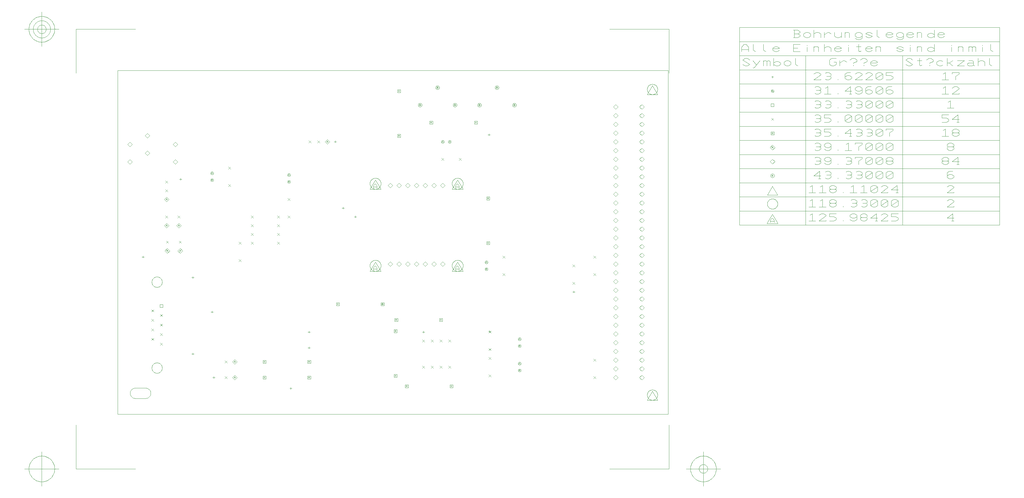
<source format=gbr>
G04 Generated by Ultiboard 10.0 *
%FSLAX25Y25*%
%MOIN*%

%ADD21C,0.00039*%
%ADD22C,0.00394*%
%ADD23C,0.00004*%


G04 ColorRGB 000000 for the following layer *
%LNBohrungssymbole-Copper Top-Copper Bottom*%
%LPD*%
%FSLAX25Y25*%
%MOIN*%
G54D21*
X247819Y312000D02*
X250181Y312000D01*
X249000Y310819D02*
X249000Y313181D01*
X108819Y42000D02*
X111181Y42000D01*
X110000Y40819D02*
X110000Y43181D01*
X84819Y68984D02*
X87181Y68984D01*
X86000Y67803D02*
X86000Y70165D01*
X106819Y117000D02*
X109181Y117000D01*
X108000Y115819D02*
X108000Y118181D01*
X27819Y180000D02*
X30181Y180000D01*
X29000Y178819D02*
X29000Y181181D01*
X84819Y156467D02*
X87181Y156467D01*
X86000Y155286D02*
X86000Y157648D01*
X196869Y29550D02*
X199231Y29550D01*
X198050Y28369D02*
X198050Y30731D01*
X217819Y76000D02*
X220181Y76000D01*
X219000Y74819D02*
X219000Y77181D01*
X217819Y94000D02*
X220181Y94000D01*
X219000Y92819D02*
X219000Y95181D01*
X70819Y269000D02*
X73181Y269000D01*
X72000Y267819D02*
X72000Y270181D01*
X301819Y126000D02*
X304181Y126000D01*
X303000Y124819D02*
X303000Y127181D01*
X348819Y94000D02*
X351181Y94000D01*
X350000Y92819D02*
X350000Y95181D01*
X256819Y236000D02*
X259181Y236000D01*
X258000Y234819D02*
X258000Y237181D01*
X270819Y226000D02*
X273181Y226000D01*
X272000Y224819D02*
X272000Y227181D01*
X424533Y94714D02*
X426895Y94714D01*
X425714Y93533D02*
X425714Y95895D01*
X423819Y320000D02*
X426181Y320000D01*
X425000Y318819D02*
X425000Y321181D01*
X520819Y140000D02*
X523181Y140000D01*
X522000Y138819D02*
X522000Y141181D01*
X38763Y95429D02*
X41237Y97904D01*
X38763Y97904D02*
X41237Y95429D01*
X38763Y84513D02*
X41237Y86987D01*
X38763Y86987D02*
X41237Y84513D01*
X38763Y106346D02*
X41237Y108821D01*
X38763Y108821D02*
X41237Y106346D01*
X38763Y117263D02*
X41237Y119737D01*
X38763Y119737D02*
X41237Y117263D01*
X48333Y122334D02*
X51667Y122334D01*
X51667Y122334D02*
X51667Y125666D01*
X51667Y125666D02*
X48333Y125666D01*
X48333Y125666D02*
X48333Y122334D01*
X48763Y90013D02*
X51237Y92487D01*
X48763Y92487D02*
X51237Y90013D01*
X48763Y79096D02*
X51237Y81571D01*
X48763Y81571D02*
X51237Y79096D01*
X48763Y111846D02*
X51237Y114321D01*
X48763Y114321D02*
X51237Y111846D01*
X48763Y100929D02*
X51237Y103404D01*
X48763Y103404D02*
X51237Y100929D01*
X109571Y276103D02*
X109545Y276307D01*
X109545Y276307D02*
X109491Y276506D01*
X109491Y276506D02*
X109412Y276697D01*
X109412Y276697D02*
X109309Y276875D01*
X109309Y276875D02*
X109184Y277038D01*
X109184Y277038D02*
X109038Y277184D01*
X109038Y277184D02*
X108875Y277309D01*
X108875Y277309D02*
X108697Y277412D01*
X108697Y277412D02*
X108506Y277491D01*
X108506Y277491D02*
X108307Y277545D01*
X108307Y277545D02*
X108103Y277571D01*
X108103Y277571D02*
X107897Y277571D01*
X107897Y277571D02*
X107693Y277545D01*
X107693Y277545D02*
X107494Y277491D01*
X107494Y277491D02*
X107303Y277412D01*
X107303Y277412D02*
X107125Y277309D01*
X107125Y277309D02*
X106962Y277184D01*
X106962Y277184D02*
X106816Y277038D01*
X106816Y277038D02*
X106691Y276875D01*
X106691Y276875D02*
X106588Y276697D01*
X106588Y276697D02*
X106509Y276506D01*
X106509Y276506D02*
X106455Y276307D01*
X106455Y276307D02*
X106429Y276103D01*
X106429Y276103D02*
X106429Y275897D01*
X106429Y275897D02*
X106455Y275693D01*
X106455Y275693D02*
X106509Y275494D01*
X106509Y275494D02*
X106588Y275303D01*
X106588Y275303D02*
X106691Y275125D01*
X106691Y275125D02*
X106816Y274962D01*
X106816Y274962D02*
X106962Y274816D01*
X106962Y274816D02*
X107125Y274691D01*
X107125Y274691D02*
X107303Y274588D01*
X107303Y274588D02*
X107494Y274509D01*
X107494Y274509D02*
X107693Y274455D01*
X107693Y274455D02*
X107897Y274429D01*
X107897Y274429D02*
X108103Y274429D01*
X108103Y274429D02*
X108307Y274455D01*
X108307Y274455D02*
X108506Y274509D01*
X108506Y274509D02*
X108697Y274588D01*
X108697Y274588D02*
X108875Y274691D01*
X108875Y274691D02*
X109038Y274816D01*
X109038Y274816D02*
X109184Y274962D01*
X109184Y274962D02*
X109309Y275125D01*
X109309Y275125D02*
X109412Y275303D01*
X109412Y275303D02*
X109491Y275494D01*
X109491Y275494D02*
X109545Y275693D01*
X109545Y275693D02*
X109571Y275897D01*
X109571Y275897D02*
X109571Y276103D01*
X107388Y275550D02*
X107388Y276225D01*
X107388Y276225D02*
X107738Y276675D01*
X107738Y276675D02*
X108087Y276675D01*
X108087Y276675D02*
X108437Y276225D01*
X108437Y276225D02*
X108437Y275550D01*
X107388Y275888D02*
X108437Y275888D01*
X109571Y268229D02*
X109545Y268433D01*
X109545Y268433D02*
X109491Y268632D01*
X109491Y268632D02*
X109412Y268823D01*
X109412Y268823D02*
X109309Y269001D01*
X109309Y269001D02*
X109184Y269164D01*
X109184Y269164D02*
X109038Y269310D01*
X109038Y269310D02*
X108875Y269435D01*
X108875Y269435D02*
X108697Y269538D01*
X108697Y269538D02*
X108506Y269617D01*
X108506Y269617D02*
X108307Y269671D01*
X108307Y269671D02*
X108103Y269697D01*
X108103Y269697D02*
X107897Y269697D01*
X107897Y269697D02*
X107693Y269671D01*
X107693Y269671D02*
X107494Y269617D01*
X107494Y269617D02*
X107303Y269538D01*
X107303Y269538D02*
X107125Y269435D01*
X107125Y269435D02*
X106962Y269310D01*
X106962Y269310D02*
X106816Y269164D01*
X106816Y269164D02*
X106691Y269001D01*
X106691Y269001D02*
X106588Y268823D01*
X106588Y268823D02*
X106509Y268632D01*
X106509Y268632D02*
X106455Y268433D01*
X106455Y268433D02*
X106429Y268229D01*
X106429Y268229D02*
X106429Y268023D01*
X106429Y268023D02*
X106455Y267819D01*
X106455Y267819D02*
X106509Y267620D01*
X106509Y267620D02*
X106588Y267429D01*
X106588Y267429D02*
X106691Y267251D01*
X106691Y267251D02*
X106816Y267088D01*
X106816Y267088D02*
X106962Y266942D01*
X106962Y266942D02*
X107125Y266817D01*
X107125Y266817D02*
X107303Y266714D01*
X107303Y266714D02*
X107494Y266635D01*
X107494Y266635D02*
X107693Y266581D01*
X107693Y266581D02*
X107897Y266555D01*
X107897Y266555D02*
X108103Y266555D01*
X108103Y266555D02*
X108307Y266581D01*
X108307Y266581D02*
X108506Y266635D01*
X108506Y266635D02*
X108697Y266714D01*
X108697Y266714D02*
X108875Y266817D01*
X108875Y266817D02*
X109038Y266942D01*
X109038Y266942D02*
X109184Y267088D01*
X109184Y267088D02*
X109309Y267251D01*
X109309Y267251D02*
X109412Y267429D01*
X109412Y267429D02*
X109491Y267620D01*
X109491Y267620D02*
X109545Y267819D01*
X109545Y267819D02*
X109571Y268023D01*
X109571Y268023D02*
X109571Y268229D01*
X107388Y267676D02*
X107388Y268351D01*
X107388Y268351D02*
X107738Y268801D01*
X107738Y268801D02*
X108087Y268801D01*
X108087Y268801D02*
X108437Y268351D01*
X108437Y268351D02*
X108437Y267676D01*
X107388Y268013D02*
X108437Y268013D01*
X197571Y266229D02*
X197545Y266433D01*
X197545Y266433D02*
X197491Y266632D01*
X197491Y266632D02*
X197412Y266822D01*
X197412Y266822D02*
X197309Y267001D01*
X197309Y267001D02*
X197184Y267164D01*
X197184Y267164D02*
X197038Y267310D01*
X197038Y267310D02*
X196875Y267435D01*
X196875Y267435D02*
X196697Y267538D01*
X196697Y267538D02*
X196506Y267617D01*
X196506Y267617D02*
X196307Y267671D01*
X196307Y267671D02*
X196103Y267697D01*
X196103Y267697D02*
X195897Y267697D01*
X195897Y267697D02*
X195693Y267671D01*
X195693Y267671D02*
X195494Y267617D01*
X195494Y267617D02*
X195303Y267538D01*
X195303Y267538D02*
X195125Y267435D01*
X195125Y267435D02*
X194962Y267310D01*
X194962Y267310D02*
X194816Y267164D01*
X194816Y267164D02*
X194691Y267001D01*
X194691Y267001D02*
X194588Y266822D01*
X194588Y266822D02*
X194509Y266632D01*
X194509Y266632D02*
X194455Y266433D01*
X194455Y266433D02*
X194429Y266229D01*
X194429Y266229D02*
X194429Y266023D01*
X194429Y266023D02*
X194455Y265819D01*
X194455Y265819D02*
X194509Y265620D01*
X194509Y265620D02*
X194588Y265429D01*
X194588Y265429D02*
X194691Y265251D01*
X194691Y265251D02*
X194816Y265088D01*
X194816Y265088D02*
X194962Y264942D01*
X194962Y264942D02*
X195125Y264817D01*
X195125Y264817D02*
X195303Y264714D01*
X195303Y264714D02*
X195494Y264635D01*
X195494Y264635D02*
X195693Y264581D01*
X195693Y264581D02*
X195897Y264555D01*
X195897Y264555D02*
X196103Y264555D01*
X196103Y264555D02*
X196307Y264581D01*
X196307Y264581D02*
X196506Y264635D01*
X196506Y264635D02*
X196697Y264714D01*
X196697Y264714D02*
X196875Y264817D01*
X196875Y264817D02*
X197038Y264942D01*
X197038Y264942D02*
X197184Y265088D01*
X197184Y265088D02*
X197309Y265251D01*
X197309Y265251D02*
X197412Y265429D01*
X197412Y265429D02*
X197491Y265620D01*
X197491Y265620D02*
X197545Y265819D01*
X197545Y265819D02*
X197571Y266023D01*
X197571Y266023D02*
X197571Y266229D01*
X195388Y265676D02*
X195388Y266351D01*
X195388Y266351D02*
X195738Y266801D01*
X195738Y266801D02*
X196087Y266801D01*
X196087Y266801D02*
X196437Y266351D01*
X196437Y266351D02*
X196437Y265676D01*
X195388Y266013D02*
X196437Y266013D01*
X197571Y274103D02*
X197545Y274307D01*
X197545Y274307D02*
X197491Y274506D01*
X197491Y274506D02*
X197412Y274697D01*
X197412Y274697D02*
X197309Y274875D01*
X197309Y274875D02*
X197184Y275038D01*
X197184Y275038D02*
X197038Y275184D01*
X197038Y275184D02*
X196875Y275309D01*
X196875Y275309D02*
X196697Y275412D01*
X196697Y275412D02*
X196506Y275491D01*
X196506Y275491D02*
X196307Y275545D01*
X196307Y275545D02*
X196103Y275571D01*
X196103Y275571D02*
X195897Y275571D01*
X195897Y275571D02*
X195693Y275545D01*
X195693Y275545D02*
X195494Y275491D01*
X195494Y275491D02*
X195303Y275412D01*
X195303Y275412D02*
X195125Y275309D01*
X195125Y275309D02*
X194962Y275184D01*
X194962Y275184D02*
X194816Y275038D01*
X194816Y275038D02*
X194691Y274875D01*
X194691Y274875D02*
X194588Y274697D01*
X194588Y274697D02*
X194509Y274506D01*
X194509Y274506D02*
X194455Y274307D01*
X194455Y274307D02*
X194429Y274103D01*
X194429Y274103D02*
X194429Y273897D01*
X194429Y273897D02*
X194455Y273693D01*
X194455Y273693D02*
X194509Y273494D01*
X194509Y273494D02*
X194588Y273303D01*
X194588Y273303D02*
X194691Y273125D01*
X194691Y273125D02*
X194816Y272962D01*
X194816Y272962D02*
X194962Y272816D01*
X194962Y272816D02*
X195125Y272691D01*
X195125Y272691D02*
X195303Y272588D01*
X195303Y272588D02*
X195494Y272509D01*
X195494Y272509D02*
X195693Y272455D01*
X195693Y272455D02*
X195897Y272429D01*
X195897Y272429D02*
X196103Y272429D01*
X196103Y272429D02*
X196307Y272455D01*
X196307Y272455D02*
X196506Y272509D01*
X196506Y272509D02*
X196697Y272588D01*
X196697Y272588D02*
X196875Y272691D01*
X196875Y272691D02*
X197038Y272816D01*
X197038Y272816D02*
X197184Y272962D01*
X197184Y272962D02*
X197309Y273125D01*
X197309Y273125D02*
X197412Y273303D01*
X197412Y273303D02*
X197491Y273494D01*
X197491Y273494D02*
X197545Y273693D01*
X197545Y273693D02*
X197571Y273897D01*
X197571Y273897D02*
X197571Y274103D01*
X195388Y273550D02*
X195388Y274225D01*
X195388Y274225D02*
X195738Y274675D01*
X195738Y274675D02*
X196087Y274675D01*
X196087Y274675D02*
X196437Y274225D01*
X196437Y274225D02*
X196437Y273550D01*
X195388Y273888D02*
X196437Y273888D01*
X250228Y124228D02*
X253772Y124228D01*
X253772Y124228D02*
X253772Y127772D01*
X253772Y127772D02*
X250228Y127772D01*
X250228Y127772D02*
X250228Y124228D01*
X251311Y125494D02*
X251311Y126253D01*
X251311Y126253D02*
X251705Y126759D01*
X251705Y126759D02*
X252098Y126759D01*
X252098Y126759D02*
X252492Y126253D01*
X252492Y126253D02*
X252492Y125494D01*
X251311Y125873D02*
X252492Y125873D01*
X301409Y124228D02*
X304953Y124228D01*
X304953Y124228D02*
X304953Y127772D01*
X304953Y127772D02*
X301409Y127772D01*
X301409Y127772D02*
X301409Y124228D01*
X302492Y125494D02*
X302492Y126253D01*
X302492Y126253D02*
X302886Y126759D01*
X302886Y126759D02*
X303280Y126759D01*
X303280Y126759D02*
X303673Y126253D01*
X303673Y126253D02*
X303673Y125494D01*
X302492Y125873D02*
X303673Y125873D01*
X56000Y243230D02*
X58770Y246000D01*
X58770Y246000D02*
X56000Y248770D01*
X56000Y248770D02*
X53230Y246000D01*
X53230Y246000D02*
X56000Y243230D01*
X55238Y245440D02*
X55238Y246280D01*
X55238Y246280D02*
X55674Y246839D01*
X55674Y246839D02*
X56109Y246839D01*
X56109Y246839D02*
X56544Y246280D01*
X56544Y246280D02*
X56544Y245440D01*
X55238Y245860D02*
X56544Y245860D01*
X54763Y264763D02*
X57237Y267237D01*
X54763Y267237D02*
X57237Y264763D01*
X54763Y254763D02*
X57237Y257237D01*
X54763Y257237D02*
X57237Y254763D01*
X138763Y174763D02*
X141237Y177237D01*
X138763Y177237D02*
X141237Y174763D01*
X138763Y194763D02*
X141237Y197237D01*
X138763Y197237D02*
X141237Y194763D01*
X122763Y58763D02*
X125237Y61237D01*
X122763Y61237D02*
X125237Y58763D01*
X134000Y57230D02*
X136770Y60000D01*
X136770Y60000D02*
X134000Y62770D01*
X134000Y62770D02*
X131230Y60000D01*
X131230Y60000D02*
X134000Y57230D01*
X133238Y59440D02*
X133238Y60280D01*
X133238Y60280D02*
X133674Y60839D01*
X133674Y60839D02*
X134109Y60839D01*
X134109Y60839D02*
X134544Y60280D01*
X134544Y60280D02*
X134544Y59440D01*
X133238Y59860D02*
X134544Y59860D01*
X122763Y40763D02*
X125237Y43237D01*
X122763Y43237D02*
X125237Y40763D01*
X134000Y39230D02*
X136770Y42000D01*
X136770Y42000D02*
X134000Y44770D01*
X134000Y44770D02*
X131230Y42000D01*
X131230Y42000D02*
X134000Y39230D01*
X133238Y41440D02*
X133238Y42280D01*
X133238Y42280D02*
X133674Y42839D01*
X133674Y42839D02*
X134109Y42839D01*
X134109Y42839D02*
X134544Y42280D01*
X134544Y42280D02*
X134544Y41440D01*
X133238Y41860D02*
X134544Y41860D01*
X56811Y184268D02*
X59581Y187038D01*
X59581Y187038D02*
X56811Y189808D01*
X56811Y189808D02*
X54041Y187038D01*
X54041Y187038D02*
X56811Y184268D01*
X56049Y186478D02*
X56049Y187318D01*
X56049Y187318D02*
X56485Y187877D01*
X56485Y187877D02*
X56920Y187877D01*
X56920Y187877D02*
X57355Y187318D01*
X57355Y187318D02*
X57355Y186478D01*
X56049Y186898D02*
X57355Y186898D01*
X55574Y195800D02*
X58048Y198275D01*
X55574Y198275D02*
X58048Y195800D01*
X56000Y213230D02*
X58770Y216000D01*
X58770Y216000D02*
X56000Y218770D01*
X56000Y218770D02*
X53230Y216000D01*
X53230Y216000D02*
X56000Y213230D01*
X55238Y215440D02*
X55238Y216280D01*
X55238Y216280D02*
X55674Y216839D01*
X55674Y216839D02*
X56109Y216839D01*
X56109Y216839D02*
X56544Y216280D01*
X56544Y216280D02*
X56544Y215440D01*
X55238Y215860D02*
X56544Y215860D01*
X54763Y224763D02*
X57237Y227237D01*
X54763Y227237D02*
X57237Y224763D01*
X71548Y184268D02*
X74318Y187038D01*
X74318Y187038D02*
X71548Y189808D01*
X71548Y189808D02*
X68778Y187038D01*
X68778Y187038D02*
X71548Y184268D01*
X70786Y186478D02*
X70786Y187318D01*
X70786Y187318D02*
X71222Y187877D01*
X71222Y187877D02*
X71657Y187877D01*
X71657Y187877D02*
X72092Y187318D01*
X72092Y187318D02*
X72092Y186478D01*
X70786Y186898D02*
X72092Y186898D01*
X70311Y195800D02*
X72785Y198275D01*
X70311Y198275D02*
X72785Y195800D01*
X70000Y213230D02*
X72770Y216000D01*
X72770Y216000D02*
X70000Y218770D01*
X70000Y218770D02*
X67230Y216000D01*
X67230Y216000D02*
X70000Y213230D01*
X69238Y215440D02*
X69238Y216280D01*
X69238Y216280D02*
X69674Y216839D01*
X69674Y216839D02*
X70109Y216839D01*
X70109Y216839D02*
X70544Y216280D01*
X70544Y216280D02*
X70544Y215440D01*
X69238Y215860D02*
X70544Y215860D01*
X68763Y224763D02*
X71237Y227237D01*
X68763Y227237D02*
X71237Y224763D01*
X166228Y58228D02*
X169772Y58228D01*
X169772Y58228D02*
X169772Y61772D01*
X169772Y61772D02*
X166228Y61772D01*
X166228Y61772D02*
X166228Y58228D01*
X167311Y59494D02*
X167311Y60253D01*
X167311Y60253D02*
X167705Y60759D01*
X167705Y60759D02*
X168098Y60759D01*
X168098Y60759D02*
X168492Y60253D01*
X168492Y60253D02*
X168492Y59494D01*
X167311Y59873D02*
X168492Y59873D01*
X217409Y58228D02*
X220953Y58228D01*
X220953Y58228D02*
X220953Y61772D01*
X220953Y61772D02*
X217409Y61772D01*
X217409Y61772D02*
X217409Y58228D01*
X218492Y59494D02*
X218492Y60253D01*
X218492Y60253D02*
X218886Y60759D01*
X218886Y60759D02*
X219280Y60759D01*
X219280Y60759D02*
X219673Y60253D01*
X219673Y60253D02*
X219673Y59494D01*
X218492Y59873D02*
X219673Y59873D01*
X166228Y40228D02*
X169772Y40228D01*
X169772Y40228D02*
X169772Y43772D01*
X169772Y43772D02*
X166228Y43772D01*
X166228Y43772D02*
X166228Y40228D01*
X167311Y41494D02*
X167311Y42253D01*
X167311Y42253D02*
X167705Y42759D01*
X167705Y42759D02*
X168098Y42759D01*
X168098Y42759D02*
X168492Y42253D01*
X168492Y42253D02*
X168492Y41494D01*
X167311Y41873D02*
X168492Y41873D01*
X217409Y40228D02*
X220953Y40228D01*
X220953Y40228D02*
X220953Y43772D01*
X220953Y43772D02*
X217409Y43772D01*
X217409Y43772D02*
X217409Y40228D01*
X218492Y41494D02*
X218492Y42253D01*
X218492Y42253D02*
X218886Y42759D01*
X218886Y42759D02*
X219280Y42759D01*
X219280Y42759D02*
X219673Y42253D01*
X219673Y42253D02*
X219673Y41494D01*
X218492Y41873D02*
X219673Y41873D01*
X194763Y224763D02*
X197237Y227237D01*
X194763Y227237D02*
X197237Y224763D01*
X194763Y244763D02*
X197237Y247237D01*
X194763Y247237D02*
X197237Y244763D01*
X152763Y204763D02*
X155237Y207237D01*
X152763Y207237D02*
X155237Y204763D01*
X152763Y194763D02*
X155237Y197237D01*
X152763Y197237D02*
X155237Y194763D01*
X152763Y214763D02*
X155237Y217237D01*
X152763Y217237D02*
X155237Y214763D01*
X152763Y224763D02*
X155237Y227237D01*
X152763Y227237D02*
X155237Y224763D01*
X182763Y204763D02*
X185237Y207237D01*
X182763Y207237D02*
X185237Y204763D01*
X182763Y194763D02*
X185237Y197237D01*
X182763Y197237D02*
X185237Y194763D01*
X182763Y214763D02*
X185237Y217237D01*
X182763Y217237D02*
X185237Y214763D01*
X182763Y224763D02*
X185237Y227237D01*
X182763Y227237D02*
X185237Y224763D01*
X126763Y280763D02*
X129237Y283237D01*
X126763Y283237D02*
X129237Y280763D01*
X126763Y260763D02*
X129237Y263237D01*
X126763Y263237D02*
X129237Y260763D01*
X218763Y310763D02*
X221237Y313237D01*
X218763Y313237D02*
X221237Y310763D01*
X240000Y309230D02*
X242770Y312000D01*
X242770Y312000D02*
X240000Y314770D01*
X240000Y314770D02*
X237230Y312000D01*
X237230Y312000D02*
X240000Y309230D01*
X239238Y311440D02*
X239238Y312280D01*
X239238Y312280D02*
X239674Y312839D01*
X239674Y312839D02*
X240109Y312839D01*
X240109Y312839D02*
X240544Y312280D01*
X240544Y312280D02*
X240544Y311440D01*
X239238Y311860D02*
X240544Y311860D01*
X228763Y310763D02*
X231237Y313237D01*
X228763Y313237D02*
X231237Y310763D01*
X378763Y52763D02*
X381237Y55237D01*
X378763Y55237D02*
X381237Y52763D01*
X378763Y82763D02*
X381237Y85237D01*
X378763Y85237D02*
X381237Y82763D01*
X358763Y52763D02*
X361237Y55237D01*
X358763Y55237D02*
X361237Y52763D01*
X348763Y52763D02*
X351237Y55237D01*
X348763Y55237D02*
X351237Y52763D01*
X368763Y52763D02*
X371237Y55237D01*
X368763Y55237D02*
X371237Y52763D01*
X358763Y82763D02*
X361237Y85237D01*
X358763Y85237D02*
X361237Y82763D01*
X348763Y82763D02*
X351237Y85237D01*
X348763Y85237D02*
X351237Y82763D01*
X368763Y82763D02*
X371237Y85237D01*
X368763Y85237D02*
X371237Y82763D01*
X329047Y30228D02*
X332591Y30228D01*
X332591Y30228D02*
X332591Y33772D01*
X332591Y33772D02*
X329047Y33772D01*
X329047Y33772D02*
X329047Y30228D01*
X330130Y31494D02*
X330130Y32253D01*
X330130Y32253D02*
X330524Y32759D01*
X330524Y32759D02*
X330917Y32759D01*
X330917Y32759D02*
X331311Y32253D01*
X331311Y32253D02*
X331311Y31494D01*
X330130Y31873D02*
X331311Y31873D01*
X380228Y30228D02*
X383772Y30228D01*
X383772Y30228D02*
X383772Y33772D01*
X383772Y33772D02*
X380228Y33772D01*
X380228Y33772D02*
X380228Y30228D01*
X381311Y31494D02*
X381311Y32253D01*
X381311Y32253D02*
X381705Y32759D01*
X381705Y32759D02*
X382098Y32759D01*
X382098Y32759D02*
X382492Y32253D01*
X382492Y32253D02*
X382492Y31494D01*
X381311Y31873D02*
X382492Y31873D01*
X316228Y42228D02*
X319772Y42228D01*
X319772Y42228D02*
X319772Y45772D01*
X319772Y45772D02*
X316228Y45772D01*
X316228Y45772D02*
X316228Y42228D01*
X317311Y43494D02*
X317311Y44253D01*
X317311Y44253D02*
X317705Y44759D01*
X317705Y44759D02*
X318098Y44759D01*
X318098Y44759D02*
X318492Y44253D01*
X318492Y44253D02*
X318492Y43494D01*
X317311Y43873D02*
X318492Y43873D01*
X316228Y93409D02*
X319772Y93409D01*
X319772Y93409D02*
X319772Y96953D01*
X319772Y96953D02*
X316228Y96953D01*
X316228Y96953D02*
X316228Y93409D01*
X317311Y94675D02*
X317311Y95434D01*
X317311Y95434D02*
X317705Y95940D01*
X317705Y95940D02*
X318098Y95940D01*
X318098Y95940D02*
X318492Y95434D01*
X318492Y95434D02*
X318492Y94675D01*
X317311Y95055D02*
X318492Y95055D01*
X317047Y106228D02*
X320591Y106228D01*
X320591Y106228D02*
X320591Y109772D01*
X320591Y109772D02*
X317047Y109772D01*
X317047Y109772D02*
X317047Y106228D01*
X318130Y107494D02*
X318130Y108253D01*
X318130Y108253D02*
X318524Y108759D01*
X318524Y108759D02*
X318917Y108759D01*
X318917Y108759D02*
X319311Y108253D01*
X319311Y108253D02*
X319311Y107494D01*
X318130Y107873D02*
X319311Y107873D01*
X368228Y106228D02*
X371772Y106228D01*
X371772Y106228D02*
X371772Y109772D01*
X371772Y109772D02*
X368228Y109772D01*
X368228Y109772D02*
X368228Y106228D01*
X369311Y107494D02*
X369311Y108253D01*
X369311Y108253D02*
X369705Y108759D01*
X369705Y108759D02*
X370098Y108759D01*
X370098Y108759D02*
X370492Y108253D01*
X370492Y108253D02*
X370492Y107494D01*
X369311Y107873D02*
X370492Y107873D01*
X424740Y92932D02*
X427215Y95406D01*
X424740Y95406D02*
X427215Y92932D01*
X424740Y72932D02*
X427215Y75406D01*
X424740Y75406D02*
X427215Y72932D01*
X424763Y62763D02*
X427237Y65237D01*
X424763Y65237D02*
X427237Y62763D01*
X424763Y42763D02*
X427237Y45237D01*
X424763Y45237D02*
X427237Y42763D01*
X461571Y50229D02*
X461545Y50433D01*
X461545Y50433D02*
X461491Y50632D01*
X461491Y50632D02*
X461412Y50823D01*
X461412Y50823D02*
X461309Y51001D01*
X461309Y51001D02*
X461184Y51164D01*
X461184Y51164D02*
X461038Y51310D01*
X461038Y51310D02*
X460875Y51435D01*
X460875Y51435D02*
X460697Y51538D01*
X460697Y51538D02*
X460506Y51617D01*
X460506Y51617D02*
X460307Y51671D01*
X460307Y51671D02*
X460103Y51697D01*
X460103Y51697D02*
X459897Y51697D01*
X459897Y51697D02*
X459693Y51671D01*
X459693Y51671D02*
X459494Y51617D01*
X459494Y51617D02*
X459303Y51538D01*
X459303Y51538D02*
X459125Y51435D01*
X459125Y51435D02*
X458962Y51310D01*
X458962Y51310D02*
X458816Y51164D01*
X458816Y51164D02*
X458691Y51001D01*
X458691Y51001D02*
X458588Y50823D01*
X458588Y50823D02*
X458509Y50632D01*
X458509Y50632D02*
X458455Y50433D01*
X458455Y50433D02*
X458429Y50229D01*
X458429Y50229D02*
X458429Y50023D01*
X458429Y50023D02*
X458455Y49819D01*
X458455Y49819D02*
X458509Y49620D01*
X458509Y49620D02*
X458588Y49429D01*
X458588Y49429D02*
X458691Y49251D01*
X458691Y49251D02*
X458816Y49088D01*
X458816Y49088D02*
X458962Y48942D01*
X458962Y48942D02*
X459125Y48817D01*
X459125Y48817D02*
X459303Y48714D01*
X459303Y48714D02*
X459494Y48635D01*
X459494Y48635D02*
X459693Y48581D01*
X459693Y48581D02*
X459897Y48555D01*
X459897Y48555D02*
X460103Y48555D01*
X460103Y48555D02*
X460307Y48581D01*
X460307Y48581D02*
X460506Y48635D01*
X460506Y48635D02*
X460697Y48714D01*
X460697Y48714D02*
X460875Y48817D01*
X460875Y48817D02*
X461038Y48942D01*
X461038Y48942D02*
X461184Y49088D01*
X461184Y49088D02*
X461309Y49251D01*
X461309Y49251D02*
X461412Y49429D01*
X461412Y49429D02*
X461491Y49620D01*
X461491Y49620D02*
X461545Y49819D01*
X461545Y49819D02*
X461571Y50023D01*
X461571Y50023D02*
X461571Y50229D01*
X459388Y49676D02*
X459388Y50351D01*
X459388Y50351D02*
X459738Y50801D01*
X459738Y50801D02*
X460087Y50801D01*
X460087Y50801D02*
X460437Y50351D01*
X460437Y50351D02*
X460437Y49676D01*
X459388Y50013D02*
X460437Y50013D01*
X461571Y58103D02*
X461545Y58307D01*
X461545Y58307D02*
X461491Y58506D01*
X461491Y58506D02*
X461412Y58697D01*
X461412Y58697D02*
X461309Y58875D01*
X461309Y58875D02*
X461184Y59038D01*
X461184Y59038D02*
X461038Y59184D01*
X461038Y59184D02*
X460875Y59309D01*
X460875Y59309D02*
X460697Y59412D01*
X460697Y59412D02*
X460506Y59491D01*
X460506Y59491D02*
X460307Y59545D01*
X460307Y59545D02*
X460103Y59571D01*
X460103Y59571D02*
X459897Y59571D01*
X459897Y59571D02*
X459693Y59545D01*
X459693Y59545D02*
X459494Y59491D01*
X459494Y59491D02*
X459303Y59412D01*
X459303Y59412D02*
X459125Y59309D01*
X459125Y59309D02*
X458962Y59184D01*
X458962Y59184D02*
X458816Y59038D01*
X458816Y59038D02*
X458691Y58875D01*
X458691Y58875D02*
X458588Y58697D01*
X458588Y58697D02*
X458509Y58506D01*
X458509Y58506D02*
X458455Y58307D01*
X458455Y58307D02*
X458429Y58103D01*
X458429Y58103D02*
X458429Y57897D01*
X458429Y57897D02*
X458455Y57693D01*
X458455Y57693D02*
X458509Y57494D01*
X458509Y57494D02*
X458588Y57303D01*
X458588Y57303D02*
X458691Y57125D01*
X458691Y57125D02*
X458816Y56962D01*
X458816Y56962D02*
X458962Y56816D01*
X458962Y56816D02*
X459125Y56691D01*
X459125Y56691D02*
X459303Y56588D01*
X459303Y56588D02*
X459494Y56509D01*
X459494Y56509D02*
X459693Y56455D01*
X459693Y56455D02*
X459897Y56429D01*
X459897Y56429D02*
X460103Y56429D01*
X460103Y56429D02*
X460307Y56455D01*
X460307Y56455D02*
X460506Y56509D01*
X460506Y56509D02*
X460697Y56588D01*
X460697Y56588D02*
X460875Y56691D01*
X460875Y56691D02*
X461038Y56816D01*
X461038Y56816D02*
X461184Y56962D01*
X461184Y56962D02*
X461309Y57125D01*
X461309Y57125D02*
X461412Y57303D01*
X461412Y57303D02*
X461491Y57494D01*
X461491Y57494D02*
X461545Y57693D01*
X461545Y57693D02*
X461571Y57897D01*
X461571Y57897D02*
X461571Y58103D01*
X459388Y57550D02*
X459388Y58225D01*
X459388Y58225D02*
X459738Y58675D01*
X459738Y58675D02*
X460087Y58675D01*
X460087Y58675D02*
X460437Y58225D01*
X460437Y58225D02*
X460437Y57550D01*
X459388Y57888D02*
X460437Y57888D01*
X461571Y78229D02*
X461545Y78433D01*
X461545Y78433D02*
X461491Y78632D01*
X461491Y78632D02*
X461412Y78823D01*
X461412Y78823D02*
X461309Y79001D01*
X461309Y79001D02*
X461184Y79164D01*
X461184Y79164D02*
X461038Y79310D01*
X461038Y79310D02*
X460875Y79435D01*
X460875Y79435D02*
X460697Y79538D01*
X460697Y79538D02*
X460506Y79617D01*
X460506Y79617D02*
X460307Y79671D01*
X460307Y79671D02*
X460103Y79697D01*
X460103Y79697D02*
X459897Y79697D01*
X459897Y79697D02*
X459693Y79671D01*
X459693Y79671D02*
X459494Y79617D01*
X459494Y79617D02*
X459303Y79538D01*
X459303Y79538D02*
X459125Y79435D01*
X459125Y79435D02*
X458962Y79310D01*
X458962Y79310D02*
X458816Y79164D01*
X458816Y79164D02*
X458691Y79001D01*
X458691Y79001D02*
X458588Y78823D01*
X458588Y78823D02*
X458509Y78632D01*
X458509Y78632D02*
X458455Y78433D01*
X458455Y78433D02*
X458429Y78229D01*
X458429Y78229D02*
X458429Y78023D01*
X458429Y78023D02*
X458455Y77819D01*
X458455Y77819D02*
X458509Y77620D01*
X458509Y77620D02*
X458588Y77429D01*
X458588Y77429D02*
X458691Y77251D01*
X458691Y77251D02*
X458816Y77088D01*
X458816Y77088D02*
X458962Y76942D01*
X458962Y76942D02*
X459125Y76817D01*
X459125Y76817D02*
X459303Y76714D01*
X459303Y76714D02*
X459494Y76635D01*
X459494Y76635D02*
X459693Y76581D01*
X459693Y76581D02*
X459897Y76555D01*
X459897Y76555D02*
X460103Y76555D01*
X460103Y76555D02*
X460307Y76581D01*
X460307Y76581D02*
X460506Y76635D01*
X460506Y76635D02*
X460697Y76714D01*
X460697Y76714D02*
X460875Y76817D01*
X460875Y76817D02*
X461038Y76942D01*
X461038Y76942D02*
X461184Y77088D01*
X461184Y77088D02*
X461309Y77251D01*
X461309Y77251D02*
X461412Y77429D01*
X461412Y77429D02*
X461491Y77620D01*
X461491Y77620D02*
X461545Y77819D01*
X461545Y77819D02*
X461571Y78023D01*
X461571Y78023D02*
X461571Y78229D01*
X459388Y77676D02*
X459388Y78351D01*
X459388Y78351D02*
X459738Y78801D01*
X459738Y78801D02*
X460087Y78801D01*
X460087Y78801D02*
X460437Y78351D01*
X460437Y78351D02*
X460437Y77676D01*
X459388Y78013D02*
X460437Y78013D01*
X461571Y86103D02*
X461545Y86307D01*
X461545Y86307D02*
X461491Y86506D01*
X461491Y86506D02*
X461412Y86697D01*
X461412Y86697D02*
X461309Y86875D01*
X461309Y86875D02*
X461184Y87038D01*
X461184Y87038D02*
X461038Y87184D01*
X461038Y87184D02*
X460875Y87309D01*
X460875Y87309D02*
X460697Y87412D01*
X460697Y87412D02*
X460506Y87491D01*
X460506Y87491D02*
X460307Y87545D01*
X460307Y87545D02*
X460103Y87571D01*
X460103Y87571D02*
X459897Y87571D01*
X459897Y87571D02*
X459693Y87545D01*
X459693Y87545D02*
X459494Y87491D01*
X459494Y87491D02*
X459303Y87412D01*
X459303Y87412D02*
X459125Y87309D01*
X459125Y87309D02*
X458962Y87184D01*
X458962Y87184D02*
X458816Y87038D01*
X458816Y87038D02*
X458691Y86875D01*
X458691Y86875D02*
X458588Y86697D01*
X458588Y86697D02*
X458509Y86506D01*
X458509Y86506D02*
X458455Y86307D01*
X458455Y86307D02*
X458429Y86103D01*
X458429Y86103D02*
X458429Y85897D01*
X458429Y85897D02*
X458455Y85693D01*
X458455Y85693D02*
X458509Y85494D01*
X458509Y85494D02*
X458588Y85303D01*
X458588Y85303D02*
X458691Y85125D01*
X458691Y85125D02*
X458816Y84962D01*
X458816Y84962D02*
X458962Y84816D01*
X458962Y84816D02*
X459125Y84691D01*
X459125Y84691D02*
X459303Y84588D01*
X459303Y84588D02*
X459494Y84509D01*
X459494Y84509D02*
X459693Y84455D01*
X459693Y84455D02*
X459897Y84429D01*
X459897Y84429D02*
X460103Y84429D01*
X460103Y84429D02*
X460307Y84455D01*
X460307Y84455D02*
X460506Y84509D01*
X460506Y84509D02*
X460697Y84588D01*
X460697Y84588D02*
X460875Y84691D01*
X460875Y84691D02*
X461038Y84816D01*
X461038Y84816D02*
X461184Y84962D01*
X461184Y84962D02*
X461309Y85125D01*
X461309Y85125D02*
X461412Y85303D01*
X461412Y85303D02*
X461491Y85494D01*
X461491Y85494D02*
X461545Y85693D01*
X461545Y85693D02*
X461571Y85897D01*
X461571Y85897D02*
X461571Y86103D01*
X459388Y85550D02*
X459388Y86225D01*
X459388Y86225D02*
X459738Y86675D01*
X459738Y86675D02*
X460087Y86675D01*
X460087Y86675D02*
X460437Y86225D01*
X460437Y86225D02*
X460437Y85550D01*
X459388Y85888D02*
X460437Y85888D01*
X440763Y158763D02*
X443237Y161237D01*
X440763Y161237D02*
X443237Y158763D01*
X440763Y178763D02*
X443237Y181237D01*
X440763Y181237D02*
X443237Y178763D01*
X423571Y174103D02*
X423545Y174307D01*
X423545Y174307D02*
X423491Y174506D01*
X423491Y174506D02*
X423412Y174697D01*
X423412Y174697D02*
X423309Y174875D01*
X423309Y174875D02*
X423184Y175038D01*
X423184Y175038D02*
X423038Y175184D01*
X423038Y175184D02*
X422875Y175309D01*
X422875Y175309D02*
X422697Y175412D01*
X422697Y175412D02*
X422506Y175491D01*
X422506Y175491D02*
X422307Y175545D01*
X422307Y175545D02*
X422103Y175571D01*
X422103Y175571D02*
X421897Y175571D01*
X421897Y175571D02*
X421693Y175545D01*
X421693Y175545D02*
X421494Y175491D01*
X421494Y175491D02*
X421303Y175412D01*
X421303Y175412D02*
X421125Y175309D01*
X421125Y175309D02*
X420962Y175184D01*
X420962Y175184D02*
X420816Y175038D01*
X420816Y175038D02*
X420691Y174875D01*
X420691Y174875D02*
X420588Y174697D01*
X420588Y174697D02*
X420509Y174506D01*
X420509Y174506D02*
X420455Y174307D01*
X420455Y174307D02*
X420429Y174103D01*
X420429Y174103D02*
X420429Y173897D01*
X420429Y173897D02*
X420455Y173693D01*
X420455Y173693D02*
X420509Y173494D01*
X420509Y173494D02*
X420588Y173303D01*
X420588Y173303D02*
X420691Y173125D01*
X420691Y173125D02*
X420816Y172962D01*
X420816Y172962D02*
X420962Y172816D01*
X420962Y172816D02*
X421125Y172691D01*
X421125Y172691D02*
X421303Y172588D01*
X421303Y172588D02*
X421494Y172509D01*
X421494Y172509D02*
X421693Y172455D01*
X421693Y172455D02*
X421897Y172429D01*
X421897Y172429D02*
X422103Y172429D01*
X422103Y172429D02*
X422307Y172455D01*
X422307Y172455D02*
X422506Y172509D01*
X422506Y172509D02*
X422697Y172588D01*
X422697Y172588D02*
X422875Y172691D01*
X422875Y172691D02*
X423038Y172816D01*
X423038Y172816D02*
X423184Y172962D01*
X423184Y172962D02*
X423309Y173125D01*
X423309Y173125D02*
X423412Y173303D01*
X423412Y173303D02*
X423491Y173494D01*
X423491Y173494D02*
X423545Y173693D01*
X423545Y173693D02*
X423571Y173897D01*
X423571Y173897D02*
X423571Y174103D01*
X421388Y173550D02*
X421388Y174225D01*
X421388Y174225D02*
X421738Y174675D01*
X421738Y174675D02*
X422087Y174675D01*
X422087Y174675D02*
X422437Y174225D01*
X422437Y174225D02*
X422437Y173550D01*
X421388Y173888D02*
X422437Y173888D01*
X423571Y166229D02*
X423545Y166433D01*
X423545Y166433D02*
X423491Y166632D01*
X423491Y166632D02*
X423412Y166823D01*
X423412Y166823D02*
X423309Y167001D01*
X423309Y167001D02*
X423184Y167164D01*
X423184Y167164D02*
X423038Y167310D01*
X423038Y167310D02*
X422875Y167435D01*
X422875Y167435D02*
X422697Y167538D01*
X422697Y167538D02*
X422506Y167617D01*
X422506Y167617D02*
X422307Y167671D01*
X422307Y167671D02*
X422103Y167697D01*
X422103Y167697D02*
X421897Y167697D01*
X421897Y167697D02*
X421693Y167671D01*
X421693Y167671D02*
X421494Y167617D01*
X421494Y167617D02*
X421303Y167538D01*
X421303Y167538D02*
X421125Y167435D01*
X421125Y167435D02*
X420962Y167310D01*
X420962Y167310D02*
X420816Y167164D01*
X420816Y167164D02*
X420691Y167001D01*
X420691Y167001D02*
X420588Y166823D01*
X420588Y166823D02*
X420509Y166632D01*
X420509Y166632D02*
X420455Y166433D01*
X420455Y166433D02*
X420429Y166229D01*
X420429Y166229D02*
X420429Y166023D01*
X420429Y166023D02*
X420455Y165819D01*
X420455Y165819D02*
X420509Y165620D01*
X420509Y165620D02*
X420588Y165429D01*
X420588Y165429D02*
X420691Y165251D01*
X420691Y165251D02*
X420816Y165088D01*
X420816Y165088D02*
X420962Y164942D01*
X420962Y164942D02*
X421125Y164817D01*
X421125Y164817D02*
X421303Y164714D01*
X421303Y164714D02*
X421494Y164635D01*
X421494Y164635D02*
X421693Y164581D01*
X421693Y164581D02*
X421897Y164555D01*
X421897Y164555D02*
X422103Y164555D01*
X422103Y164555D02*
X422307Y164581D01*
X422307Y164581D02*
X422506Y164635D01*
X422506Y164635D02*
X422697Y164714D01*
X422697Y164714D02*
X422875Y164817D01*
X422875Y164817D02*
X423038Y164942D01*
X423038Y164942D02*
X423184Y165088D01*
X423184Y165088D02*
X423309Y165251D01*
X423309Y165251D02*
X423412Y165429D01*
X423412Y165429D02*
X423491Y165620D01*
X423491Y165620D02*
X423545Y165819D01*
X423545Y165819D02*
X423571Y166023D01*
X423571Y166023D02*
X423571Y166229D01*
X421388Y165676D02*
X421388Y166351D01*
X421388Y166351D02*
X421738Y166801D01*
X421738Y166801D02*
X422087Y166801D01*
X422087Y166801D02*
X422437Y166351D01*
X422437Y166351D02*
X422437Y165676D01*
X421388Y166013D02*
X422437Y166013D01*
X422228Y194228D02*
X425772Y194228D01*
X425772Y194228D02*
X425772Y197772D01*
X425772Y197772D02*
X422228Y197772D01*
X422228Y197772D02*
X422228Y194228D01*
X423311Y195494D02*
X423311Y196253D01*
X423311Y196253D02*
X423705Y196759D01*
X423705Y196759D02*
X424098Y196759D01*
X424098Y196759D02*
X424492Y196253D01*
X424492Y196253D02*
X424492Y195494D01*
X423311Y195873D02*
X424492Y195873D01*
X422228Y245409D02*
X425772Y245409D01*
X425772Y245409D02*
X425772Y248953D01*
X425772Y248953D02*
X422228Y248953D01*
X422228Y248953D02*
X422228Y245409D01*
X423311Y246675D02*
X423311Y247434D01*
X423311Y247434D02*
X423705Y247940D01*
X423705Y247940D02*
X424098Y247940D01*
X424098Y247940D02*
X424492Y247434D01*
X424492Y247434D02*
X424492Y246675D01*
X423311Y247055D02*
X424492Y247055D01*
X370763Y290763D02*
X373237Y293237D01*
X370763Y293237D02*
X373237Y290763D01*
X390763Y290763D02*
X393237Y293237D01*
X390763Y293237D02*
X393237Y290763D01*
X381445Y312103D02*
X381419Y312307D01*
X381419Y312307D02*
X381365Y312506D01*
X381365Y312506D02*
X381286Y312697D01*
X381286Y312697D02*
X381183Y312875D01*
X381183Y312875D02*
X381058Y313038D01*
X381058Y313038D02*
X380912Y313184D01*
X380912Y313184D02*
X380749Y313309D01*
X380749Y313309D02*
X380571Y313412D01*
X380571Y313412D02*
X380380Y313491D01*
X380380Y313491D02*
X380181Y313545D01*
X380181Y313545D02*
X379977Y313571D01*
X379977Y313571D02*
X379771Y313571D01*
X379771Y313571D02*
X379567Y313545D01*
X379567Y313545D02*
X379368Y313491D01*
X379368Y313491D02*
X379177Y313412D01*
X379177Y313412D02*
X378999Y313309D01*
X378999Y313309D02*
X378836Y313184D01*
X378836Y313184D02*
X378690Y313038D01*
X378690Y313038D02*
X378565Y312875D01*
X378565Y312875D02*
X378462Y312697D01*
X378462Y312697D02*
X378383Y312506D01*
X378383Y312506D02*
X378329Y312307D01*
X378329Y312307D02*
X378303Y312103D01*
X378303Y312103D02*
X378303Y311897D01*
X378303Y311897D02*
X378329Y311693D01*
X378329Y311693D02*
X378383Y311494D01*
X378383Y311494D02*
X378462Y311303D01*
X378462Y311303D02*
X378565Y311125D01*
X378565Y311125D02*
X378690Y310962D01*
X378690Y310962D02*
X378836Y310816D01*
X378836Y310816D02*
X378999Y310691D01*
X378999Y310691D02*
X379177Y310588D01*
X379177Y310588D02*
X379368Y310509D01*
X379368Y310509D02*
X379567Y310455D01*
X379567Y310455D02*
X379771Y310429D01*
X379771Y310429D02*
X379977Y310429D01*
X379977Y310429D02*
X380181Y310455D01*
X380181Y310455D02*
X380380Y310509D01*
X380380Y310509D02*
X380571Y310588D01*
X380571Y310588D02*
X380749Y310691D01*
X380749Y310691D02*
X380912Y310816D01*
X380912Y310816D02*
X381058Y310962D01*
X381058Y310962D02*
X381183Y311125D01*
X381183Y311125D02*
X381286Y311303D01*
X381286Y311303D02*
X381365Y311494D01*
X381365Y311494D02*
X381419Y311693D01*
X381419Y311693D02*
X381445Y311897D01*
X381445Y311897D02*
X381445Y312103D01*
X379262Y311550D02*
X379262Y312225D01*
X379262Y312225D02*
X379612Y312675D01*
X379612Y312675D02*
X379962Y312675D01*
X379962Y312675D02*
X380311Y312225D01*
X380311Y312225D02*
X380311Y311550D01*
X379262Y311888D02*
X380311Y311888D01*
X373571Y312103D02*
X373545Y312307D01*
X373545Y312307D02*
X373491Y312506D01*
X373491Y312506D02*
X373412Y312697D01*
X373412Y312697D02*
X373309Y312875D01*
X373309Y312875D02*
X373184Y313038D01*
X373184Y313038D02*
X373038Y313184D01*
X373038Y313184D02*
X372875Y313309D01*
X372875Y313309D02*
X372697Y313412D01*
X372697Y313412D02*
X372506Y313491D01*
X372506Y313491D02*
X372307Y313545D01*
X372307Y313545D02*
X372103Y313571D01*
X372103Y313571D02*
X371897Y313571D01*
X371897Y313571D02*
X371693Y313545D01*
X371693Y313545D02*
X371494Y313491D01*
X371494Y313491D02*
X371303Y313412D01*
X371303Y313412D02*
X371125Y313309D01*
X371125Y313309D02*
X370962Y313184D01*
X370962Y313184D02*
X370816Y313038D01*
X370816Y313038D02*
X370691Y312875D01*
X370691Y312875D02*
X370588Y312697D01*
X370588Y312697D02*
X370509Y312506D01*
X370509Y312506D02*
X370455Y312307D01*
X370455Y312307D02*
X370429Y312103D01*
X370429Y312103D02*
X370429Y311897D01*
X370429Y311897D02*
X370455Y311693D01*
X370455Y311693D02*
X370509Y311494D01*
X370509Y311494D02*
X370588Y311303D01*
X370588Y311303D02*
X370691Y311125D01*
X370691Y311125D02*
X370816Y310962D01*
X370816Y310962D02*
X370962Y310816D01*
X370962Y310816D02*
X371125Y310691D01*
X371125Y310691D02*
X371303Y310588D01*
X371303Y310588D02*
X371494Y310509D01*
X371494Y310509D02*
X371693Y310455D01*
X371693Y310455D02*
X371897Y310429D01*
X371897Y310429D02*
X372103Y310429D01*
X372103Y310429D02*
X372307Y310455D01*
X372307Y310455D02*
X372506Y310509D01*
X372506Y310509D02*
X372697Y310588D01*
X372697Y310588D02*
X372875Y310691D01*
X372875Y310691D02*
X373038Y310816D01*
X373038Y310816D02*
X373184Y310962D01*
X373184Y310962D02*
X373309Y311125D01*
X373309Y311125D02*
X373412Y311303D01*
X373412Y311303D02*
X373491Y311494D01*
X373491Y311494D02*
X373545Y311693D01*
X373545Y311693D02*
X373571Y311897D01*
X373571Y311897D02*
X373571Y312103D01*
X371388Y311550D02*
X371388Y312225D01*
X371388Y312225D02*
X371738Y312675D01*
X371738Y312675D02*
X372087Y312675D01*
X372087Y312675D02*
X372437Y312225D01*
X372437Y312225D02*
X372437Y311550D01*
X371388Y311888D02*
X372437Y311888D01*
X357047Y332228D02*
X360591Y332228D01*
X360591Y332228D02*
X360591Y335772D01*
X360591Y335772D02*
X357047Y335772D01*
X357047Y335772D02*
X357047Y332228D01*
X358130Y333494D02*
X358130Y334253D01*
X358130Y334253D02*
X358524Y334759D01*
X358524Y334759D02*
X358917Y334759D01*
X358917Y334759D02*
X359311Y334253D01*
X359311Y334253D02*
X359311Y333494D01*
X358130Y333873D02*
X359311Y333873D01*
X408228Y332228D02*
X411772Y332228D01*
X411772Y332228D02*
X411772Y335772D01*
X411772Y335772D02*
X408228Y335772D01*
X408228Y335772D02*
X408228Y332228D01*
X409311Y333494D02*
X409311Y334253D01*
X409311Y334253D02*
X409705Y334759D01*
X409705Y334759D02*
X410098Y334759D01*
X410098Y334759D02*
X410492Y334253D01*
X410492Y334253D02*
X410492Y333494D01*
X409311Y333873D02*
X410492Y333873D01*
X320228Y317047D02*
X323772Y317047D01*
X323772Y317047D02*
X323772Y320591D01*
X323772Y320591D02*
X320228Y320591D01*
X320228Y320591D02*
X320228Y317047D01*
X321311Y318313D02*
X321311Y319072D01*
X321311Y319072D02*
X321705Y319578D01*
X321705Y319578D02*
X322098Y319578D01*
X322098Y319578D02*
X322492Y319072D01*
X322492Y319072D02*
X322492Y318313D01*
X321311Y318692D02*
X322492Y318692D01*
X320228Y368228D02*
X323772Y368228D01*
X323772Y368228D02*
X323772Y371772D01*
X323772Y371772D02*
X320228Y371772D01*
X320228Y371772D02*
X320228Y368228D01*
X321311Y369494D02*
X321311Y370253D01*
X321311Y370253D02*
X321705Y370759D01*
X321705Y370759D02*
X322098Y370759D01*
X322098Y370759D02*
X322492Y370253D01*
X322492Y370253D02*
X322492Y369494D01*
X321311Y369873D02*
X322492Y369873D01*
X544763Y60763D02*
X547237Y63237D01*
X544763Y63237D02*
X547237Y60763D01*
X544763Y40763D02*
X547237Y43237D01*
X544763Y43237D02*
X547237Y40763D01*
X520763Y148763D02*
X523237Y151237D01*
X520763Y151237D02*
X523237Y148763D01*
X520763Y168763D02*
X523237Y171237D01*
X520763Y171237D02*
X523237Y168763D01*
X544763Y158763D02*
X547237Y161237D01*
X544763Y161237D02*
X547237Y158763D01*
X544763Y178763D02*
X547237Y181237D01*
X544763Y181237D02*
X547237Y178763D01*
X749425Y302658D02*
X752195Y305427D01*
X752195Y305427D02*
X749425Y308197D01*
X749425Y308197D02*
X746655Y305427D01*
X746655Y305427D02*
X749425Y302658D01*
X748664Y304868D02*
X748664Y305707D01*
X748664Y305707D02*
X749099Y306267D01*
X749099Y306267D02*
X749534Y306267D01*
X749534Y306267D02*
X749969Y305707D01*
X749969Y305707D02*
X749969Y304868D01*
X748664Y305287D02*
X749969Y305287D01*
X747654Y319819D02*
X751197Y319819D01*
X751197Y319819D02*
X751197Y323363D01*
X751197Y323363D02*
X747654Y323363D01*
X747654Y323363D02*
X747654Y319819D01*
X748736Y321085D02*
X748736Y321844D01*
X748736Y321844D02*
X749130Y322350D01*
X749130Y322350D02*
X749524Y322350D01*
X749524Y322350D02*
X749917Y321844D01*
X749917Y321844D02*
X749917Y321085D01*
X748736Y321465D02*
X749917Y321465D01*
X748188Y336517D02*
X750663Y338992D01*
X748188Y338992D02*
X750663Y336517D01*
X747759Y352252D02*
X751092Y352252D01*
X751092Y352252D02*
X751092Y355585D01*
X751092Y355585D02*
X747759Y355585D01*
X747759Y355585D02*
X747759Y352252D01*
X750997Y370185D02*
X750970Y370389D01*
X750970Y370389D02*
X750916Y370588D01*
X750916Y370588D02*
X750838Y370779D01*
X750838Y370779D02*
X750735Y370957D01*
X750735Y370957D02*
X750609Y371121D01*
X750609Y371121D02*
X750464Y371266D01*
X750464Y371266D02*
X750300Y371392D01*
X750300Y371392D02*
X750122Y371495D01*
X750122Y371495D02*
X749931Y371573D01*
X749931Y371573D02*
X749732Y371627D01*
X749732Y371627D02*
X749528Y371654D01*
X749528Y371654D02*
X749322Y371654D01*
X749322Y371654D02*
X749118Y371627D01*
X749118Y371627D02*
X748919Y371573D01*
X748919Y371573D02*
X748729Y371495D01*
X748729Y371495D02*
X748550Y371392D01*
X748550Y371392D02*
X748387Y371266D01*
X748387Y371266D02*
X748241Y371121D01*
X748241Y371121D02*
X748116Y370957D01*
X748116Y370957D02*
X748013Y370779D01*
X748013Y370779D02*
X747934Y370588D01*
X747934Y370588D02*
X747881Y370389D01*
X747881Y370389D02*
X747854Y370185D01*
X747854Y370185D02*
X747854Y369979D01*
X747854Y369979D02*
X747881Y369775D01*
X747881Y369775D02*
X747934Y369576D01*
X747934Y369576D02*
X748013Y369386D01*
X748013Y369386D02*
X748116Y369207D01*
X748116Y369207D02*
X748241Y369044D01*
X748241Y369044D02*
X748387Y368898D01*
X748387Y368898D02*
X748550Y368773D01*
X748550Y368773D02*
X748729Y368670D01*
X748729Y368670D02*
X748919Y368591D01*
X748919Y368591D02*
X749118Y368538D01*
X749118Y368538D02*
X749322Y368511D01*
X749322Y368511D02*
X749528Y368511D01*
X749528Y368511D02*
X749732Y368538D01*
X749732Y368538D02*
X749931Y368591D01*
X749931Y368591D02*
X750122Y368670D01*
X750122Y368670D02*
X750300Y368773D01*
X750300Y368773D02*
X750464Y368898D01*
X750464Y368898D02*
X750609Y369044D01*
X750609Y369044D02*
X750735Y369207D01*
X750735Y369207D02*
X750838Y369386D01*
X750838Y369386D02*
X750916Y369576D01*
X750916Y369576D02*
X750970Y369775D01*
X750970Y369775D02*
X750997Y369979D01*
X750997Y369979D02*
X750997Y370185D01*
X748813Y369632D02*
X748813Y370307D01*
X748813Y370307D02*
X749163Y370757D01*
X749163Y370757D02*
X749513Y370757D01*
X749513Y370757D02*
X749863Y370307D01*
X749863Y370307D02*
X749863Y369632D01*
X748813Y369970D02*
X749863Y369970D01*
X748244Y386246D02*
X750606Y386246D01*
X749425Y385065D02*
X749425Y387427D01*
G54D22*
X50904Y53304D02*
X50803Y54071D01*
X50803Y54071D02*
X50603Y54818D01*
X50603Y54818D02*
X50306Y55533D01*
X50306Y55533D02*
X49919Y56204D01*
X49919Y56204D02*
X49448Y56818D01*
X49448Y56818D02*
X48901Y57365D01*
X48901Y57365D02*
X48287Y57836D01*
X48287Y57836D02*
X47617Y58223D01*
X47617Y58223D02*
X46902Y58519D01*
X46902Y58519D02*
X46154Y58719D01*
X46154Y58719D02*
X45387Y58820D01*
X45387Y58820D02*
X44613Y58820D01*
X44613Y58820D02*
X43846Y58719D01*
X43846Y58719D02*
X43098Y58519D01*
X43098Y58519D02*
X42383Y58223D01*
X42383Y58223D02*
X41713Y57836D01*
X41713Y57836D02*
X41099Y57365D01*
X41099Y57365D02*
X40552Y56818D01*
X40552Y56818D02*
X40081Y56204D01*
X40081Y56204D02*
X39694Y55533D01*
X39694Y55533D02*
X39397Y54818D01*
X39397Y54818D02*
X39197Y54071D01*
X39197Y54071D02*
X39096Y53304D01*
X39096Y53304D02*
X39096Y52530D01*
X39096Y52530D02*
X39197Y51762D01*
X39197Y51762D02*
X39397Y51015D01*
X39397Y51015D02*
X39694Y50300D01*
X39694Y50300D02*
X40081Y49630D01*
X40081Y49630D02*
X40552Y49016D01*
X40552Y49016D02*
X41099Y48468D01*
X41099Y48468D02*
X41713Y47997D01*
X41713Y47997D02*
X42383Y47610D01*
X42383Y47610D02*
X43098Y47314D01*
X43098Y47314D02*
X43846Y47114D01*
X43846Y47114D02*
X44613Y47013D01*
X44613Y47013D02*
X45387Y47013D01*
X45387Y47013D02*
X46154Y47114D01*
X46154Y47114D02*
X46902Y47314D01*
X46902Y47314D02*
X47617Y47610D01*
X47617Y47610D02*
X48287Y47997D01*
X48287Y47997D02*
X48901Y48468D01*
X48901Y48468D02*
X49448Y49016D01*
X49448Y49016D02*
X49919Y49630D01*
X49919Y49630D02*
X50306Y50300D01*
X50306Y50300D02*
X50603Y51015D01*
X50603Y51015D02*
X50803Y51762D01*
X50803Y51762D02*
X50904Y52530D01*
X50904Y52530D02*
X50904Y53304D01*
X50904Y151720D02*
X50803Y152488D01*
X50803Y152488D02*
X50603Y153235D01*
X50603Y153235D02*
X50306Y153950D01*
X50306Y153950D02*
X49919Y154620D01*
X49919Y154620D02*
X49448Y155234D01*
X49448Y155234D02*
X48901Y155782D01*
X48901Y155782D02*
X48287Y156253D01*
X48287Y156253D02*
X47617Y156640D01*
X47617Y156640D02*
X46902Y156936D01*
X46902Y156936D02*
X46154Y157136D01*
X46154Y157136D02*
X45387Y157237D01*
X45387Y157237D02*
X44613Y157237D01*
X44613Y157237D02*
X43846Y157136D01*
X43846Y157136D02*
X43098Y156936D01*
X43098Y156936D02*
X42383Y156640D01*
X42383Y156640D02*
X41713Y156253D01*
X41713Y156253D02*
X41099Y155782D01*
X41099Y155782D02*
X40552Y155234D01*
X40552Y155234D02*
X40081Y154620D01*
X40081Y154620D02*
X39694Y153950D01*
X39694Y153950D02*
X39397Y153235D01*
X39397Y153235D02*
X39197Y152488D01*
X39197Y152488D02*
X39096Y151720D01*
X39096Y151720D02*
X39096Y150946D01*
X39096Y150946D02*
X39197Y150179D01*
X39197Y150179D02*
X39397Y149432D01*
X39397Y149432D02*
X39694Y148717D01*
X39694Y148717D02*
X40081Y148046D01*
X40081Y148046D02*
X40552Y147432D01*
X40552Y147432D02*
X41099Y146885D01*
X41099Y146885D02*
X41713Y146414D01*
X41713Y146414D02*
X42383Y146027D01*
X42383Y146027D02*
X43098Y145731D01*
X43098Y145731D02*
X43846Y145531D01*
X43846Y145531D02*
X44613Y145429D01*
X44613Y145429D02*
X45387Y145429D01*
X45387Y145429D02*
X46154Y145531D01*
X46154Y145531D02*
X46902Y145731D01*
X46902Y145731D02*
X47617Y146027D01*
X47617Y146027D02*
X48287Y146414D01*
X48287Y146414D02*
X48901Y146885D01*
X48901Y146885D02*
X49448Y147432D01*
X49448Y147432D02*
X49919Y148046D01*
X49919Y148046D02*
X50306Y148717D01*
X50306Y148717D02*
X50603Y149432D01*
X50603Y149432D02*
X50803Y150179D01*
X50803Y150179D02*
X50904Y150946D01*
X50904Y150946D02*
X50904Y151720D01*
X570000Y249216D02*
X572784Y252000D01*
X572784Y252000D02*
X570000Y254784D01*
X570000Y254784D02*
X567216Y252000D01*
X567216Y252000D02*
X570000Y249216D01*
X599921Y249216D02*
X602705Y252000D01*
X602705Y252000D02*
X599921Y254784D01*
X599921Y254784D02*
X597137Y252000D01*
X597137Y252000D02*
X599921Y249216D01*
X570000Y39216D02*
X572784Y42000D01*
X572784Y42000D02*
X570000Y44784D01*
X570000Y44784D02*
X567216Y42000D01*
X567216Y42000D02*
X570000Y39216D01*
X570000Y59216D02*
X572784Y62000D01*
X572784Y62000D02*
X570000Y64784D01*
X570000Y64784D02*
X567216Y62000D01*
X567216Y62000D02*
X570000Y59216D01*
X599921Y59216D02*
X602705Y62000D01*
X602705Y62000D02*
X599921Y64784D01*
X599921Y64784D02*
X597137Y62000D01*
X597137Y62000D02*
X599921Y59216D01*
X599921Y49216D02*
X602705Y52000D01*
X602705Y52000D02*
X599921Y54784D01*
X599921Y54784D02*
X597137Y52000D01*
X597137Y52000D02*
X599921Y49216D01*
X599921Y39216D02*
X602705Y42000D01*
X602705Y42000D02*
X599921Y44784D01*
X599921Y44784D02*
X597137Y42000D01*
X597137Y42000D02*
X599921Y39216D01*
X570000Y49216D02*
X572784Y52000D01*
X572784Y52000D02*
X570000Y54784D01*
X570000Y54784D02*
X567216Y52000D01*
X567216Y52000D02*
X570000Y49216D01*
X606094Y16094D02*
X617906Y16094D01*
X617906Y16094D02*
X612000Y26176D01*
X612000Y26176D02*
X606094Y16094D01*
X599921Y119216D02*
X602705Y122000D01*
X602705Y122000D02*
X599921Y124784D01*
X599921Y124784D02*
X597137Y122000D01*
X597137Y122000D02*
X599921Y119216D01*
X599921Y89216D02*
X602705Y92000D01*
X602705Y92000D02*
X599921Y94784D01*
X599921Y94784D02*
X597137Y92000D01*
X597137Y92000D02*
X599921Y89216D01*
X599921Y69216D02*
X602705Y72000D01*
X602705Y72000D02*
X599921Y74784D01*
X599921Y74784D02*
X597137Y72000D01*
X597137Y72000D02*
X599921Y69216D01*
X599921Y79216D02*
X602705Y82000D01*
X602705Y82000D02*
X599921Y84784D01*
X599921Y84784D02*
X597137Y82000D01*
X597137Y82000D02*
X599921Y79216D01*
X599921Y99216D02*
X602705Y102000D01*
X602705Y102000D02*
X599921Y104784D01*
X599921Y104784D02*
X597137Y102000D01*
X597137Y102000D02*
X599921Y99216D01*
X599921Y109216D02*
X602705Y112000D01*
X602705Y112000D02*
X599921Y114784D01*
X599921Y114784D02*
X597137Y112000D01*
X597137Y112000D02*
X599921Y109216D01*
X570000Y89216D02*
X572784Y92000D01*
X572784Y92000D02*
X570000Y94784D01*
X570000Y94784D02*
X567216Y92000D01*
X567216Y92000D02*
X570000Y89216D01*
X570000Y69216D02*
X572784Y72000D01*
X572784Y72000D02*
X570000Y74784D01*
X570000Y74784D02*
X567216Y72000D01*
X567216Y72000D02*
X570000Y69216D01*
X570000Y79216D02*
X572784Y82000D01*
X572784Y82000D02*
X570000Y84784D01*
X570000Y84784D02*
X567216Y82000D01*
X567216Y82000D02*
X570000Y79216D01*
X570000Y109216D02*
X572784Y112000D01*
X572784Y112000D02*
X570000Y114784D01*
X570000Y114784D02*
X567216Y112000D01*
X567216Y112000D02*
X570000Y109216D01*
X570000Y99216D02*
X572784Y102000D01*
X572784Y102000D02*
X570000Y104784D01*
X570000Y104784D02*
X567216Y102000D01*
X567216Y102000D02*
X570000Y99216D01*
X570000Y119216D02*
X572784Y122000D01*
X572784Y122000D02*
X570000Y124784D01*
X570000Y124784D02*
X567216Y122000D01*
X567216Y122000D02*
X570000Y119216D01*
X570000Y169216D02*
X572784Y172000D01*
X572784Y172000D02*
X570000Y174784D01*
X570000Y174784D02*
X567216Y172000D01*
X567216Y172000D02*
X570000Y169216D01*
X570000Y189216D02*
X572784Y192000D01*
X572784Y192000D02*
X570000Y194784D01*
X570000Y194784D02*
X567216Y192000D01*
X567216Y192000D02*
X570000Y189216D01*
X570000Y149216D02*
X572784Y152000D01*
X572784Y152000D02*
X570000Y154784D01*
X570000Y154784D02*
X567216Y152000D01*
X567216Y152000D02*
X570000Y149216D01*
X599921Y189216D02*
X602705Y192000D01*
X602705Y192000D02*
X599921Y194784D01*
X599921Y194784D02*
X597137Y192000D01*
X597137Y192000D02*
X599921Y189216D01*
X599921Y139216D02*
X602705Y142000D01*
X602705Y142000D02*
X599921Y144784D01*
X599921Y144784D02*
X597137Y142000D01*
X597137Y142000D02*
X599921Y139216D01*
X599921Y129216D02*
X602705Y132000D01*
X602705Y132000D02*
X599921Y134784D01*
X599921Y134784D02*
X597137Y132000D01*
X597137Y132000D02*
X599921Y129216D01*
X599921Y159216D02*
X602705Y162000D01*
X602705Y162000D02*
X599921Y164784D01*
X599921Y164784D02*
X597137Y162000D01*
X597137Y162000D02*
X599921Y159216D01*
X599921Y179216D02*
X602705Y182000D01*
X602705Y182000D02*
X599921Y184784D01*
X599921Y184784D02*
X597137Y182000D01*
X597137Y182000D02*
X599921Y179216D01*
X599921Y169216D02*
X602705Y172000D01*
X602705Y172000D02*
X599921Y174784D01*
X599921Y174784D02*
X597137Y172000D01*
X597137Y172000D02*
X599921Y169216D01*
X599921Y149216D02*
X602705Y152000D01*
X602705Y152000D02*
X599921Y154784D01*
X599921Y154784D02*
X597137Y152000D01*
X597137Y152000D02*
X599921Y149216D01*
X570000Y139216D02*
X572784Y142000D01*
X572784Y142000D02*
X570000Y144784D01*
X570000Y144784D02*
X567216Y142000D01*
X567216Y142000D02*
X570000Y139216D01*
X570000Y129216D02*
X572784Y132000D01*
X572784Y132000D02*
X570000Y134784D01*
X570000Y134784D02*
X567216Y132000D01*
X567216Y132000D02*
X570000Y129216D01*
X570000Y159216D02*
X572784Y162000D01*
X572784Y162000D02*
X570000Y164784D01*
X570000Y164784D02*
X567216Y162000D01*
X567216Y162000D02*
X570000Y159216D01*
X570000Y179216D02*
X572784Y182000D01*
X572784Y182000D02*
X570000Y184784D01*
X570000Y184784D02*
X567216Y182000D01*
X567216Y182000D02*
X570000Y179216D01*
X599921Y199216D02*
X602705Y202000D01*
X602705Y202000D02*
X599921Y204784D01*
X599921Y204784D02*
X597137Y202000D01*
X597137Y202000D02*
X599921Y199216D01*
X599921Y209216D02*
X602705Y212000D01*
X602705Y212000D02*
X599921Y214784D01*
X599921Y214784D02*
X597137Y212000D01*
X597137Y212000D02*
X599921Y209216D01*
X599921Y229216D02*
X602705Y232000D01*
X602705Y232000D02*
X599921Y234784D01*
X599921Y234784D02*
X597137Y232000D01*
X597137Y232000D02*
X599921Y229216D01*
X599921Y219216D02*
X602705Y222000D01*
X602705Y222000D02*
X599921Y224784D01*
X599921Y224784D02*
X597137Y222000D01*
X597137Y222000D02*
X599921Y219216D01*
X599921Y239216D02*
X602705Y242000D01*
X602705Y242000D02*
X599921Y244784D01*
X599921Y244784D02*
X597137Y242000D01*
X597137Y242000D02*
X599921Y239216D01*
X570000Y219216D02*
X572784Y222000D01*
X572784Y222000D02*
X570000Y224784D01*
X570000Y224784D02*
X567216Y222000D01*
X567216Y222000D02*
X570000Y219216D01*
X570000Y199216D02*
X572784Y202000D01*
X572784Y202000D02*
X570000Y204784D01*
X570000Y204784D02*
X567216Y202000D01*
X567216Y202000D02*
X570000Y199216D01*
X570000Y209216D02*
X572784Y212000D01*
X572784Y212000D02*
X570000Y214784D01*
X570000Y214784D02*
X567216Y212000D01*
X567216Y212000D02*
X570000Y209216D01*
X570000Y229216D02*
X572784Y232000D01*
X572784Y232000D02*
X570000Y234784D01*
X570000Y234784D02*
X567216Y232000D01*
X567216Y232000D02*
X570000Y229216D01*
X570000Y239216D02*
X572784Y242000D01*
X572784Y242000D02*
X570000Y244784D01*
X570000Y244784D02*
X567216Y242000D01*
X567216Y242000D02*
X570000Y239216D01*
X599921Y309216D02*
X602705Y312000D01*
X602705Y312000D02*
X599921Y314784D01*
X599921Y314784D02*
X597137Y312000D01*
X597137Y312000D02*
X599921Y309216D01*
X599921Y279216D02*
X602705Y282000D01*
X602705Y282000D02*
X599921Y284784D01*
X599921Y284784D02*
X597137Y282000D01*
X597137Y282000D02*
X599921Y279216D01*
X599921Y259216D02*
X602705Y262000D01*
X602705Y262000D02*
X599921Y264784D01*
X599921Y264784D02*
X597137Y262000D01*
X597137Y262000D02*
X599921Y259216D01*
X599921Y269216D02*
X602705Y272000D01*
X602705Y272000D02*
X599921Y274784D01*
X599921Y274784D02*
X597137Y272000D01*
X597137Y272000D02*
X599921Y269216D01*
X599921Y289216D02*
X602705Y292000D01*
X602705Y292000D02*
X599921Y294784D01*
X599921Y294784D02*
X597137Y292000D01*
X597137Y292000D02*
X599921Y289216D01*
X599921Y299216D02*
X602705Y302000D01*
X602705Y302000D02*
X599921Y304784D01*
X599921Y304784D02*
X597137Y302000D01*
X597137Y302000D02*
X599921Y299216D01*
X570000Y279216D02*
X572784Y282000D01*
X572784Y282000D02*
X570000Y284784D01*
X570000Y284784D02*
X567216Y282000D01*
X567216Y282000D02*
X570000Y279216D01*
X570000Y259216D02*
X572784Y262000D01*
X572784Y262000D02*
X570000Y264784D01*
X570000Y264784D02*
X567216Y262000D01*
X567216Y262000D02*
X570000Y259216D01*
X570000Y269216D02*
X572784Y272000D01*
X572784Y272000D02*
X570000Y274784D01*
X570000Y274784D02*
X567216Y272000D01*
X567216Y272000D02*
X570000Y269216D01*
X570000Y289216D02*
X572784Y292000D01*
X572784Y292000D02*
X570000Y294784D01*
X570000Y294784D02*
X567216Y292000D01*
X567216Y292000D02*
X570000Y289216D01*
X570000Y299216D02*
X572784Y302000D01*
X572784Y302000D02*
X570000Y304784D01*
X570000Y304784D02*
X567216Y302000D01*
X567216Y302000D02*
X570000Y299216D01*
X570000Y309216D02*
X572784Y312000D01*
X572784Y312000D02*
X570000Y314784D01*
X570000Y314784D02*
X567216Y312000D01*
X567216Y312000D02*
X570000Y309216D01*
X599921Y339216D02*
X602705Y342000D01*
X602705Y342000D02*
X599921Y344784D01*
X599921Y344784D02*
X597137Y342000D01*
X597137Y342000D02*
X599921Y339216D01*
X599921Y319216D02*
X602705Y322000D01*
X602705Y322000D02*
X599921Y324784D01*
X599921Y324784D02*
X597137Y322000D01*
X597137Y322000D02*
X599921Y319216D01*
X599921Y329216D02*
X602705Y332000D01*
X602705Y332000D02*
X599921Y334784D01*
X599921Y334784D02*
X597137Y332000D01*
X597137Y332000D02*
X599921Y329216D01*
X599921Y349216D02*
X602705Y352000D01*
X602705Y352000D02*
X599921Y354784D01*
X599921Y354784D02*
X597137Y352000D01*
X597137Y352000D02*
X599921Y349216D01*
X570000Y329216D02*
X572784Y332000D01*
X572784Y332000D02*
X570000Y334784D01*
X570000Y334784D02*
X567216Y332000D01*
X567216Y332000D02*
X570000Y329216D01*
X570000Y319216D02*
X572784Y322000D01*
X572784Y322000D02*
X570000Y324784D01*
X570000Y324784D02*
X567216Y322000D01*
X567216Y322000D02*
X570000Y319216D01*
X570000Y339216D02*
X572784Y342000D01*
X572784Y342000D02*
X570000Y344784D01*
X570000Y344784D02*
X567216Y342000D01*
X567216Y342000D02*
X570000Y339216D01*
X570000Y349216D02*
X572784Y352000D01*
X572784Y352000D02*
X570000Y354784D01*
X570000Y354784D02*
X567216Y352000D01*
X567216Y352000D02*
X570000Y349216D01*
X606094Y366094D02*
X617906Y366094D01*
X617906Y366094D02*
X612000Y376176D01*
X612000Y376176D02*
X606094Y366094D01*
X66000Y306216D02*
X68784Y309000D01*
X68784Y309000D02*
X66000Y311784D01*
X66000Y311784D02*
X63216Y309000D01*
X63216Y309000D02*
X66000Y306216D01*
X14000Y306216D02*
X16784Y309000D01*
X16784Y309000D02*
X14000Y311784D01*
X14000Y311784D02*
X11216Y309000D01*
X11216Y309000D02*
X14000Y306216D01*
X34000Y316216D02*
X36784Y319000D01*
X36784Y319000D02*
X34000Y321784D01*
X34000Y321784D02*
X31216Y319000D01*
X31216Y319000D02*
X34000Y316216D01*
X66000Y286216D02*
X68784Y289000D01*
X68784Y289000D02*
X66000Y291784D01*
X66000Y291784D02*
X63216Y289000D01*
X63216Y289000D02*
X66000Y286216D01*
X34000Y296216D02*
X36784Y299000D01*
X36784Y299000D02*
X34000Y301784D01*
X34000Y301784D02*
X31216Y299000D01*
X31216Y299000D02*
X34000Y296216D01*
X14000Y286216D02*
X16784Y289000D01*
X16784Y289000D02*
X14000Y291784D01*
X14000Y291784D02*
X11216Y289000D01*
X11216Y289000D02*
X14000Y286216D01*
X288701Y163701D02*
X301299Y163701D01*
X301299Y163701D02*
X295000Y174454D01*
X295000Y174454D02*
X288701Y163701D01*
X292550Y165051D02*
X292550Y167750D01*
X292550Y167750D02*
X293950Y169550D01*
X293950Y169550D02*
X295350Y169550D01*
X295350Y169550D02*
X296750Y167750D01*
X296750Y167750D02*
X296750Y165051D01*
X292550Y166400D02*
X296750Y166400D01*
X312000Y169216D02*
X314784Y172000D01*
X314784Y172000D02*
X312000Y174784D01*
X312000Y174784D02*
X309216Y172000D01*
X309216Y172000D02*
X312000Y169216D01*
X332000Y169216D02*
X334784Y172000D01*
X334784Y172000D02*
X332000Y174784D01*
X332000Y174784D02*
X329216Y172000D01*
X329216Y172000D02*
X332000Y169216D01*
X322000Y169216D02*
X324784Y172000D01*
X324784Y172000D02*
X322000Y174784D01*
X322000Y174784D02*
X319216Y172000D01*
X319216Y172000D02*
X322000Y169216D01*
X342000Y169216D02*
X344784Y172000D01*
X344784Y172000D02*
X342000Y174784D01*
X342000Y174784D02*
X339216Y172000D01*
X339216Y172000D02*
X342000Y169216D01*
X362000Y169216D02*
X364784Y172000D01*
X364784Y172000D02*
X362000Y174784D01*
X362000Y174784D02*
X359216Y172000D01*
X359216Y172000D02*
X362000Y169216D01*
X352000Y169216D02*
X354784Y172000D01*
X354784Y172000D02*
X352000Y174784D01*
X352000Y174784D02*
X349216Y172000D01*
X349216Y172000D02*
X352000Y169216D01*
X372000Y169216D02*
X374784Y172000D01*
X374784Y172000D02*
X372000Y174784D01*
X372000Y174784D02*
X369216Y172000D01*
X369216Y172000D02*
X372000Y169216D01*
X382701Y163701D02*
X395299Y163701D01*
X395299Y163701D02*
X389000Y174454D01*
X389000Y174454D02*
X382701Y163701D01*
X386550Y165051D02*
X386550Y167750D01*
X386550Y167750D02*
X387950Y169550D01*
X387950Y169550D02*
X389350Y169550D01*
X389350Y169550D02*
X390750Y167750D01*
X390750Y167750D02*
X390750Y165051D01*
X386550Y166400D02*
X390750Y166400D01*
X312000Y259216D02*
X314784Y262000D01*
X314784Y262000D02*
X312000Y264784D01*
X312000Y264784D02*
X309216Y262000D01*
X309216Y262000D02*
X312000Y259216D01*
X288701Y257701D02*
X301299Y257701D01*
X301299Y257701D02*
X295000Y268454D01*
X295000Y268454D02*
X288701Y257701D01*
X292550Y259051D02*
X292550Y261750D01*
X292550Y261750D02*
X293950Y263550D01*
X293950Y263550D02*
X295350Y263550D01*
X295350Y263550D02*
X296750Y261750D01*
X296750Y261750D02*
X296750Y259051D01*
X292550Y260400D02*
X296750Y260400D01*
X332000Y259216D02*
X334784Y262000D01*
X334784Y262000D02*
X332000Y264784D01*
X332000Y264784D02*
X329216Y262000D01*
X329216Y262000D02*
X332000Y259216D01*
X322000Y259216D02*
X324784Y262000D01*
X324784Y262000D02*
X322000Y264784D01*
X322000Y264784D02*
X319216Y262000D01*
X319216Y262000D02*
X322000Y259216D01*
X342000Y259216D02*
X344784Y262000D01*
X344784Y262000D02*
X342000Y264784D01*
X342000Y264784D02*
X339216Y262000D01*
X339216Y262000D02*
X342000Y259216D01*
X362000Y259216D02*
X364784Y262000D01*
X364784Y262000D02*
X362000Y264784D01*
X362000Y264784D02*
X359216Y262000D01*
X359216Y262000D02*
X362000Y259216D01*
X352000Y259216D02*
X354784Y262000D01*
X354784Y262000D02*
X352000Y264784D01*
X352000Y264784D02*
X349216Y262000D01*
X349216Y262000D02*
X352000Y259216D01*
X372000Y259216D02*
X374784Y262000D01*
X374784Y262000D02*
X372000Y264784D01*
X372000Y264784D02*
X369216Y262000D01*
X369216Y262000D02*
X372000Y259216D01*
X382701Y257701D02*
X395299Y257701D01*
X395299Y257701D02*
X389000Y268454D01*
X389000Y268454D02*
X382701Y257701D01*
X386550Y259051D02*
X386550Y261750D01*
X386550Y261750D02*
X387950Y263550D01*
X387950Y263550D02*
X389350Y263550D01*
X389350Y263550D02*
X390750Y261750D01*
X390750Y261750D02*
X390750Y259051D01*
X386550Y260400D02*
X390750Y260400D01*
X368162Y374142D02*
X368125Y374423D01*
X368125Y374423D02*
X368052Y374696D01*
X368052Y374696D02*
X367943Y374958D01*
X367943Y374958D02*
X367801Y375204D01*
X367801Y375204D02*
X367629Y375428D01*
X367629Y375428D02*
X367428Y375629D01*
X367428Y375629D02*
X367204Y375801D01*
X367204Y375801D02*
X366958Y375943D01*
X366958Y375943D02*
X366696Y376052D01*
X366696Y376052D02*
X366423Y376125D01*
X366423Y376125D02*
X366142Y376162D01*
X366142Y376162D02*
X365858Y376162D01*
X365858Y376162D02*
X365577Y376125D01*
X365577Y376125D02*
X365304Y376052D01*
X365304Y376052D02*
X365042Y375943D01*
X365042Y375943D02*
X364796Y375801D01*
X364796Y375801D02*
X364572Y375629D01*
X364572Y375629D02*
X364371Y375428D01*
X364371Y375428D02*
X364199Y375204D01*
X364199Y375204D02*
X364057Y374958D01*
X364057Y374958D02*
X363948Y374696D01*
X363948Y374696D02*
X363875Y374423D01*
X363875Y374423D02*
X363838Y374142D01*
X363838Y374142D02*
X363838Y373858D01*
X363838Y373858D02*
X363875Y373577D01*
X363875Y373577D02*
X363948Y373304D01*
X363948Y373304D02*
X364057Y373042D01*
X364057Y373042D02*
X364199Y372796D01*
X364199Y372796D02*
X364371Y372572D01*
X364371Y372572D02*
X364572Y372371D01*
X364572Y372371D02*
X364796Y372199D01*
X364796Y372199D02*
X365042Y372057D01*
X365042Y372057D02*
X365304Y371948D01*
X365304Y371948D02*
X365577Y371875D01*
X365577Y371875D02*
X365858Y371838D01*
X365858Y371838D02*
X366142Y371838D01*
X366142Y371838D02*
X366423Y371875D01*
X366423Y371875D02*
X366696Y371948D01*
X366696Y371948D02*
X366958Y372057D01*
X366958Y372057D02*
X367204Y372199D01*
X367204Y372199D02*
X367428Y372371D01*
X367428Y372371D02*
X367629Y372572D01*
X367629Y372572D02*
X367801Y372796D01*
X367801Y372796D02*
X367943Y373042D01*
X367943Y373042D02*
X368052Y373304D01*
X368052Y373304D02*
X368125Y373577D01*
X368125Y373577D02*
X368162Y373858D01*
X368162Y373858D02*
X368162Y374142D01*
X365157Y373381D02*
X366120Y373381D01*
X366120Y373381D02*
X366602Y373691D01*
X366602Y373691D02*
X366602Y373845D01*
X366602Y373845D02*
X366120Y374155D01*
X366120Y374155D02*
X366602Y374464D01*
X366602Y374464D02*
X366602Y374619D01*
X366602Y374619D02*
X366120Y374928D01*
X366120Y374928D02*
X365398Y374928D01*
X365398Y374928D02*
X365157Y374928D01*
X365398Y374155D02*
X366120Y374155D01*
X365398Y374928D02*
X365398Y373381D01*
X348162Y354142D02*
X348125Y354423D01*
X348125Y354423D02*
X348052Y354696D01*
X348052Y354696D02*
X347943Y354958D01*
X347943Y354958D02*
X347801Y355204D01*
X347801Y355204D02*
X347629Y355428D01*
X347629Y355428D02*
X347428Y355629D01*
X347428Y355629D02*
X347204Y355801D01*
X347204Y355801D02*
X346958Y355943D01*
X346958Y355943D02*
X346696Y356052D01*
X346696Y356052D02*
X346423Y356125D01*
X346423Y356125D02*
X346142Y356162D01*
X346142Y356162D02*
X345858Y356162D01*
X345858Y356162D02*
X345577Y356125D01*
X345577Y356125D02*
X345304Y356052D01*
X345304Y356052D02*
X345042Y355943D01*
X345042Y355943D02*
X344796Y355801D01*
X344796Y355801D02*
X344572Y355629D01*
X344572Y355629D02*
X344371Y355428D01*
X344371Y355428D02*
X344199Y355204D01*
X344199Y355204D02*
X344057Y354958D01*
X344057Y354958D02*
X343948Y354696D01*
X343948Y354696D02*
X343875Y354423D01*
X343875Y354423D02*
X343838Y354142D01*
X343838Y354142D02*
X343838Y353858D01*
X343838Y353858D02*
X343875Y353577D01*
X343875Y353577D02*
X343948Y353304D01*
X343948Y353304D02*
X344057Y353042D01*
X344057Y353042D02*
X344199Y352796D01*
X344199Y352796D02*
X344371Y352572D01*
X344371Y352572D02*
X344572Y352371D01*
X344572Y352371D02*
X344796Y352199D01*
X344796Y352199D02*
X345042Y352057D01*
X345042Y352057D02*
X345304Y351948D01*
X345304Y351948D02*
X345577Y351875D01*
X345577Y351875D02*
X345858Y351838D01*
X345858Y351838D02*
X346142Y351838D01*
X346142Y351838D02*
X346423Y351875D01*
X346423Y351875D02*
X346696Y351948D01*
X346696Y351948D02*
X346958Y352057D01*
X346958Y352057D02*
X347204Y352199D01*
X347204Y352199D02*
X347428Y352371D01*
X347428Y352371D02*
X347629Y352572D01*
X347629Y352572D02*
X347801Y352796D01*
X347801Y352796D02*
X347943Y353042D01*
X347943Y353042D02*
X348052Y353304D01*
X348052Y353304D02*
X348125Y353577D01*
X348125Y353577D02*
X348162Y353858D01*
X348162Y353858D02*
X348162Y354142D01*
X345157Y353381D02*
X346120Y353381D01*
X346120Y353381D02*
X346602Y353690D01*
X346602Y353690D02*
X346602Y353845D01*
X346602Y353845D02*
X346120Y354155D01*
X346120Y354155D02*
X346602Y354464D01*
X346602Y354464D02*
X346602Y354619D01*
X346602Y354619D02*
X346120Y354929D01*
X346120Y354929D02*
X345398Y354929D01*
X345398Y354929D02*
X345157Y354929D01*
X345398Y354155D02*
X346120Y354155D01*
X345398Y354929D02*
X345398Y353381D01*
X388162Y354142D02*
X388125Y354423D01*
X388125Y354423D02*
X388052Y354696D01*
X388052Y354696D02*
X387943Y354958D01*
X387943Y354958D02*
X387801Y355204D01*
X387801Y355204D02*
X387629Y355428D01*
X387629Y355428D02*
X387428Y355629D01*
X387428Y355629D02*
X387204Y355801D01*
X387204Y355801D02*
X386958Y355943D01*
X386958Y355943D02*
X386696Y356052D01*
X386696Y356052D02*
X386423Y356125D01*
X386423Y356125D02*
X386142Y356162D01*
X386142Y356162D02*
X385858Y356162D01*
X385858Y356162D02*
X385577Y356125D01*
X385577Y356125D02*
X385304Y356052D01*
X385304Y356052D02*
X385042Y355943D01*
X385042Y355943D02*
X384796Y355801D01*
X384796Y355801D02*
X384572Y355629D01*
X384572Y355629D02*
X384371Y355428D01*
X384371Y355428D02*
X384199Y355204D01*
X384199Y355204D02*
X384057Y354958D01*
X384057Y354958D02*
X383948Y354696D01*
X383948Y354696D02*
X383875Y354423D01*
X383875Y354423D02*
X383838Y354142D01*
X383838Y354142D02*
X383838Y353858D01*
X383838Y353858D02*
X383875Y353577D01*
X383875Y353577D02*
X383948Y353304D01*
X383948Y353304D02*
X384057Y353042D01*
X384057Y353042D02*
X384199Y352796D01*
X384199Y352796D02*
X384371Y352572D01*
X384371Y352572D02*
X384572Y352371D01*
X384572Y352371D02*
X384796Y352199D01*
X384796Y352199D02*
X385042Y352057D01*
X385042Y352057D02*
X385304Y351948D01*
X385304Y351948D02*
X385577Y351875D01*
X385577Y351875D02*
X385858Y351838D01*
X385858Y351838D02*
X386142Y351838D01*
X386142Y351838D02*
X386423Y351875D01*
X386423Y351875D02*
X386696Y351948D01*
X386696Y351948D02*
X386958Y352057D01*
X386958Y352057D02*
X387204Y352199D01*
X387204Y352199D02*
X387428Y352371D01*
X387428Y352371D02*
X387629Y352572D01*
X387629Y352572D02*
X387801Y352796D01*
X387801Y352796D02*
X387943Y353042D01*
X387943Y353042D02*
X388052Y353304D01*
X388052Y353304D02*
X388125Y353577D01*
X388125Y353577D02*
X388162Y353858D01*
X388162Y353858D02*
X388162Y354142D01*
X385157Y353381D02*
X386120Y353381D01*
X386120Y353381D02*
X386602Y353690D01*
X386602Y353690D02*
X386602Y353845D01*
X386602Y353845D02*
X386120Y354155D01*
X386120Y354155D02*
X386602Y354464D01*
X386602Y354464D02*
X386602Y354619D01*
X386602Y354619D02*
X386120Y354929D01*
X386120Y354929D02*
X385398Y354929D01*
X385398Y354929D02*
X385157Y354929D01*
X385398Y354155D02*
X386120Y354155D01*
X385398Y354929D02*
X385398Y353381D01*
X436162Y374142D02*
X436125Y374423D01*
X436125Y374423D02*
X436052Y374696D01*
X436052Y374696D02*
X435943Y374958D01*
X435943Y374958D02*
X435801Y375204D01*
X435801Y375204D02*
X435629Y375428D01*
X435629Y375428D02*
X435428Y375629D01*
X435428Y375629D02*
X435204Y375801D01*
X435204Y375801D02*
X434958Y375943D01*
X434958Y375943D02*
X434696Y376052D01*
X434696Y376052D02*
X434423Y376125D01*
X434423Y376125D02*
X434142Y376162D01*
X434142Y376162D02*
X433858Y376162D01*
X433858Y376162D02*
X433577Y376125D01*
X433577Y376125D02*
X433304Y376052D01*
X433304Y376052D02*
X433042Y375943D01*
X433042Y375943D02*
X432796Y375801D01*
X432796Y375801D02*
X432572Y375629D01*
X432572Y375629D02*
X432371Y375428D01*
X432371Y375428D02*
X432199Y375204D01*
X432199Y375204D02*
X432057Y374958D01*
X432057Y374958D02*
X431948Y374696D01*
X431948Y374696D02*
X431875Y374423D01*
X431875Y374423D02*
X431838Y374142D01*
X431838Y374142D02*
X431838Y373858D01*
X431838Y373858D02*
X431875Y373577D01*
X431875Y373577D02*
X431948Y373304D01*
X431948Y373304D02*
X432057Y373042D01*
X432057Y373042D02*
X432199Y372796D01*
X432199Y372796D02*
X432371Y372572D01*
X432371Y372572D02*
X432572Y372371D01*
X432572Y372371D02*
X432796Y372199D01*
X432796Y372199D02*
X433042Y372057D01*
X433042Y372057D02*
X433304Y371948D01*
X433304Y371948D02*
X433577Y371875D01*
X433577Y371875D02*
X433858Y371838D01*
X433858Y371838D02*
X434142Y371838D01*
X434142Y371838D02*
X434423Y371875D01*
X434423Y371875D02*
X434696Y371948D01*
X434696Y371948D02*
X434958Y372057D01*
X434958Y372057D02*
X435204Y372199D01*
X435204Y372199D02*
X435428Y372371D01*
X435428Y372371D02*
X435629Y372572D01*
X435629Y372572D02*
X435801Y372796D01*
X435801Y372796D02*
X435943Y373042D01*
X435943Y373042D02*
X436052Y373304D01*
X436052Y373304D02*
X436125Y373577D01*
X436125Y373577D02*
X436162Y373858D01*
X436162Y373858D02*
X436162Y374142D01*
X433157Y373381D02*
X434120Y373381D01*
X434120Y373381D02*
X434602Y373691D01*
X434602Y373691D02*
X434602Y373845D01*
X434602Y373845D02*
X434120Y374155D01*
X434120Y374155D02*
X434602Y374464D01*
X434602Y374464D02*
X434602Y374619D01*
X434602Y374619D02*
X434120Y374928D01*
X434120Y374928D02*
X433398Y374928D01*
X433398Y374928D02*
X433157Y374928D01*
X433398Y374155D02*
X434120Y374155D01*
X433398Y374928D02*
X433398Y373381D01*
X416162Y354142D02*
X416125Y354423D01*
X416125Y354423D02*
X416052Y354696D01*
X416052Y354696D02*
X415943Y354958D01*
X415943Y354958D02*
X415801Y355204D01*
X415801Y355204D02*
X415629Y355428D01*
X415629Y355428D02*
X415428Y355629D01*
X415428Y355629D02*
X415204Y355801D01*
X415204Y355801D02*
X414958Y355943D01*
X414958Y355943D02*
X414696Y356052D01*
X414696Y356052D02*
X414423Y356125D01*
X414423Y356125D02*
X414142Y356162D01*
X414142Y356162D02*
X413858Y356162D01*
X413858Y356162D02*
X413577Y356125D01*
X413577Y356125D02*
X413304Y356052D01*
X413304Y356052D02*
X413042Y355943D01*
X413042Y355943D02*
X412796Y355801D01*
X412796Y355801D02*
X412572Y355629D01*
X412572Y355629D02*
X412371Y355428D01*
X412371Y355428D02*
X412199Y355204D01*
X412199Y355204D02*
X412057Y354958D01*
X412057Y354958D02*
X411948Y354696D01*
X411948Y354696D02*
X411875Y354423D01*
X411875Y354423D02*
X411838Y354142D01*
X411838Y354142D02*
X411838Y353858D01*
X411838Y353858D02*
X411875Y353577D01*
X411875Y353577D02*
X411948Y353304D01*
X411948Y353304D02*
X412057Y353042D01*
X412057Y353042D02*
X412199Y352796D01*
X412199Y352796D02*
X412371Y352572D01*
X412371Y352572D02*
X412572Y352371D01*
X412572Y352371D02*
X412796Y352199D01*
X412796Y352199D02*
X413042Y352057D01*
X413042Y352057D02*
X413304Y351948D01*
X413304Y351948D02*
X413577Y351875D01*
X413577Y351875D02*
X413858Y351838D01*
X413858Y351838D02*
X414142Y351838D01*
X414142Y351838D02*
X414423Y351875D01*
X414423Y351875D02*
X414696Y351948D01*
X414696Y351948D02*
X414958Y352057D01*
X414958Y352057D02*
X415204Y352199D01*
X415204Y352199D02*
X415428Y352371D01*
X415428Y352371D02*
X415629Y352572D01*
X415629Y352572D02*
X415801Y352796D01*
X415801Y352796D02*
X415943Y353042D01*
X415943Y353042D02*
X416052Y353304D01*
X416052Y353304D02*
X416125Y353577D01*
X416125Y353577D02*
X416162Y353858D01*
X416162Y353858D02*
X416162Y354142D01*
X413157Y353381D02*
X414120Y353381D01*
X414120Y353381D02*
X414602Y353690D01*
X414602Y353690D02*
X414602Y353845D01*
X414602Y353845D02*
X414120Y354155D01*
X414120Y354155D02*
X414602Y354464D01*
X414602Y354464D02*
X414602Y354619D01*
X414602Y354619D02*
X414120Y354929D01*
X414120Y354929D02*
X413398Y354929D01*
X413398Y354929D02*
X413157Y354929D01*
X413398Y354155D02*
X414120Y354155D01*
X413398Y354929D02*
X413398Y353381D01*
X456162Y354142D02*
X456125Y354423D01*
X456125Y354423D02*
X456052Y354696D01*
X456052Y354696D02*
X455943Y354958D01*
X455943Y354958D02*
X455801Y355204D01*
X455801Y355204D02*
X455629Y355428D01*
X455629Y355428D02*
X455428Y355629D01*
X455428Y355629D02*
X455204Y355801D01*
X455204Y355801D02*
X454958Y355943D01*
X454958Y355943D02*
X454696Y356052D01*
X454696Y356052D02*
X454423Y356125D01*
X454423Y356125D02*
X454142Y356162D01*
X454142Y356162D02*
X453858Y356162D01*
X453858Y356162D02*
X453577Y356125D01*
X453577Y356125D02*
X453304Y356052D01*
X453304Y356052D02*
X453042Y355943D01*
X453042Y355943D02*
X452796Y355801D01*
X452796Y355801D02*
X452572Y355629D01*
X452572Y355629D02*
X452371Y355428D01*
X452371Y355428D02*
X452199Y355204D01*
X452199Y355204D02*
X452057Y354958D01*
X452057Y354958D02*
X451948Y354696D01*
X451948Y354696D02*
X451875Y354423D01*
X451875Y354423D02*
X451838Y354142D01*
X451838Y354142D02*
X451838Y353858D01*
X451838Y353858D02*
X451875Y353577D01*
X451875Y353577D02*
X451948Y353304D01*
X451948Y353304D02*
X452057Y353042D01*
X452057Y353042D02*
X452199Y352796D01*
X452199Y352796D02*
X452371Y352572D01*
X452371Y352572D02*
X452572Y352371D01*
X452572Y352371D02*
X452796Y352199D01*
X452796Y352199D02*
X453042Y352057D01*
X453042Y352057D02*
X453304Y351948D01*
X453304Y351948D02*
X453577Y351875D01*
X453577Y351875D02*
X453858Y351838D01*
X453858Y351838D02*
X454142Y351838D01*
X454142Y351838D02*
X454423Y351875D01*
X454423Y351875D02*
X454696Y351948D01*
X454696Y351948D02*
X454958Y352057D01*
X454958Y352057D02*
X455204Y352199D01*
X455204Y352199D02*
X455428Y352371D01*
X455428Y352371D02*
X455629Y352572D01*
X455629Y352572D02*
X455801Y352796D01*
X455801Y352796D02*
X455943Y353042D01*
X455943Y353042D02*
X456052Y353304D01*
X456052Y353304D02*
X456125Y353577D01*
X456125Y353577D02*
X456162Y353858D01*
X456162Y353858D02*
X456162Y354142D01*
X453157Y353381D02*
X454120Y353381D01*
X454120Y353381D02*
X454602Y353690D01*
X454602Y353690D02*
X454602Y353845D01*
X454602Y353845D02*
X454120Y354155D01*
X454120Y354155D02*
X454602Y354464D01*
X454602Y354464D02*
X454602Y354619D01*
X454602Y354619D02*
X454120Y354929D01*
X454120Y354929D02*
X453398Y354929D01*
X453398Y354929D02*
X453157Y354929D01*
X453398Y354155D02*
X454120Y354155D01*
X453398Y354929D02*
X453398Y353381D01*
X711630Y216527D02*
X1009268Y216527D01*
X1009268Y216527D02*
X1009268Y442819D01*
X1009268Y442819D02*
X711630Y442819D01*
X711630Y442819D02*
X711630Y216527D01*
X711630Y426655D02*
X1009268Y426655D01*
X714123Y415199D02*
X714123Y420261D01*
X714123Y420261D02*
X716748Y423635D01*
X716748Y423635D02*
X719373Y423635D01*
X719373Y423635D02*
X721997Y420261D01*
X721997Y420261D02*
X721997Y415199D01*
X714123Y417730D02*
X721997Y417730D01*
X727247Y423635D02*
X727247Y416886D01*
X727247Y416886D02*
X729871Y415199D01*
X739058Y423635D02*
X739058Y416886D01*
X739058Y416886D02*
X741682Y415199D01*
X757430Y416886D02*
X754806Y415199D01*
X754806Y415199D02*
X752181Y415199D01*
X752181Y415199D02*
X749556Y416886D01*
X749556Y416886D02*
X749556Y419417D01*
X749556Y419417D02*
X752181Y421104D01*
X752181Y421104D02*
X754806Y421104D01*
X754806Y421104D02*
X757430Y419417D01*
X757430Y419417D02*
X756118Y418573D01*
X756118Y418573D02*
X749556Y418573D01*
X781052Y415199D02*
X773178Y415199D01*
X773178Y415199D02*
X773178Y419417D01*
X773178Y419417D02*
X773178Y423635D01*
X773178Y423635D02*
X781052Y423635D01*
X773178Y419417D02*
X778428Y419417D01*
X788927Y415199D02*
X788927Y420261D01*
X788927Y421948D02*
X788927Y422792D01*
X796801Y415199D02*
X796801Y420261D01*
X796801Y420261D02*
X796801Y421104D01*
X796801Y420261D02*
X798113Y421104D01*
X798113Y421104D02*
X800738Y421104D01*
X800738Y421104D02*
X802050Y420261D01*
X802050Y420261D02*
X802050Y415199D01*
X808612Y419417D02*
X811236Y421104D01*
X811236Y421104D02*
X813861Y421104D01*
X813861Y421104D02*
X816486Y419417D01*
X816486Y419417D02*
X816486Y415199D01*
X808612Y423635D02*
X808612Y415199D01*
X828297Y416886D02*
X825672Y415199D01*
X825672Y415199D02*
X823047Y415199D01*
X823047Y415199D02*
X820423Y416886D01*
X820423Y416886D02*
X820423Y419417D01*
X820423Y419417D02*
X823047Y421104D01*
X823047Y421104D02*
X825672Y421104D01*
X825672Y421104D02*
X828297Y419417D01*
X828297Y419417D02*
X826984Y418573D01*
X826984Y418573D02*
X820423Y418573D01*
X836171Y415199D02*
X836171Y420261D01*
X836171Y421948D02*
X836171Y422792D01*
X850606Y416042D02*
X849294Y415199D01*
X849294Y415199D02*
X847982Y416042D01*
X847982Y416042D02*
X847982Y423635D01*
X845357Y421104D02*
X850606Y421104D01*
X863730Y416886D02*
X861105Y415199D01*
X861105Y415199D02*
X858480Y415199D01*
X858480Y415199D02*
X855856Y416886D01*
X855856Y416886D02*
X855856Y419417D01*
X855856Y419417D02*
X858480Y421104D01*
X858480Y421104D02*
X861105Y421104D01*
X861105Y421104D02*
X863730Y419417D01*
X863730Y419417D02*
X862417Y418573D01*
X862417Y418573D02*
X855856Y418573D01*
X867667Y415199D02*
X867667Y420261D01*
X867667Y420261D02*
X867667Y421104D01*
X867667Y420261D02*
X868979Y421104D01*
X868979Y421104D02*
X871604Y421104D01*
X871604Y421104D02*
X872916Y420261D01*
X872916Y420261D02*
X872916Y415199D01*
X891289Y416886D02*
X893913Y415199D01*
X893913Y415199D02*
X896538Y415199D01*
X896538Y415199D02*
X899163Y416886D01*
X899163Y416886D02*
X891289Y419417D01*
X891289Y419417D02*
X893913Y421104D01*
X893913Y421104D02*
X896538Y421104D01*
X896538Y421104D02*
X899163Y419417D01*
X907037Y415199D02*
X907037Y420261D01*
X907037Y421948D02*
X907037Y422792D01*
X914911Y415199D02*
X914911Y420261D01*
X914911Y420261D02*
X914911Y421104D01*
X914911Y420261D02*
X916223Y421104D01*
X916223Y421104D02*
X918848Y421104D01*
X918848Y421104D02*
X920160Y420261D01*
X920160Y420261D02*
X920160Y415199D01*
X934596Y416886D02*
X931971Y415199D01*
X931971Y415199D02*
X929346Y415199D01*
X929346Y415199D02*
X926722Y416886D01*
X926722Y416886D02*
X926722Y418573D01*
X926722Y418573D02*
X929346Y420261D01*
X929346Y420261D02*
X931971Y420261D01*
X931971Y420261D02*
X934596Y418573D01*
X934596Y423635D02*
X934596Y415199D01*
X954281Y415199D02*
X954281Y420261D01*
X954281Y421948D02*
X954281Y422792D01*
X962155Y415199D02*
X962155Y420261D01*
X962155Y420261D02*
X962155Y421104D01*
X962155Y420261D02*
X963467Y421104D01*
X963467Y421104D02*
X966092Y421104D01*
X966092Y421104D02*
X967404Y420261D01*
X967404Y420261D02*
X967404Y415199D01*
X973966Y415199D02*
X973966Y420261D01*
X973966Y420261D02*
X973966Y421104D01*
X973966Y420261D02*
X975278Y421104D01*
X975278Y421104D02*
X976591Y421104D01*
X976591Y421104D02*
X977903Y420261D01*
X977903Y420261D02*
X979215Y421104D01*
X979215Y421104D02*
X980528Y421104D01*
X980528Y421104D02*
X981840Y420261D01*
X981840Y420261D02*
X981840Y415199D01*
X977903Y420261D02*
X977903Y415199D01*
X989714Y415199D02*
X989714Y420261D01*
X989714Y421948D02*
X989714Y422792D01*
X998900Y423635D02*
X998900Y416886D01*
X998900Y416886D02*
X1001525Y415199D01*
X711630Y410491D02*
X1009268Y410491D01*
X711630Y394328D02*
X1009268Y394328D01*
X711630Y378164D02*
X1009268Y378164D01*
X711630Y362000D02*
X1009268Y362000D01*
X711630Y345837D02*
X1009268Y345837D01*
X711630Y329673D02*
X1009268Y329673D01*
X711630Y313509D02*
X1009268Y313509D01*
X711630Y297346D02*
X1009268Y297346D01*
X711630Y281182D02*
X1009268Y281182D01*
X711630Y265018D02*
X1009268Y265018D01*
X711630Y248854D02*
X1009268Y248854D01*
X711630Y232691D02*
X1009268Y232691D01*
X711630Y216527D02*
X1009268Y216527D01*
X715304Y400722D02*
X717929Y399035D01*
X717929Y399035D02*
X720554Y399035D01*
X720554Y399035D02*
X723178Y400722D01*
X723178Y400722D02*
X715304Y405784D01*
X715304Y405784D02*
X717929Y407471D01*
X717929Y407471D02*
X720554Y407471D01*
X720554Y407471D02*
X723178Y405784D01*
X727115Y396504D02*
X728428Y396504D01*
X728428Y396504D02*
X734989Y404941D01*
X727115Y404941D02*
X731052Y399879D01*
X738927Y399035D02*
X738927Y404097D01*
X738927Y404097D02*
X738927Y404941D01*
X738927Y404097D02*
X740239Y404941D01*
X740239Y404941D02*
X741551Y404941D01*
X741551Y404941D02*
X742864Y404097D01*
X742864Y404097D02*
X744176Y404941D01*
X744176Y404941D02*
X745488Y404941D01*
X745488Y404941D02*
X746801Y404097D01*
X746801Y404097D02*
X746801Y399035D01*
X742864Y404097D02*
X742864Y399035D01*
X750738Y400722D02*
X753362Y399035D01*
X753362Y399035D02*
X755987Y399035D01*
X755987Y399035D02*
X758612Y400722D01*
X758612Y400722D02*
X758612Y402410D01*
X758612Y402410D02*
X755987Y404097D01*
X755987Y404097D02*
X753362Y404097D01*
X753362Y404097D02*
X750738Y402410D01*
X750738Y407471D02*
X750738Y399035D01*
X762549Y400722D02*
X765173Y399035D01*
X765173Y399035D02*
X767798Y399035D01*
X767798Y399035D02*
X770423Y400722D01*
X770423Y400722D02*
X770423Y403253D01*
X770423Y403253D02*
X767798Y404941D01*
X767798Y404941D02*
X765173Y404941D01*
X765173Y404941D02*
X762549Y403253D01*
X762549Y403253D02*
X762549Y400722D01*
X775672Y407471D02*
X775672Y400722D01*
X775672Y400722D02*
X778297Y399035D01*
X743126Y218310D02*
X755724Y218310D01*
X755724Y218310D02*
X749425Y229063D01*
X749425Y229063D02*
X743126Y218310D01*
X746976Y219659D02*
X746976Y222359D01*
X746976Y222359D02*
X748375Y224159D01*
X748375Y224159D02*
X749775Y224159D01*
X749775Y224159D02*
X751175Y222359D01*
X751175Y222359D02*
X751175Y219659D01*
X746976Y221009D02*
X751175Y221009D01*
X743520Y251031D02*
X755331Y251031D01*
X755331Y251031D02*
X749425Y261112D01*
X749425Y261112D02*
X743520Y251031D01*
X755329Y241159D02*
X755228Y241927D01*
X755228Y241927D02*
X755028Y242674D01*
X755028Y242674D02*
X754732Y243389D01*
X754732Y243389D02*
X754345Y244060D01*
X754345Y244060D02*
X753873Y244674D01*
X753873Y244674D02*
X753326Y245221D01*
X753326Y245221D02*
X752712Y245692D01*
X752712Y245692D02*
X752042Y246079D01*
X752042Y246079D02*
X751327Y246375D01*
X751327Y246375D02*
X750579Y246575D01*
X750579Y246575D02*
X749812Y246676D01*
X749812Y246676D02*
X749038Y246676D01*
X749038Y246676D02*
X748271Y246575D01*
X748271Y246575D02*
X747523Y246375D01*
X747523Y246375D02*
X746808Y246079D01*
X746808Y246079D02*
X746138Y245692D01*
X746138Y245692D02*
X745524Y245221D01*
X745524Y245221D02*
X744977Y244674D01*
X744977Y244674D02*
X744506Y244060D01*
X744506Y244060D02*
X744119Y243389D01*
X744119Y243389D02*
X743823Y242674D01*
X743823Y242674D02*
X743622Y241927D01*
X743622Y241927D02*
X743521Y241159D01*
X743521Y241159D02*
X743521Y240386D01*
X743521Y240386D02*
X743622Y239618D01*
X743622Y239618D02*
X743823Y238871D01*
X743823Y238871D02*
X744119Y238156D01*
X744119Y238156D02*
X744506Y237486D01*
X744506Y237486D02*
X744977Y236872D01*
X744977Y236872D02*
X745524Y236324D01*
X745524Y236324D02*
X746138Y235853D01*
X746138Y235853D02*
X746808Y235466D01*
X746808Y235466D02*
X747523Y235170D01*
X747523Y235170D02*
X748271Y234970D01*
X748271Y234970D02*
X749038Y234869D01*
X749038Y234869D02*
X749812Y234869D01*
X749812Y234869D02*
X750579Y234970D01*
X750579Y234970D02*
X751327Y235170D01*
X751327Y235170D02*
X752042Y235466D01*
X752042Y235466D02*
X752712Y235853D01*
X752712Y235853D02*
X753326Y236324D01*
X753326Y236324D02*
X753873Y236872D01*
X753873Y236872D02*
X754345Y237486D01*
X754345Y237486D02*
X754732Y238156D01*
X754732Y238156D02*
X755028Y238871D01*
X755028Y238871D02*
X755228Y239618D01*
X755228Y239618D02*
X755329Y240386D01*
X755329Y240386D02*
X755329Y241159D01*
X751587Y273242D02*
X751550Y273523D01*
X751550Y273523D02*
X751477Y273796D01*
X751477Y273796D02*
X751368Y274058D01*
X751368Y274058D02*
X751227Y274304D01*
X751227Y274304D02*
X751054Y274528D01*
X751054Y274528D02*
X750854Y274729D01*
X750854Y274729D02*
X750629Y274901D01*
X750629Y274901D02*
X750383Y275043D01*
X750383Y275043D02*
X750122Y275151D01*
X750122Y275151D02*
X749848Y275225D01*
X749848Y275225D02*
X749567Y275262D01*
X749567Y275262D02*
X749284Y275262D01*
X749284Y275262D02*
X749003Y275225D01*
X749003Y275225D02*
X748729Y275151D01*
X748729Y275151D02*
X748467Y275043D01*
X748467Y275043D02*
X748222Y274901D01*
X748222Y274901D02*
X747997Y274729D01*
X747997Y274729D02*
X747796Y274528D01*
X747796Y274528D02*
X747624Y274304D01*
X747624Y274304D02*
X747482Y274058D01*
X747482Y274058D02*
X747374Y273796D01*
X747374Y273796D02*
X747300Y273523D01*
X747300Y273523D02*
X747263Y273242D01*
X747263Y273242D02*
X747263Y272958D01*
X747263Y272958D02*
X747300Y272677D01*
X747300Y272677D02*
X747374Y272404D01*
X747374Y272404D02*
X747482Y272142D01*
X747482Y272142D02*
X747624Y271896D01*
X747624Y271896D02*
X747796Y271671D01*
X747796Y271671D02*
X747997Y271471D01*
X747997Y271471D02*
X748222Y271299D01*
X748222Y271299D02*
X748467Y271157D01*
X748467Y271157D02*
X748729Y271048D01*
X748729Y271048D02*
X749003Y270975D01*
X749003Y270975D02*
X749284Y270938D01*
X749284Y270938D02*
X749567Y270938D01*
X749567Y270938D02*
X749848Y270975D01*
X749848Y270975D02*
X750122Y271048D01*
X750122Y271048D02*
X750383Y271157D01*
X750383Y271157D02*
X750629Y271299D01*
X750629Y271299D02*
X750854Y271471D01*
X750854Y271471D02*
X751054Y271671D01*
X751054Y271671D02*
X751227Y271896D01*
X751227Y271896D02*
X751368Y272142D01*
X751368Y272142D02*
X751477Y272404D01*
X751477Y272404D02*
X751550Y272677D01*
X751550Y272677D02*
X751587Y272958D01*
X751587Y272958D02*
X751587Y273242D01*
X748583Y272481D02*
X749546Y272481D01*
X749546Y272481D02*
X750027Y272790D01*
X750027Y272790D02*
X750027Y272945D01*
X750027Y272945D02*
X749546Y273255D01*
X749546Y273255D02*
X750027Y273564D01*
X750027Y273564D02*
X750027Y273719D01*
X750027Y273719D02*
X749546Y274028D01*
X749546Y274028D02*
X748823Y274028D01*
X748823Y274028D02*
X748583Y274028D01*
X748823Y273255D02*
X749546Y273255D01*
X748823Y274028D02*
X748823Y272481D01*
X749425Y286480D02*
X752209Y289264D01*
X752209Y289264D02*
X749425Y292048D01*
X749425Y292048D02*
X746641Y289264D01*
X746641Y289264D02*
X749425Y286480D01*
X787220Y410491D02*
X787220Y216527D01*
X898244Y410491D02*
X898244Y216527D01*
X792207Y260311D02*
X794832Y261998D01*
X794832Y261998D02*
X794832Y253562D01*
X790895Y253562D02*
X798769Y253562D01*
X804018Y260311D02*
X806643Y261998D01*
X806643Y261998D02*
X806643Y253562D01*
X802706Y253562D02*
X810580Y253562D01*
X819766Y253562D02*
X817142Y253562D01*
X817142Y253562D02*
X814517Y255249D01*
X814517Y255249D02*
X814517Y256936D01*
X814517Y256936D02*
X815829Y257780D01*
X815829Y257780D02*
X814517Y258624D01*
X814517Y258624D02*
X814517Y260311D01*
X814517Y260311D02*
X817142Y261998D01*
X817142Y261998D02*
X819766Y261998D01*
X819766Y261998D02*
X822391Y260311D01*
X822391Y260311D02*
X822391Y258624D01*
X822391Y258624D02*
X821079Y257780D01*
X821079Y257780D02*
X822391Y256936D01*
X822391Y256936D02*
X822391Y255249D01*
X822391Y255249D02*
X819766Y253562D01*
X815829Y257780D02*
X821079Y257780D01*
X830265Y253562D02*
X830265Y254405D01*
X839451Y260311D02*
X842076Y261998D01*
X842076Y261998D02*
X842076Y253562D01*
X838139Y253562D02*
X846013Y253562D01*
X851262Y260311D02*
X853887Y261998D01*
X853887Y261998D02*
X853887Y253562D01*
X849950Y253562D02*
X857824Y253562D01*
X861761Y260311D02*
X864386Y261998D01*
X864386Y261998D02*
X867010Y261998D01*
X867010Y261998D02*
X869635Y260311D01*
X869635Y260311D02*
X869635Y255249D01*
X869635Y255249D02*
X867010Y253562D01*
X867010Y253562D02*
X864386Y253562D01*
X864386Y253562D02*
X861761Y255249D01*
X861761Y255249D02*
X861761Y260311D01*
X869635Y260311D02*
X861761Y255249D01*
X873572Y260311D02*
X876197Y261998D01*
X876197Y261998D02*
X878822Y261998D01*
X878822Y261998D02*
X881446Y260311D01*
X881446Y260311D02*
X881446Y259467D01*
X881446Y259467D02*
X873572Y253562D01*
X873572Y253562D02*
X881446Y253562D01*
X881446Y253562D02*
X881446Y254405D01*
X893257Y256936D02*
X885383Y256936D01*
X885383Y256936D02*
X891945Y261998D01*
X891945Y261998D02*
X891945Y253562D01*
X890633Y253562D02*
X893257Y253562D01*
X949163Y260311D02*
X951787Y261998D01*
X951787Y261998D02*
X954412Y261998D01*
X954412Y261998D02*
X957037Y260311D01*
X957037Y260311D02*
X957037Y259467D01*
X957037Y259467D02*
X949163Y253562D01*
X949163Y253562D02*
X957037Y253562D01*
X957037Y253562D02*
X957037Y254405D01*
X792207Y244147D02*
X794832Y245834D01*
X794832Y245834D02*
X794832Y237398D01*
X790895Y237398D02*
X798769Y237398D01*
X804018Y244147D02*
X806643Y245834D01*
X806643Y245834D02*
X806643Y237398D01*
X802706Y237398D02*
X810580Y237398D01*
X819766Y237398D02*
X817142Y237398D01*
X817142Y237398D02*
X814517Y239085D01*
X814517Y239085D02*
X814517Y240773D01*
X814517Y240773D02*
X815829Y241616D01*
X815829Y241616D02*
X814517Y242460D01*
X814517Y242460D02*
X814517Y244147D01*
X814517Y244147D02*
X817142Y245834D01*
X817142Y245834D02*
X819766Y245834D01*
X819766Y245834D02*
X822391Y244147D01*
X822391Y244147D02*
X822391Y242460D01*
X822391Y242460D02*
X821079Y241616D01*
X821079Y241616D02*
X822391Y240773D01*
X822391Y240773D02*
X822391Y239085D01*
X822391Y239085D02*
X819766Y237398D01*
X815829Y241616D02*
X821079Y241616D01*
X830265Y237398D02*
X830265Y238242D01*
X839451Y244991D02*
X840764Y245834D01*
X840764Y245834D02*
X843388Y245834D01*
X843388Y245834D02*
X846013Y244147D01*
X846013Y244147D02*
X846013Y242460D01*
X846013Y242460D02*
X844701Y241616D01*
X844701Y241616D02*
X846013Y240773D01*
X846013Y240773D02*
X846013Y239085D01*
X846013Y239085D02*
X843388Y237398D01*
X843388Y237398D02*
X840764Y237398D01*
X840764Y237398D02*
X839451Y238242D01*
X840764Y241616D02*
X844701Y241616D01*
X851262Y244991D02*
X852575Y245834D01*
X852575Y245834D02*
X855199Y245834D01*
X855199Y245834D02*
X857824Y244147D01*
X857824Y244147D02*
X857824Y242460D01*
X857824Y242460D02*
X856512Y241616D01*
X856512Y241616D02*
X857824Y240773D01*
X857824Y240773D02*
X857824Y239085D01*
X857824Y239085D02*
X855199Y237398D01*
X855199Y237398D02*
X852575Y237398D01*
X852575Y237398D02*
X851262Y238242D01*
X852575Y241616D02*
X856512Y241616D01*
X861761Y244147D02*
X864386Y245834D01*
X864386Y245834D02*
X867010Y245834D01*
X867010Y245834D02*
X869635Y244147D01*
X869635Y244147D02*
X869635Y239085D01*
X869635Y239085D02*
X867010Y237398D01*
X867010Y237398D02*
X864386Y237398D01*
X864386Y237398D02*
X861761Y239085D01*
X861761Y239085D02*
X861761Y244147D01*
X869635Y244147D02*
X861761Y239085D01*
X873572Y244147D02*
X876197Y245834D01*
X876197Y245834D02*
X878822Y245834D01*
X878822Y245834D02*
X881446Y244147D01*
X881446Y244147D02*
X881446Y239085D01*
X881446Y239085D02*
X878822Y237398D01*
X878822Y237398D02*
X876197Y237398D01*
X876197Y237398D02*
X873572Y239085D01*
X873572Y239085D02*
X873572Y244147D01*
X881446Y244147D02*
X873572Y239085D01*
X885383Y244147D02*
X888008Y245834D01*
X888008Y245834D02*
X890633Y245834D01*
X890633Y245834D02*
X893257Y244147D01*
X893257Y244147D02*
X893257Y239085D01*
X893257Y239085D02*
X890633Y237398D01*
X890633Y237398D02*
X888008Y237398D01*
X888008Y237398D02*
X885383Y239085D01*
X885383Y239085D02*
X885383Y244147D01*
X893257Y244147D02*
X885383Y239085D01*
X792207Y227983D02*
X794832Y229671D01*
X794832Y229671D02*
X794832Y221234D01*
X790895Y221234D02*
X798769Y221234D01*
X802706Y227983D02*
X805331Y229671D01*
X805331Y229671D02*
X807955Y229671D01*
X807955Y229671D02*
X810580Y227983D01*
X810580Y227983D02*
X810580Y227140D01*
X810580Y227140D02*
X802706Y221234D01*
X802706Y221234D02*
X810580Y221234D01*
X810580Y221234D02*
X810580Y222078D01*
X822391Y229671D02*
X814517Y229671D01*
X814517Y229671D02*
X814517Y226296D01*
X814517Y226296D02*
X819766Y226296D01*
X819766Y226296D02*
X822391Y224609D01*
X822391Y224609D02*
X822391Y222922D01*
X822391Y222922D02*
X819766Y221234D01*
X819766Y221234D02*
X814517Y221234D01*
X830265Y221234D02*
X830265Y222078D01*
X838139Y222922D02*
X840764Y221234D01*
X840764Y221234D02*
X843388Y221234D01*
X843388Y221234D02*
X846013Y222922D01*
X846013Y222922D02*
X846013Y226296D01*
X846013Y226296D02*
X846013Y227983D01*
X846013Y227983D02*
X843388Y229671D01*
X843388Y229671D02*
X840764Y229671D01*
X840764Y229671D02*
X838139Y227983D01*
X838139Y227983D02*
X838139Y226296D01*
X838139Y226296D02*
X840764Y224609D01*
X840764Y224609D02*
X843388Y224609D01*
X843388Y224609D02*
X846013Y226296D01*
X855199Y221234D02*
X852575Y221234D01*
X852575Y221234D02*
X849950Y222922D01*
X849950Y222922D02*
X849950Y224609D01*
X849950Y224609D02*
X851262Y225452D01*
X851262Y225452D02*
X849950Y226296D01*
X849950Y226296D02*
X849950Y227983D01*
X849950Y227983D02*
X852575Y229671D01*
X852575Y229671D02*
X855199Y229671D01*
X855199Y229671D02*
X857824Y227983D01*
X857824Y227983D02*
X857824Y226296D01*
X857824Y226296D02*
X856512Y225452D01*
X856512Y225452D02*
X857824Y224609D01*
X857824Y224609D02*
X857824Y222922D01*
X857824Y222922D02*
X855199Y221234D01*
X851262Y225452D02*
X856512Y225452D01*
X869635Y224609D02*
X861761Y224609D01*
X861761Y224609D02*
X868323Y229671D01*
X868323Y229671D02*
X868323Y221234D01*
X867010Y221234D02*
X869635Y221234D01*
X873572Y227983D02*
X876197Y229671D01*
X876197Y229671D02*
X878822Y229671D01*
X878822Y229671D02*
X881446Y227983D01*
X881446Y227983D02*
X881446Y227140D01*
X881446Y227140D02*
X873572Y221234D01*
X873572Y221234D02*
X881446Y221234D01*
X881446Y221234D02*
X881446Y222078D01*
X893257Y229671D02*
X885383Y229671D01*
X885383Y229671D02*
X885383Y226296D01*
X885383Y226296D02*
X890633Y226296D01*
X890633Y226296D02*
X893257Y224609D01*
X893257Y224609D02*
X893257Y222922D01*
X893257Y222922D02*
X890633Y221234D01*
X890633Y221234D02*
X885383Y221234D01*
X957037Y224609D02*
X949163Y224609D01*
X949163Y224609D02*
X955724Y229671D01*
X955724Y229671D02*
X955724Y221234D01*
X954412Y221234D02*
X957037Y221234D01*
X949163Y244147D02*
X951787Y245834D01*
X951787Y245834D02*
X954412Y245834D01*
X954412Y245834D02*
X957037Y244147D01*
X957037Y244147D02*
X957037Y243303D01*
X957037Y243303D02*
X949163Y237398D01*
X949163Y237398D02*
X957037Y237398D01*
X957037Y237398D02*
X957037Y238242D01*
X773178Y431362D02*
X778428Y431362D01*
X778428Y431362D02*
X781052Y433050D01*
X781052Y433050D02*
X781052Y433893D01*
X781052Y433893D02*
X778428Y435581D01*
X778428Y435581D02*
X781052Y437268D01*
X781052Y437268D02*
X781052Y438112D01*
X781052Y438112D02*
X778428Y439799D01*
X778428Y439799D02*
X774491Y439799D01*
X774491Y439799D02*
X773178Y439799D01*
X774491Y435581D02*
X778428Y435581D01*
X774491Y439799D02*
X774491Y431362D01*
X784990Y433050D02*
X787614Y431362D01*
X787614Y431362D02*
X790239Y431362D01*
X790239Y431362D02*
X792864Y433050D01*
X792864Y433050D02*
X792864Y435581D01*
X792864Y435581D02*
X790239Y437268D01*
X790239Y437268D02*
X787614Y437268D01*
X787614Y437268D02*
X784990Y435581D01*
X784990Y435581D02*
X784990Y433050D01*
X796801Y435581D02*
X799425Y437268D01*
X799425Y437268D02*
X802050Y437268D01*
X802050Y437268D02*
X804675Y435581D01*
X804675Y435581D02*
X804675Y431362D01*
X796801Y439799D02*
X796801Y431362D01*
X808612Y434737D02*
X812549Y437268D01*
X812549Y437268D02*
X813861Y437268D01*
X813861Y437268D02*
X816486Y435581D01*
X808612Y431362D02*
X808612Y437268D01*
X820423Y437268D02*
X820423Y433050D01*
X820423Y433050D02*
X823047Y431362D01*
X823047Y431362D02*
X825672Y431362D01*
X825672Y431362D02*
X828297Y433050D01*
X828297Y433050D02*
X828297Y437268D01*
X828297Y433050D02*
X828297Y431362D01*
X832234Y431362D02*
X832234Y436424D01*
X832234Y436424D02*
X832234Y437268D01*
X832234Y436424D02*
X833546Y437268D01*
X833546Y437268D02*
X836171Y437268D01*
X836171Y437268D02*
X837483Y436424D01*
X837483Y436424D02*
X837483Y431362D01*
X844045Y430519D02*
X846669Y428832D01*
X846669Y428832D02*
X849294Y428832D01*
X849294Y428832D02*
X851919Y430519D01*
X851919Y430519D02*
X851919Y433050D01*
X851919Y433050D02*
X851919Y435581D01*
X851919Y435581D02*
X849294Y437268D01*
X849294Y437268D02*
X846669Y437268D01*
X846669Y437268D02*
X844045Y435581D01*
X844045Y435581D02*
X844045Y433050D01*
X844045Y433050D02*
X846669Y431362D01*
X846669Y431362D02*
X849294Y431362D01*
X849294Y431362D02*
X851919Y433050D01*
X855856Y433050D02*
X858480Y431362D01*
X858480Y431362D02*
X861105Y431362D01*
X861105Y431362D02*
X863730Y433050D01*
X863730Y433050D02*
X855856Y435581D01*
X855856Y435581D02*
X858480Y437268D01*
X858480Y437268D02*
X861105Y437268D01*
X861105Y437268D02*
X863730Y435581D01*
X868979Y439799D02*
X868979Y433050D01*
X868979Y433050D02*
X871604Y431362D01*
X887352Y433050D02*
X884727Y431362D01*
X884727Y431362D02*
X882102Y431362D01*
X882102Y431362D02*
X879478Y433050D01*
X879478Y433050D02*
X879478Y435581D01*
X879478Y435581D02*
X882102Y437268D01*
X882102Y437268D02*
X884727Y437268D01*
X884727Y437268D02*
X887352Y435581D01*
X887352Y435581D02*
X886039Y434737D01*
X886039Y434737D02*
X879478Y434737D01*
X891289Y430519D02*
X893913Y428832D01*
X893913Y428832D02*
X896538Y428832D01*
X896538Y428832D02*
X899163Y430519D01*
X899163Y430519D02*
X899163Y433050D01*
X899163Y433050D02*
X899163Y435581D01*
X899163Y435581D02*
X896538Y437268D01*
X896538Y437268D02*
X893913Y437268D01*
X893913Y437268D02*
X891289Y435581D01*
X891289Y435581D02*
X891289Y433050D01*
X891289Y433050D02*
X893913Y431362D01*
X893913Y431362D02*
X896538Y431362D01*
X896538Y431362D02*
X899163Y433050D01*
X910974Y433050D02*
X908349Y431362D01*
X908349Y431362D02*
X905724Y431362D01*
X905724Y431362D02*
X903100Y433050D01*
X903100Y433050D02*
X903100Y435581D01*
X903100Y435581D02*
X905724Y437268D01*
X905724Y437268D02*
X908349Y437268D01*
X908349Y437268D02*
X910974Y435581D01*
X910974Y435581D02*
X909661Y434737D01*
X909661Y434737D02*
X903100Y434737D01*
X914911Y431362D02*
X914911Y436424D01*
X914911Y436424D02*
X914911Y437268D01*
X914911Y436424D02*
X916223Y437268D01*
X916223Y437268D02*
X918848Y437268D01*
X918848Y437268D02*
X920160Y436424D01*
X920160Y436424D02*
X920160Y431362D01*
X934596Y433050D02*
X931971Y431362D01*
X931971Y431362D02*
X929346Y431362D01*
X929346Y431362D02*
X926722Y433050D01*
X926722Y433050D02*
X926722Y434737D01*
X926722Y434737D02*
X929346Y436424D01*
X929346Y436424D02*
X931971Y436424D01*
X931971Y436424D02*
X934596Y434737D01*
X934596Y439799D02*
X934596Y431362D01*
X946407Y433050D02*
X943782Y431362D01*
X943782Y431362D02*
X941157Y431362D01*
X941157Y431362D02*
X938533Y433050D01*
X938533Y433050D02*
X938533Y435581D01*
X938533Y435581D02*
X941157Y437268D01*
X941157Y437268D02*
X943782Y437268D01*
X943782Y437268D02*
X946407Y435581D01*
X946407Y435581D02*
X945094Y434737D01*
X945094Y434737D02*
X938533Y434737D01*
X796801Y389620D02*
X799425Y391308D01*
X799425Y391308D02*
X802050Y391308D01*
X802050Y391308D02*
X804675Y389620D01*
X804675Y389620D02*
X804675Y388777D01*
X804675Y388777D02*
X796801Y382871D01*
X796801Y382871D02*
X804675Y382871D01*
X804675Y382871D02*
X804675Y383715D01*
X809924Y390464D02*
X811236Y391308D01*
X811236Y391308D02*
X813861Y391308D01*
X813861Y391308D02*
X816486Y389620D01*
X816486Y389620D02*
X816486Y387933D01*
X816486Y387933D02*
X815173Y387090D01*
X815173Y387090D02*
X816486Y386246D01*
X816486Y386246D02*
X816486Y384559D01*
X816486Y384559D02*
X813861Y382871D01*
X813861Y382871D02*
X811236Y382871D01*
X811236Y382871D02*
X809924Y383715D01*
X811236Y387090D02*
X815173Y387090D01*
X824360Y382871D02*
X824360Y383715D01*
X838795Y391308D02*
X834858Y391308D01*
X834858Y391308D02*
X832234Y389620D01*
X832234Y389620D02*
X832234Y386246D01*
X832234Y386246D02*
X832234Y384559D01*
X832234Y384559D02*
X834858Y382871D01*
X834858Y382871D02*
X837483Y382871D01*
X837483Y382871D02*
X840108Y384559D01*
X840108Y384559D02*
X840108Y386246D01*
X840108Y386246D02*
X837483Y387933D01*
X837483Y387933D02*
X834858Y387933D01*
X834858Y387933D02*
X832234Y386246D01*
X844045Y389620D02*
X846669Y391308D01*
X846669Y391308D02*
X849294Y391308D01*
X849294Y391308D02*
X851919Y389620D01*
X851919Y389620D02*
X851919Y388777D01*
X851919Y388777D02*
X844045Y382871D01*
X844045Y382871D02*
X851919Y382871D01*
X851919Y382871D02*
X851919Y383715D01*
X855856Y389620D02*
X858480Y391308D01*
X858480Y391308D02*
X861105Y391308D01*
X861105Y391308D02*
X863730Y389620D01*
X863730Y389620D02*
X863730Y388777D01*
X863730Y388777D02*
X855856Y382871D01*
X855856Y382871D02*
X863730Y382871D01*
X863730Y382871D02*
X863730Y383715D01*
X867667Y389620D02*
X870291Y391308D01*
X870291Y391308D02*
X872916Y391308D01*
X872916Y391308D02*
X875541Y389620D01*
X875541Y389620D02*
X875541Y384559D01*
X875541Y384559D02*
X872916Y382871D01*
X872916Y382871D02*
X870291Y382871D01*
X870291Y382871D02*
X867667Y384559D01*
X867667Y384559D02*
X867667Y389620D01*
X875541Y389620D02*
X867667Y384559D01*
X887352Y391308D02*
X879478Y391308D01*
X879478Y391308D02*
X879478Y387933D01*
X879478Y387933D02*
X884727Y387933D01*
X884727Y387933D02*
X887352Y386246D01*
X887352Y386246D02*
X887352Y384559D01*
X887352Y384559D02*
X884727Y382871D01*
X884727Y382871D02*
X879478Y382871D01*
X798113Y374300D02*
X799425Y375144D01*
X799425Y375144D02*
X802050Y375144D01*
X802050Y375144D02*
X804675Y373457D01*
X804675Y373457D02*
X804675Y371770D01*
X804675Y371770D02*
X803362Y370926D01*
X803362Y370926D02*
X804675Y370082D01*
X804675Y370082D02*
X804675Y368395D01*
X804675Y368395D02*
X802050Y366708D01*
X802050Y366708D02*
X799425Y366708D01*
X799425Y366708D02*
X798113Y367551D01*
X799425Y370926D02*
X803362Y370926D01*
X809924Y373457D02*
X812549Y375144D01*
X812549Y375144D02*
X812549Y366708D01*
X808612Y366708D02*
X816486Y366708D01*
X824360Y366708D02*
X824360Y367551D01*
X840108Y370082D02*
X832234Y370082D01*
X832234Y370082D02*
X838795Y375144D01*
X838795Y375144D02*
X838795Y366708D01*
X837483Y366708D02*
X840108Y366708D01*
X844045Y368395D02*
X846669Y366708D01*
X846669Y366708D02*
X849294Y366708D01*
X849294Y366708D02*
X851919Y368395D01*
X851919Y368395D02*
X851919Y371770D01*
X851919Y371770D02*
X851919Y373457D01*
X851919Y373457D02*
X849294Y375144D01*
X849294Y375144D02*
X846669Y375144D01*
X846669Y375144D02*
X844045Y373457D01*
X844045Y373457D02*
X844045Y371770D01*
X844045Y371770D02*
X846669Y370082D01*
X846669Y370082D02*
X849294Y370082D01*
X849294Y370082D02*
X851919Y371770D01*
X862417Y375144D02*
X858480Y375144D01*
X858480Y375144D02*
X855856Y373457D01*
X855856Y373457D02*
X855856Y370082D01*
X855856Y370082D02*
X855856Y368395D01*
X855856Y368395D02*
X858480Y366708D01*
X858480Y366708D02*
X861105Y366708D01*
X861105Y366708D02*
X863730Y368395D01*
X863730Y368395D02*
X863730Y370082D01*
X863730Y370082D02*
X861105Y371770D01*
X861105Y371770D02*
X858480Y371770D01*
X858480Y371770D02*
X855856Y370082D01*
X867667Y373457D02*
X870291Y375144D01*
X870291Y375144D02*
X872916Y375144D01*
X872916Y375144D02*
X875541Y373457D01*
X875541Y373457D02*
X875541Y368395D01*
X875541Y368395D02*
X872916Y366708D01*
X872916Y366708D02*
X870291Y366708D01*
X870291Y366708D02*
X867667Y368395D01*
X867667Y368395D02*
X867667Y373457D01*
X875541Y373457D02*
X867667Y368395D01*
X886039Y375144D02*
X882102Y375144D01*
X882102Y375144D02*
X879478Y373457D01*
X879478Y373457D02*
X879478Y370082D01*
X879478Y370082D02*
X879478Y368395D01*
X879478Y368395D02*
X882102Y366708D01*
X882102Y366708D02*
X884727Y366708D01*
X884727Y366708D02*
X887352Y368395D01*
X887352Y368395D02*
X887352Y370082D01*
X887352Y370082D02*
X884727Y371770D01*
X884727Y371770D02*
X882102Y371770D01*
X882102Y371770D02*
X879478Y370082D01*
X798113Y358137D02*
X799425Y358980D01*
X799425Y358980D02*
X802050Y358980D01*
X802050Y358980D02*
X804675Y357293D01*
X804675Y357293D02*
X804675Y355606D01*
X804675Y355606D02*
X803362Y354762D01*
X803362Y354762D02*
X804675Y353919D01*
X804675Y353919D02*
X804675Y352231D01*
X804675Y352231D02*
X802050Y350544D01*
X802050Y350544D02*
X799425Y350544D01*
X799425Y350544D02*
X798113Y351388D01*
X799425Y354762D02*
X803362Y354762D01*
X809924Y358137D02*
X811236Y358980D01*
X811236Y358980D02*
X813861Y358980D01*
X813861Y358980D02*
X816486Y357293D01*
X816486Y357293D02*
X816486Y355606D01*
X816486Y355606D02*
X815173Y354762D01*
X815173Y354762D02*
X816486Y353919D01*
X816486Y353919D02*
X816486Y352231D01*
X816486Y352231D02*
X813861Y350544D01*
X813861Y350544D02*
X811236Y350544D01*
X811236Y350544D02*
X809924Y351388D01*
X811236Y354762D02*
X815173Y354762D01*
X824360Y350544D02*
X824360Y351388D01*
X833546Y358137D02*
X834858Y358980D01*
X834858Y358980D02*
X837483Y358980D01*
X837483Y358980D02*
X840108Y357293D01*
X840108Y357293D02*
X840108Y355606D01*
X840108Y355606D02*
X838795Y354762D01*
X838795Y354762D02*
X840108Y353919D01*
X840108Y353919D02*
X840108Y352231D01*
X840108Y352231D02*
X837483Y350544D01*
X837483Y350544D02*
X834858Y350544D01*
X834858Y350544D02*
X833546Y351388D01*
X834858Y354762D02*
X838795Y354762D01*
X845357Y358137D02*
X846669Y358980D01*
X846669Y358980D02*
X849294Y358980D01*
X849294Y358980D02*
X851919Y357293D01*
X851919Y357293D02*
X851919Y355606D01*
X851919Y355606D02*
X850606Y354762D01*
X850606Y354762D02*
X851919Y353919D01*
X851919Y353919D02*
X851919Y352231D01*
X851919Y352231D02*
X849294Y350544D01*
X849294Y350544D02*
X846669Y350544D01*
X846669Y350544D02*
X845357Y351388D01*
X846669Y354762D02*
X850606Y354762D01*
X855856Y357293D02*
X858480Y358980D01*
X858480Y358980D02*
X861105Y358980D01*
X861105Y358980D02*
X863730Y357293D01*
X863730Y357293D02*
X863730Y352231D01*
X863730Y352231D02*
X861105Y350544D01*
X861105Y350544D02*
X858480Y350544D01*
X858480Y350544D02*
X855856Y352231D01*
X855856Y352231D02*
X855856Y357293D01*
X863730Y357293D02*
X855856Y352231D01*
X867667Y357293D02*
X870291Y358980D01*
X870291Y358980D02*
X872916Y358980D01*
X872916Y358980D02*
X875541Y357293D01*
X875541Y357293D02*
X875541Y352231D01*
X875541Y352231D02*
X872916Y350544D01*
X872916Y350544D02*
X870291Y350544D01*
X870291Y350544D02*
X867667Y352231D01*
X867667Y352231D02*
X867667Y357293D01*
X875541Y357293D02*
X867667Y352231D01*
X879478Y357293D02*
X882102Y358980D01*
X882102Y358980D02*
X884727Y358980D01*
X884727Y358980D02*
X887352Y357293D01*
X887352Y357293D02*
X887352Y352231D01*
X887352Y352231D02*
X884727Y350544D01*
X884727Y350544D02*
X882102Y350544D01*
X882102Y350544D02*
X879478Y352231D01*
X879478Y352231D02*
X879478Y357293D01*
X887352Y357293D02*
X879478Y352231D01*
X798113Y341973D02*
X799425Y342817D01*
X799425Y342817D02*
X802050Y342817D01*
X802050Y342817D02*
X804675Y341129D01*
X804675Y341129D02*
X804675Y339442D01*
X804675Y339442D02*
X803362Y338598D01*
X803362Y338598D02*
X804675Y337755D01*
X804675Y337755D02*
X804675Y336068D01*
X804675Y336068D02*
X802050Y334380D01*
X802050Y334380D02*
X799425Y334380D01*
X799425Y334380D02*
X798113Y335224D01*
X799425Y338598D02*
X803362Y338598D01*
X816486Y342817D02*
X808612Y342817D01*
X808612Y342817D02*
X808612Y339442D01*
X808612Y339442D02*
X813861Y339442D01*
X813861Y339442D02*
X816486Y337755D01*
X816486Y337755D02*
X816486Y336068D01*
X816486Y336068D02*
X813861Y334380D01*
X813861Y334380D02*
X808612Y334380D01*
X824360Y334380D02*
X824360Y335224D01*
X832234Y341129D02*
X834858Y342817D01*
X834858Y342817D02*
X837483Y342817D01*
X837483Y342817D02*
X840108Y341129D01*
X840108Y341129D02*
X840108Y336068D01*
X840108Y336068D02*
X837483Y334380D01*
X837483Y334380D02*
X834858Y334380D01*
X834858Y334380D02*
X832234Y336068D01*
X832234Y336068D02*
X832234Y341129D01*
X840108Y341129D02*
X832234Y336068D01*
X844045Y341129D02*
X846669Y342817D01*
X846669Y342817D02*
X849294Y342817D01*
X849294Y342817D02*
X851919Y341129D01*
X851919Y341129D02*
X851919Y336068D01*
X851919Y336068D02*
X849294Y334380D01*
X849294Y334380D02*
X846669Y334380D01*
X846669Y334380D02*
X844045Y336068D01*
X844045Y336068D02*
X844045Y341129D01*
X851919Y341129D02*
X844045Y336068D01*
X855856Y341129D02*
X858480Y342817D01*
X858480Y342817D02*
X861105Y342817D01*
X861105Y342817D02*
X863730Y341129D01*
X863730Y341129D02*
X863730Y336068D01*
X863730Y336068D02*
X861105Y334380D01*
X861105Y334380D02*
X858480Y334380D01*
X858480Y334380D02*
X855856Y336068D01*
X855856Y336068D02*
X855856Y341129D01*
X863730Y341129D02*
X855856Y336068D01*
X867667Y341129D02*
X870291Y342817D01*
X870291Y342817D02*
X872916Y342817D01*
X872916Y342817D02*
X875541Y341129D01*
X875541Y341129D02*
X875541Y336068D01*
X875541Y336068D02*
X872916Y334380D01*
X872916Y334380D02*
X870291Y334380D01*
X870291Y334380D02*
X867667Y336068D01*
X867667Y336068D02*
X867667Y341129D01*
X875541Y341129D02*
X867667Y336068D01*
X879478Y341129D02*
X882102Y342817D01*
X882102Y342817D02*
X884727Y342817D01*
X884727Y342817D02*
X887352Y341129D01*
X887352Y341129D02*
X887352Y336068D01*
X887352Y336068D02*
X884727Y334380D01*
X884727Y334380D02*
X882102Y334380D01*
X882102Y334380D02*
X879478Y336068D01*
X879478Y336068D02*
X879478Y341129D01*
X887352Y341129D02*
X879478Y336068D01*
X798113Y325809D02*
X799425Y326653D01*
X799425Y326653D02*
X802050Y326653D01*
X802050Y326653D02*
X804675Y324966D01*
X804675Y324966D02*
X804675Y323278D01*
X804675Y323278D02*
X803362Y322435D01*
X803362Y322435D02*
X804675Y321591D01*
X804675Y321591D02*
X804675Y319904D01*
X804675Y319904D02*
X802050Y318217D01*
X802050Y318217D02*
X799425Y318217D01*
X799425Y318217D02*
X798113Y319060D01*
X799425Y322435D02*
X803362Y322435D01*
X816486Y326653D02*
X808612Y326653D01*
X808612Y326653D02*
X808612Y323278D01*
X808612Y323278D02*
X813861Y323278D01*
X813861Y323278D02*
X816486Y321591D01*
X816486Y321591D02*
X816486Y319904D01*
X816486Y319904D02*
X813861Y318217D01*
X813861Y318217D02*
X808612Y318217D01*
X824360Y318217D02*
X824360Y319060D01*
X840108Y321591D02*
X832234Y321591D01*
X832234Y321591D02*
X838795Y326653D01*
X838795Y326653D02*
X838795Y318217D01*
X837483Y318217D02*
X840108Y318217D01*
X845357Y325809D02*
X846669Y326653D01*
X846669Y326653D02*
X849294Y326653D01*
X849294Y326653D02*
X851919Y324966D01*
X851919Y324966D02*
X851919Y323278D01*
X851919Y323278D02*
X850606Y322435D01*
X850606Y322435D02*
X851919Y321591D01*
X851919Y321591D02*
X851919Y319904D01*
X851919Y319904D02*
X849294Y318217D01*
X849294Y318217D02*
X846669Y318217D01*
X846669Y318217D02*
X845357Y319060D01*
X846669Y322435D02*
X850606Y322435D01*
X857168Y325809D02*
X858480Y326653D01*
X858480Y326653D02*
X861105Y326653D01*
X861105Y326653D02*
X863730Y324966D01*
X863730Y324966D02*
X863730Y323278D01*
X863730Y323278D02*
X862417Y322435D01*
X862417Y322435D02*
X863730Y321591D01*
X863730Y321591D02*
X863730Y319904D01*
X863730Y319904D02*
X861105Y318217D01*
X861105Y318217D02*
X858480Y318217D01*
X858480Y318217D02*
X857168Y319060D01*
X858480Y322435D02*
X862417Y322435D01*
X867667Y324966D02*
X870291Y326653D01*
X870291Y326653D02*
X872916Y326653D01*
X872916Y326653D02*
X875541Y324966D01*
X875541Y324966D02*
X875541Y319904D01*
X875541Y319904D02*
X872916Y318217D01*
X872916Y318217D02*
X870291Y318217D01*
X870291Y318217D02*
X867667Y319904D01*
X867667Y319904D02*
X867667Y324966D01*
X875541Y324966D02*
X867667Y319904D01*
X883415Y318217D02*
X883415Y322435D01*
X883415Y322435D02*
X887352Y324966D01*
X887352Y324966D02*
X887352Y326653D01*
X887352Y326653D02*
X879478Y326653D01*
X879478Y326653D02*
X879478Y324966D01*
X798113Y309646D02*
X799425Y310489D01*
X799425Y310489D02*
X802050Y310489D01*
X802050Y310489D02*
X804675Y308802D01*
X804675Y308802D02*
X804675Y307115D01*
X804675Y307115D02*
X803362Y306271D01*
X803362Y306271D02*
X804675Y305427D01*
X804675Y305427D02*
X804675Y303740D01*
X804675Y303740D02*
X802050Y302053D01*
X802050Y302053D02*
X799425Y302053D01*
X799425Y302053D02*
X798113Y302896D01*
X799425Y306271D02*
X803362Y306271D01*
X808612Y303740D02*
X811236Y302053D01*
X811236Y302053D02*
X813861Y302053D01*
X813861Y302053D02*
X816486Y303740D01*
X816486Y303740D02*
X816486Y307115D01*
X816486Y307115D02*
X816486Y308802D01*
X816486Y308802D02*
X813861Y310489D01*
X813861Y310489D02*
X811236Y310489D01*
X811236Y310489D02*
X808612Y308802D01*
X808612Y308802D02*
X808612Y307115D01*
X808612Y307115D02*
X811236Y305427D01*
X811236Y305427D02*
X813861Y305427D01*
X813861Y305427D02*
X816486Y307115D01*
X824360Y302053D02*
X824360Y302896D01*
X833546Y308802D02*
X836171Y310489D01*
X836171Y310489D02*
X836171Y302053D01*
X832234Y302053D02*
X840108Y302053D01*
X847982Y302053D02*
X847982Y306271D01*
X847982Y306271D02*
X851919Y308802D01*
X851919Y308802D02*
X851919Y310489D01*
X851919Y310489D02*
X844045Y310489D01*
X844045Y310489D02*
X844045Y308802D01*
X855856Y308802D02*
X858480Y310489D01*
X858480Y310489D02*
X861105Y310489D01*
X861105Y310489D02*
X863730Y308802D01*
X863730Y308802D02*
X863730Y303740D01*
X863730Y303740D02*
X861105Y302053D01*
X861105Y302053D02*
X858480Y302053D01*
X858480Y302053D02*
X855856Y303740D01*
X855856Y303740D02*
X855856Y308802D01*
X863730Y308802D02*
X855856Y303740D01*
X867667Y308802D02*
X870291Y310489D01*
X870291Y310489D02*
X872916Y310489D01*
X872916Y310489D02*
X875541Y308802D01*
X875541Y308802D02*
X875541Y303740D01*
X875541Y303740D02*
X872916Y302053D01*
X872916Y302053D02*
X870291Y302053D01*
X870291Y302053D02*
X867667Y303740D01*
X867667Y303740D02*
X867667Y308802D01*
X875541Y308802D02*
X867667Y303740D01*
X879478Y308802D02*
X882102Y310489D01*
X882102Y310489D02*
X884727Y310489D01*
X884727Y310489D02*
X887352Y308802D01*
X887352Y308802D02*
X887352Y303740D01*
X887352Y303740D02*
X884727Y302053D01*
X884727Y302053D02*
X882102Y302053D01*
X882102Y302053D02*
X879478Y303740D01*
X879478Y303740D02*
X879478Y308802D01*
X887352Y308802D02*
X879478Y303740D01*
X798113Y293482D02*
X799425Y294326D01*
X799425Y294326D02*
X802050Y294326D01*
X802050Y294326D02*
X804675Y292638D01*
X804675Y292638D02*
X804675Y290951D01*
X804675Y290951D02*
X803362Y290107D01*
X803362Y290107D02*
X804675Y289264D01*
X804675Y289264D02*
X804675Y287576D01*
X804675Y287576D02*
X802050Y285889D01*
X802050Y285889D02*
X799425Y285889D01*
X799425Y285889D02*
X798113Y286733D01*
X799425Y290107D02*
X803362Y290107D01*
X808612Y287576D02*
X811236Y285889D01*
X811236Y285889D02*
X813861Y285889D01*
X813861Y285889D02*
X816486Y287576D01*
X816486Y287576D02*
X816486Y290951D01*
X816486Y290951D02*
X816486Y292638D01*
X816486Y292638D02*
X813861Y294326D01*
X813861Y294326D02*
X811236Y294326D01*
X811236Y294326D02*
X808612Y292638D01*
X808612Y292638D02*
X808612Y290951D01*
X808612Y290951D02*
X811236Y289264D01*
X811236Y289264D02*
X813861Y289264D01*
X813861Y289264D02*
X816486Y290951D01*
X824360Y285889D02*
X824360Y286733D01*
X833546Y293482D02*
X834858Y294326D01*
X834858Y294326D02*
X837483Y294326D01*
X837483Y294326D02*
X840108Y292638D01*
X840108Y292638D02*
X840108Y290951D01*
X840108Y290951D02*
X838795Y290107D01*
X838795Y290107D02*
X840108Y289264D01*
X840108Y289264D02*
X840108Y287576D01*
X840108Y287576D02*
X837483Y285889D01*
X837483Y285889D02*
X834858Y285889D01*
X834858Y285889D02*
X833546Y286733D01*
X834858Y290107D02*
X838795Y290107D01*
X847982Y285889D02*
X847982Y290107D01*
X847982Y290107D02*
X851919Y292638D01*
X851919Y292638D02*
X851919Y294326D01*
X851919Y294326D02*
X844045Y294326D01*
X844045Y294326D02*
X844045Y292638D01*
X855856Y292638D02*
X858480Y294326D01*
X858480Y294326D02*
X861105Y294326D01*
X861105Y294326D02*
X863730Y292638D01*
X863730Y292638D02*
X863730Y287576D01*
X863730Y287576D02*
X861105Y285889D01*
X861105Y285889D02*
X858480Y285889D01*
X858480Y285889D02*
X855856Y287576D01*
X855856Y287576D02*
X855856Y292638D01*
X863730Y292638D02*
X855856Y287576D01*
X867667Y292638D02*
X870291Y294326D01*
X870291Y294326D02*
X872916Y294326D01*
X872916Y294326D02*
X875541Y292638D01*
X875541Y292638D02*
X875541Y287576D01*
X875541Y287576D02*
X872916Y285889D01*
X872916Y285889D02*
X870291Y285889D01*
X870291Y285889D02*
X867667Y287576D01*
X867667Y287576D02*
X867667Y292638D01*
X875541Y292638D02*
X867667Y287576D01*
X884727Y285889D02*
X882102Y285889D01*
X882102Y285889D02*
X879478Y287576D01*
X879478Y287576D02*
X879478Y289264D01*
X879478Y289264D02*
X880790Y290107D01*
X880790Y290107D02*
X879478Y290951D01*
X879478Y290951D02*
X879478Y292638D01*
X879478Y292638D02*
X882102Y294326D01*
X882102Y294326D02*
X884727Y294326D01*
X884727Y294326D02*
X887352Y292638D01*
X887352Y292638D02*
X887352Y290951D01*
X887352Y290951D02*
X886039Y290107D01*
X886039Y290107D02*
X887352Y289264D01*
X887352Y289264D02*
X887352Y287576D01*
X887352Y287576D02*
X884727Y285889D01*
X880790Y290107D02*
X886039Y290107D01*
X804675Y273100D02*
X796801Y273100D01*
X796801Y273100D02*
X803362Y278162D01*
X803362Y278162D02*
X803362Y269725D01*
X802050Y269725D02*
X804675Y269725D01*
X809924Y277318D02*
X811236Y278162D01*
X811236Y278162D02*
X813861Y278162D01*
X813861Y278162D02*
X816486Y276475D01*
X816486Y276475D02*
X816486Y274787D01*
X816486Y274787D02*
X815173Y273944D01*
X815173Y273944D02*
X816486Y273100D01*
X816486Y273100D02*
X816486Y271413D01*
X816486Y271413D02*
X813861Y269725D01*
X813861Y269725D02*
X811236Y269725D01*
X811236Y269725D02*
X809924Y270569D01*
X811236Y273944D02*
X815173Y273944D01*
X824360Y269725D02*
X824360Y270569D01*
X833546Y277318D02*
X834858Y278162D01*
X834858Y278162D02*
X837483Y278162D01*
X837483Y278162D02*
X840108Y276475D01*
X840108Y276475D02*
X840108Y274787D01*
X840108Y274787D02*
X838795Y273944D01*
X838795Y273944D02*
X840108Y273100D01*
X840108Y273100D02*
X840108Y271413D01*
X840108Y271413D02*
X837483Y269725D01*
X837483Y269725D02*
X834858Y269725D01*
X834858Y269725D02*
X833546Y270569D01*
X834858Y273944D02*
X838795Y273944D01*
X845357Y277318D02*
X846669Y278162D01*
X846669Y278162D02*
X849294Y278162D01*
X849294Y278162D02*
X851919Y276475D01*
X851919Y276475D02*
X851919Y274787D01*
X851919Y274787D02*
X850606Y273944D01*
X850606Y273944D02*
X851919Y273100D01*
X851919Y273100D02*
X851919Y271413D01*
X851919Y271413D02*
X849294Y269725D01*
X849294Y269725D02*
X846669Y269725D01*
X846669Y269725D02*
X845357Y270569D01*
X846669Y273944D02*
X850606Y273944D01*
X855856Y276475D02*
X858480Y278162D01*
X858480Y278162D02*
X861105Y278162D01*
X861105Y278162D02*
X863730Y276475D01*
X863730Y276475D02*
X863730Y271413D01*
X863730Y271413D02*
X861105Y269725D01*
X861105Y269725D02*
X858480Y269725D01*
X858480Y269725D02*
X855856Y271413D01*
X855856Y271413D02*
X855856Y276475D01*
X863730Y276475D02*
X855856Y271413D01*
X867667Y276475D02*
X870291Y278162D01*
X870291Y278162D02*
X872916Y278162D01*
X872916Y278162D02*
X875541Y276475D01*
X875541Y276475D02*
X875541Y271413D01*
X875541Y271413D02*
X872916Y269725D01*
X872916Y269725D02*
X870291Y269725D01*
X870291Y269725D02*
X867667Y271413D01*
X867667Y271413D02*
X867667Y276475D01*
X875541Y276475D02*
X867667Y271413D01*
X879478Y276475D02*
X882102Y278162D01*
X882102Y278162D02*
X884727Y278162D01*
X884727Y278162D02*
X887352Y276475D01*
X887352Y276475D02*
X887352Y271413D01*
X887352Y271413D02*
X884727Y269725D01*
X884727Y269725D02*
X882102Y269725D01*
X882102Y269725D02*
X879478Y271413D01*
X879478Y271413D02*
X879478Y276475D01*
X887352Y276475D02*
X879478Y271413D01*
X819766Y403253D02*
X822391Y403253D01*
X822391Y403253D02*
X822391Y400722D01*
X822391Y400722D02*
X819766Y399035D01*
X819766Y399035D02*
X817142Y399035D01*
X817142Y399035D02*
X814517Y400722D01*
X814517Y400722D02*
X814517Y405784D01*
X814517Y405784D02*
X817142Y407471D01*
X817142Y407471D02*
X822391Y407471D01*
X826328Y402410D02*
X830265Y404941D01*
X830265Y404941D02*
X831577Y404941D01*
X831577Y404941D02*
X834202Y403253D01*
X826328Y399035D02*
X826328Y404941D01*
X838139Y405784D02*
X840764Y407471D01*
X840764Y407471D02*
X843388Y407471D01*
X843388Y407471D02*
X846013Y405784D01*
X846013Y405784D02*
X846013Y404097D01*
X846013Y404097D02*
X844701Y403253D01*
X844701Y403253D02*
X842076Y402410D01*
X842076Y402410D02*
X842076Y401566D01*
X842076Y399035D02*
X842076Y399879D01*
X849950Y405784D02*
X852575Y407471D01*
X852575Y407471D02*
X855199Y407471D01*
X855199Y407471D02*
X857824Y405784D01*
X857824Y405784D02*
X857824Y404097D01*
X857824Y404097D02*
X856512Y403253D01*
X856512Y403253D02*
X853887Y402410D01*
X853887Y402410D02*
X853887Y401566D01*
X853887Y399035D02*
X853887Y399879D01*
X869635Y400722D02*
X867010Y399035D01*
X867010Y399035D02*
X864386Y399035D01*
X864386Y399035D02*
X861761Y400722D01*
X861761Y400722D02*
X861761Y403253D01*
X861761Y403253D02*
X864386Y404941D01*
X864386Y404941D02*
X867010Y404941D01*
X867010Y404941D02*
X869635Y403253D01*
X869635Y403253D02*
X868323Y402410D01*
X868323Y402410D02*
X861761Y402410D01*
X944570Y373457D02*
X947194Y375144D01*
X947194Y375144D02*
X947194Y366708D01*
X943257Y366708D02*
X951131Y366708D01*
X955068Y373457D02*
X957693Y375144D01*
X957693Y375144D02*
X960318Y375144D01*
X960318Y375144D02*
X962942Y373457D01*
X962942Y373457D02*
X962942Y372613D01*
X962942Y372613D02*
X955068Y366708D01*
X955068Y366708D02*
X962942Y366708D01*
X962942Y366708D02*
X962942Y367551D01*
X951131Y342817D02*
X943257Y342817D01*
X943257Y342817D02*
X943257Y339442D01*
X943257Y339442D02*
X948507Y339442D01*
X948507Y339442D02*
X951131Y337755D01*
X951131Y337755D02*
X951131Y336068D01*
X951131Y336068D02*
X948507Y334380D01*
X948507Y334380D02*
X943257Y334380D01*
X962942Y337755D02*
X955068Y337755D01*
X955068Y337755D02*
X961630Y342817D01*
X961630Y342817D02*
X961630Y334380D01*
X960318Y334380D02*
X962942Y334380D01*
X944570Y324966D02*
X947194Y326653D01*
X947194Y326653D02*
X947194Y318217D01*
X943257Y318217D02*
X951131Y318217D01*
X960318Y318217D02*
X957693Y318217D01*
X957693Y318217D02*
X955068Y319904D01*
X955068Y319904D02*
X955068Y321591D01*
X955068Y321591D02*
X956381Y322435D01*
X956381Y322435D02*
X955068Y323278D01*
X955068Y323278D02*
X955068Y324966D01*
X955068Y324966D02*
X957693Y326653D01*
X957693Y326653D02*
X960318Y326653D01*
X960318Y326653D02*
X962942Y324966D01*
X962942Y324966D02*
X962942Y323278D01*
X962942Y323278D02*
X961630Y322435D01*
X961630Y322435D02*
X962942Y321591D01*
X962942Y321591D02*
X962942Y319904D01*
X962942Y319904D02*
X960318Y318217D01*
X956381Y322435D02*
X961630Y322435D01*
X948507Y285889D02*
X945882Y285889D01*
X945882Y285889D02*
X943257Y287576D01*
X943257Y287576D02*
X943257Y289264D01*
X943257Y289264D02*
X944570Y290107D01*
X944570Y290107D02*
X943257Y290951D01*
X943257Y290951D02*
X943257Y292638D01*
X943257Y292638D02*
X945882Y294326D01*
X945882Y294326D02*
X948507Y294326D01*
X948507Y294326D02*
X951131Y292638D01*
X951131Y292638D02*
X951131Y290951D01*
X951131Y290951D02*
X949819Y290107D01*
X949819Y290107D02*
X951131Y289264D01*
X951131Y289264D02*
X951131Y287576D01*
X951131Y287576D02*
X948507Y285889D01*
X944570Y290107D02*
X949819Y290107D01*
X962942Y289264D02*
X955068Y289264D01*
X955068Y289264D02*
X961630Y294326D01*
X961630Y294326D02*
X961630Y285889D01*
X960318Y285889D02*
X962942Y285889D01*
X955724Y278162D02*
X951787Y278162D01*
X951787Y278162D02*
X949163Y276475D01*
X949163Y276475D02*
X949163Y273100D01*
X949163Y273100D02*
X949163Y271413D01*
X949163Y271413D02*
X951787Y269725D01*
X951787Y269725D02*
X954412Y269725D01*
X954412Y269725D02*
X957037Y271413D01*
X957037Y271413D02*
X957037Y273100D01*
X957037Y273100D02*
X954412Y274787D01*
X954412Y274787D02*
X951787Y274787D01*
X951787Y274787D02*
X949163Y273100D01*
X954412Y302053D02*
X951787Y302053D01*
X951787Y302053D02*
X949163Y303740D01*
X949163Y303740D02*
X949163Y305427D01*
X949163Y305427D02*
X950475Y306271D01*
X950475Y306271D02*
X949163Y307115D01*
X949163Y307115D02*
X949163Y308802D01*
X949163Y308802D02*
X951787Y310489D01*
X951787Y310489D02*
X954412Y310489D01*
X954412Y310489D02*
X957037Y308802D01*
X957037Y308802D02*
X957037Y307115D01*
X957037Y307115D02*
X955724Y306271D01*
X955724Y306271D02*
X957037Y305427D01*
X957037Y305427D02*
X957037Y303740D01*
X957037Y303740D02*
X954412Y302053D01*
X950475Y306271D02*
X955724Y306271D01*
X950475Y357293D02*
X953100Y358980D01*
X953100Y358980D02*
X953100Y350544D01*
X949163Y350544D02*
X957037Y350544D01*
X901919Y400722D02*
X904543Y399035D01*
X904543Y399035D02*
X907168Y399035D01*
X907168Y399035D02*
X909793Y400722D01*
X909793Y400722D02*
X901919Y405784D01*
X901919Y405784D02*
X904543Y407471D01*
X904543Y407471D02*
X907168Y407471D01*
X907168Y407471D02*
X909793Y405784D01*
X920291Y399879D02*
X918979Y399035D01*
X918979Y399035D02*
X917667Y399879D01*
X917667Y399879D02*
X917667Y407471D01*
X915042Y404941D02*
X920291Y404941D01*
X925541Y405784D02*
X928165Y407471D01*
X928165Y407471D02*
X930790Y407471D01*
X930790Y407471D02*
X933415Y405784D01*
X933415Y405784D02*
X933415Y404097D01*
X933415Y404097D02*
X932102Y403253D01*
X932102Y403253D02*
X929478Y402410D01*
X929478Y402410D02*
X929478Y401566D01*
X929478Y399035D02*
X929478Y399879D01*
X943913Y399879D02*
X942601Y399035D01*
X942601Y399035D02*
X939976Y399035D01*
X939976Y399035D02*
X937352Y400722D01*
X937352Y400722D02*
X937352Y403253D01*
X937352Y403253D02*
X939976Y404941D01*
X939976Y404941D02*
X942601Y404941D01*
X942601Y404941D02*
X943913Y404097D01*
X949163Y402410D02*
X951787Y402410D01*
X951787Y402410D02*
X955724Y404941D01*
X951787Y402410D02*
X955724Y399035D01*
X949163Y399035D02*
X949163Y407471D01*
X960974Y404941D02*
X968848Y404941D01*
X968848Y404941D02*
X960974Y399035D01*
X960974Y399035D02*
X968848Y399035D01*
X974097Y404941D02*
X978034Y404941D01*
X978034Y404941D02*
X979346Y404097D01*
X979346Y404097D02*
X979346Y399879D01*
X979346Y399879D02*
X978034Y399035D01*
X978034Y399035D02*
X974097Y399035D01*
X974097Y399035D02*
X972785Y399879D01*
X972785Y399879D02*
X972785Y401566D01*
X972785Y401566D02*
X974097Y402410D01*
X974097Y402410D02*
X979346Y402410D01*
X979346Y399879D02*
X980659Y399035D01*
X984596Y403253D02*
X987220Y404941D01*
X987220Y404941D02*
X989845Y404941D01*
X989845Y404941D02*
X992470Y403253D01*
X992470Y403253D02*
X992470Y399035D01*
X984596Y407471D02*
X984596Y399035D01*
X997719Y407471D02*
X997719Y400722D01*
X997719Y400722D02*
X1000344Y399035D01*
X944570Y389620D02*
X947194Y391308D01*
X947194Y391308D02*
X947194Y382871D01*
X943257Y382871D02*
X951131Y382871D01*
X959005Y382871D02*
X959005Y387090D01*
X959005Y387090D02*
X962942Y389620D01*
X962942Y389620D02*
X962942Y391308D01*
X962942Y391308D02*
X955068Y391308D01*
X955068Y391308D02*
X955068Y389620D01*
X-47512Y-62575D02*
X-47512Y-12232D01*
X-47512Y-62575D02*
X20331Y-62575D01*
X630921Y-62575D02*
X563078Y-62575D01*
X630921Y-62575D02*
X630921Y-12232D01*
X630921Y440850D02*
X630921Y390508D01*
X630921Y440850D02*
X563078Y440850D01*
X-47512Y440850D02*
X20331Y440850D01*
X-47512Y440850D02*
X-47512Y390508D01*
X-67197Y-62575D02*
X-106567Y-62575D01*
X-86882Y-82260D02*
X-86882Y-42890D01*
X-72118Y-62575D02*
X-72189Y-61128D01*
X-72189Y-61128D02*
X-72402Y-59694D01*
X-72402Y-59694D02*
X-72754Y-58289D01*
X-72754Y-58289D02*
X-73242Y-56925D01*
X-73242Y-56925D02*
X-73861Y-55615D01*
X-73861Y-55615D02*
X-74606Y-54372D01*
X-74606Y-54372D02*
X-75469Y-53209D01*
X-75469Y-53209D02*
X-76442Y-52135D01*
X-76442Y-52135D02*
X-77516Y-51162D01*
X-77516Y-51162D02*
X-78680Y-50299D01*
X-78680Y-50299D02*
X-79922Y-49554D01*
X-79922Y-49554D02*
X-81232Y-48935D01*
X-81232Y-48935D02*
X-82596Y-48447D01*
X-82596Y-48447D02*
X-84002Y-48095D01*
X-84002Y-48095D02*
X-85435Y-47882D01*
X-85435Y-47882D02*
X-86882Y-47811D01*
X-86882Y-47811D02*
X-88329Y-47882D01*
X-88329Y-47882D02*
X-89762Y-48095D01*
X-89762Y-48095D02*
X-91168Y-48447D01*
X-91168Y-48447D02*
X-92532Y-48935D01*
X-92532Y-48935D02*
X-93841Y-49554D01*
X-93841Y-49554D02*
X-95084Y-50299D01*
X-95084Y-50299D02*
X-96248Y-51162D01*
X-96248Y-51162D02*
X-97321Y-52135D01*
X-97321Y-52135D02*
X-98294Y-53209D01*
X-98294Y-53209D02*
X-99158Y-54372D01*
X-99158Y-54372D02*
X-99902Y-55615D01*
X-99902Y-55615D02*
X-100522Y-56925D01*
X-100522Y-56925D02*
X-101010Y-58289D01*
X-101010Y-58289D02*
X-101362Y-59694D01*
X-101362Y-59694D02*
X-101575Y-61128D01*
X-101575Y-61128D02*
X-101646Y-62575D01*
X-101646Y-62575D02*
X-101575Y-64022D01*
X-101575Y-64022D02*
X-101362Y-65455D01*
X-101362Y-65455D02*
X-101010Y-66860D01*
X-101010Y-66860D02*
X-100522Y-68225D01*
X-100522Y-68225D02*
X-99902Y-69534D01*
X-99902Y-69534D02*
X-99158Y-70777D01*
X-99158Y-70777D02*
X-98294Y-71941D01*
X-98294Y-71941D02*
X-97321Y-73014D01*
X-97321Y-73014D02*
X-96248Y-73987D01*
X-96248Y-73987D02*
X-95084Y-74850D01*
X-95084Y-74850D02*
X-93841Y-75595D01*
X-93841Y-75595D02*
X-92532Y-76215D01*
X-92532Y-76215D02*
X-91168Y-76703D01*
X-91168Y-76703D02*
X-89762Y-77055D01*
X-89762Y-77055D02*
X-88329Y-77267D01*
X-88329Y-77267D02*
X-86882Y-77338D01*
X-86882Y-77338D02*
X-85435Y-77267D01*
X-85435Y-77267D02*
X-84002Y-77055D01*
X-84002Y-77055D02*
X-82596Y-76703D01*
X-82596Y-76703D02*
X-81232Y-76215D01*
X-81232Y-76215D02*
X-79922Y-75595D01*
X-79922Y-75595D02*
X-78680Y-74850D01*
X-78680Y-74850D02*
X-77516Y-73987D01*
X-77516Y-73987D02*
X-76442Y-73014D01*
X-76442Y-73014D02*
X-75469Y-71941D01*
X-75469Y-71941D02*
X-74606Y-70777D01*
X-74606Y-70777D02*
X-73861Y-69534D01*
X-73861Y-69534D02*
X-73242Y-68225D01*
X-73242Y-68225D02*
X-72754Y-66860D01*
X-72754Y-66860D02*
X-72402Y-65455D01*
X-72402Y-65455D02*
X-72189Y-64022D01*
X-72189Y-64022D02*
X-72118Y-62575D01*
X650606Y-62575D02*
X689976Y-62575D01*
X670291Y-82260D02*
X670291Y-42890D01*
X685055Y-62575D02*
X684984Y-61128D01*
X684984Y-61128D02*
X684771Y-59694D01*
X684771Y-59694D02*
X684419Y-58289D01*
X684419Y-58289D02*
X683931Y-56925D01*
X683931Y-56925D02*
X683312Y-55615D01*
X683312Y-55615D02*
X682567Y-54372D01*
X682567Y-54372D02*
X681704Y-53209D01*
X681704Y-53209D02*
X680731Y-52135D01*
X680731Y-52135D02*
X679657Y-51162D01*
X679657Y-51162D02*
X678494Y-50299D01*
X678494Y-50299D02*
X677251Y-49554D01*
X677251Y-49554D02*
X675941Y-48935D01*
X675941Y-48935D02*
X674577Y-48447D01*
X674577Y-48447D02*
X673172Y-48095D01*
X673172Y-48095D02*
X671738Y-47882D01*
X671738Y-47882D02*
X670291Y-47811D01*
X670291Y-47811D02*
X668844Y-47882D01*
X668844Y-47882D02*
X667411Y-48095D01*
X667411Y-48095D02*
X666006Y-48447D01*
X666006Y-48447D02*
X664641Y-48935D01*
X664641Y-48935D02*
X663332Y-49554D01*
X663332Y-49554D02*
X662089Y-50299D01*
X662089Y-50299D02*
X660925Y-51162D01*
X660925Y-51162D02*
X659852Y-52135D01*
X659852Y-52135D02*
X658879Y-53209D01*
X658879Y-53209D02*
X658016Y-54372D01*
X658016Y-54372D02*
X657271Y-55615D01*
X657271Y-55615D02*
X656651Y-56925D01*
X656651Y-56925D02*
X656163Y-58289D01*
X656163Y-58289D02*
X655811Y-59694D01*
X655811Y-59694D02*
X655599Y-61128D01*
X655599Y-61128D02*
X655528Y-62575D01*
X655528Y-62575D02*
X655599Y-64022D01*
X655599Y-64022D02*
X655811Y-65455D01*
X655811Y-65455D02*
X656163Y-66860D01*
X656163Y-66860D02*
X656651Y-68225D01*
X656651Y-68225D02*
X657271Y-69534D01*
X657271Y-69534D02*
X658016Y-70777D01*
X658016Y-70777D02*
X658879Y-71941D01*
X658879Y-71941D02*
X659852Y-73014D01*
X659852Y-73014D02*
X660925Y-73987D01*
X660925Y-73987D02*
X662089Y-74850D01*
X662089Y-74850D02*
X663332Y-75595D01*
X663332Y-75595D02*
X664641Y-76215D01*
X664641Y-76215D02*
X666006Y-76703D01*
X666006Y-76703D02*
X667411Y-77055D01*
X667411Y-77055D02*
X668844Y-77267D01*
X668844Y-77267D02*
X670291Y-77338D01*
X670291Y-77338D02*
X671738Y-77267D01*
X671738Y-77267D02*
X673172Y-77055D01*
X673172Y-77055D02*
X674577Y-76703D01*
X674577Y-76703D02*
X675941Y-76215D01*
X675941Y-76215D02*
X677251Y-75595D01*
X677251Y-75595D02*
X678494Y-74850D01*
X678494Y-74850D02*
X679657Y-73987D01*
X679657Y-73987D02*
X680731Y-73014D01*
X680731Y-73014D02*
X681704Y-71941D01*
X681704Y-71941D02*
X682567Y-70777D01*
X682567Y-70777D02*
X683312Y-69534D01*
X683312Y-69534D02*
X683931Y-68225D01*
X683931Y-68225D02*
X684419Y-66860D01*
X684419Y-66860D02*
X684771Y-65455D01*
X684771Y-65455D02*
X684984Y-64022D01*
X684984Y-64022D02*
X685055Y-62575D01*
X675213Y-62575D02*
X675189Y-62092D01*
X675189Y-62092D02*
X675118Y-61615D01*
X675118Y-61615D02*
X675001Y-61146D01*
X675001Y-61146D02*
X674838Y-60691D01*
X674838Y-60691D02*
X674632Y-60255D01*
X674632Y-60255D02*
X674383Y-59841D01*
X674383Y-59841D02*
X674096Y-59453D01*
X674096Y-59453D02*
X673771Y-59095D01*
X673771Y-59095D02*
X673413Y-58770D01*
X673413Y-58770D02*
X673025Y-58483D01*
X673025Y-58483D02*
X672611Y-58235D01*
X672611Y-58235D02*
X672175Y-58028D01*
X672175Y-58028D02*
X671720Y-57865D01*
X671720Y-57865D02*
X671251Y-57748D01*
X671251Y-57748D02*
X670774Y-57677D01*
X670774Y-57677D02*
X670291Y-57653D01*
X670291Y-57653D02*
X669809Y-57677D01*
X669809Y-57677D02*
X669331Y-57748D01*
X669331Y-57748D02*
X668863Y-57865D01*
X668863Y-57865D02*
X668408Y-58028D01*
X668408Y-58028D02*
X667971Y-58235D01*
X667971Y-58235D02*
X667557Y-58483D01*
X667557Y-58483D02*
X667169Y-58770D01*
X667169Y-58770D02*
X666811Y-59095D01*
X666811Y-59095D02*
X666487Y-59453D01*
X666487Y-59453D02*
X666199Y-59841D01*
X666199Y-59841D02*
X665951Y-60255D01*
X665951Y-60255D02*
X665745Y-60691D01*
X665745Y-60691D02*
X665582Y-61146D01*
X665582Y-61146D02*
X665465Y-61615D01*
X665465Y-61615D02*
X665394Y-62092D01*
X665394Y-62092D02*
X665370Y-62575D01*
X665370Y-62575D02*
X665394Y-63057D01*
X665394Y-63057D02*
X665465Y-63535D01*
X665465Y-63535D02*
X665582Y-64003D01*
X665582Y-64003D02*
X665745Y-64458D01*
X665745Y-64458D02*
X665951Y-64895D01*
X665951Y-64895D02*
X666199Y-65309D01*
X666199Y-65309D02*
X666487Y-65697D01*
X666487Y-65697D02*
X666811Y-66055D01*
X666811Y-66055D02*
X667169Y-66379D01*
X667169Y-66379D02*
X667557Y-66667D01*
X667557Y-66667D02*
X667971Y-66915D01*
X667971Y-66915D02*
X668408Y-67121D01*
X668408Y-67121D02*
X668863Y-67284D01*
X668863Y-67284D02*
X669331Y-67401D01*
X669331Y-67401D02*
X669809Y-67472D01*
X669809Y-67472D02*
X670291Y-67496D01*
X670291Y-67496D02*
X670774Y-67472D01*
X670774Y-67472D02*
X671251Y-67401D01*
X671251Y-67401D02*
X671720Y-67284D01*
X671720Y-67284D02*
X672175Y-67121D01*
X672175Y-67121D02*
X672611Y-66915D01*
X672611Y-66915D02*
X673025Y-66667D01*
X673025Y-66667D02*
X673413Y-66379D01*
X673413Y-66379D02*
X673771Y-66055D01*
X673771Y-66055D02*
X674096Y-65697D01*
X674096Y-65697D02*
X674383Y-65309D01*
X674383Y-65309D02*
X674632Y-64895D01*
X674632Y-64895D02*
X674838Y-64458D01*
X674838Y-64458D02*
X675001Y-64003D01*
X675001Y-64003D02*
X675118Y-63535D01*
X675118Y-63535D02*
X675189Y-63057D01*
X675189Y-63057D02*
X675213Y-62575D01*
X-67197Y440850D02*
X-106567Y440850D01*
X-86882Y421165D02*
X-86882Y460535D01*
X-72118Y440850D02*
X-72189Y442298D01*
X-72189Y442298D02*
X-72402Y443731D01*
X-72402Y443731D02*
X-72754Y445136D01*
X-72754Y445136D02*
X-73242Y446500D01*
X-73242Y446500D02*
X-73861Y447810D01*
X-73861Y447810D02*
X-74606Y449053D01*
X-74606Y449053D02*
X-75469Y450216D01*
X-75469Y450216D02*
X-76442Y451290D01*
X-76442Y451290D02*
X-77516Y452263D01*
X-77516Y452263D02*
X-78680Y453126D01*
X-78680Y453126D02*
X-79922Y453871D01*
X-79922Y453871D02*
X-81232Y454490D01*
X-81232Y454490D02*
X-82596Y454978D01*
X-82596Y454978D02*
X-84002Y455330D01*
X-84002Y455330D02*
X-85435Y455543D01*
X-85435Y455543D02*
X-86882Y455614D01*
X-86882Y455614D02*
X-88329Y455543D01*
X-88329Y455543D02*
X-89762Y455330D01*
X-89762Y455330D02*
X-91168Y454978D01*
X-91168Y454978D02*
X-92532Y454490D01*
X-92532Y454490D02*
X-93841Y453871D01*
X-93841Y453871D02*
X-95084Y453126D01*
X-95084Y453126D02*
X-96248Y452263D01*
X-96248Y452263D02*
X-97321Y451290D01*
X-97321Y451290D02*
X-98294Y450216D01*
X-98294Y450216D02*
X-99158Y449053D01*
X-99158Y449053D02*
X-99902Y447810D01*
X-99902Y447810D02*
X-100522Y446500D01*
X-100522Y446500D02*
X-101010Y445136D01*
X-101010Y445136D02*
X-101362Y443731D01*
X-101362Y443731D02*
X-101575Y442298D01*
X-101575Y442298D02*
X-101646Y440850D01*
X-101646Y440850D02*
X-101575Y439403D01*
X-101575Y439403D02*
X-101362Y437970D01*
X-101362Y437970D02*
X-101010Y436565D01*
X-101010Y436565D02*
X-100522Y435201D01*
X-100522Y435201D02*
X-99902Y433891D01*
X-99902Y433891D02*
X-99158Y432648D01*
X-99158Y432648D02*
X-98294Y431484D01*
X-98294Y431484D02*
X-97321Y430411D01*
X-97321Y430411D02*
X-96248Y429438D01*
X-96248Y429438D02*
X-95084Y428575D01*
X-95084Y428575D02*
X-93841Y427830D01*
X-93841Y427830D02*
X-92532Y427210D01*
X-92532Y427210D02*
X-91168Y426722D01*
X-91168Y426722D02*
X-89762Y426370D01*
X-89762Y426370D02*
X-88329Y426158D01*
X-88329Y426158D02*
X-86882Y426087D01*
X-86882Y426087D02*
X-85435Y426158D01*
X-85435Y426158D02*
X-84002Y426370D01*
X-84002Y426370D02*
X-82596Y426722D01*
X-82596Y426722D02*
X-81232Y427210D01*
X-81232Y427210D02*
X-79922Y427830D01*
X-79922Y427830D02*
X-78680Y428575D01*
X-78680Y428575D02*
X-77516Y429438D01*
X-77516Y429438D02*
X-76442Y430411D01*
X-76442Y430411D02*
X-75469Y431484D01*
X-75469Y431484D02*
X-74606Y432648D01*
X-74606Y432648D02*
X-73861Y433891D01*
X-73861Y433891D02*
X-73242Y435201D01*
X-73242Y435201D02*
X-72754Y436565D01*
X-72754Y436565D02*
X-72402Y437970D01*
X-72402Y437970D02*
X-72189Y439403D01*
X-72189Y439403D02*
X-72118Y440850D01*
X-77039Y440850D02*
X-77087Y441815D01*
X-77087Y441815D02*
X-77228Y442771D01*
X-77228Y442771D02*
X-77463Y443708D01*
X-77463Y443708D02*
X-77789Y444617D01*
X-77789Y444617D02*
X-78202Y445490D01*
X-78202Y445490D02*
X-78698Y446319D01*
X-78698Y446319D02*
X-79274Y447094D01*
X-79274Y447094D02*
X-79922Y447810D01*
X-79922Y447810D02*
X-80638Y448459D01*
X-80638Y448459D02*
X-81414Y449034D01*
X-81414Y449034D02*
X-82242Y449531D01*
X-82242Y449531D02*
X-83115Y449944D01*
X-83115Y449944D02*
X-84025Y450269D01*
X-84025Y450269D02*
X-84962Y450504D01*
X-84962Y450504D02*
X-85917Y450646D01*
X-85917Y450646D02*
X-86882Y450693D01*
X-86882Y450693D02*
X-87847Y450646D01*
X-87847Y450646D02*
X-88802Y450504D01*
X-88802Y450504D02*
X-89739Y450269D01*
X-89739Y450269D02*
X-90648Y449944D01*
X-90648Y449944D02*
X-91522Y449531D01*
X-91522Y449531D02*
X-92350Y449034D01*
X-92350Y449034D02*
X-93126Y448459D01*
X-93126Y448459D02*
X-93842Y447810D01*
X-93842Y447810D02*
X-94490Y447094D01*
X-94490Y447094D02*
X-95066Y446319D01*
X-95066Y446319D02*
X-95562Y445490D01*
X-95562Y445490D02*
X-95975Y444617D01*
X-95975Y444617D02*
X-96301Y443708D01*
X-96301Y443708D02*
X-96535Y442771D01*
X-96535Y442771D02*
X-96677Y441815D01*
X-96677Y441815D02*
X-96724Y440850D01*
X-96724Y440850D02*
X-96677Y439886D01*
X-96677Y439886D02*
X-96535Y438930D01*
X-96535Y438930D02*
X-96301Y437993D01*
X-96301Y437993D02*
X-95975Y437084D01*
X-95975Y437084D02*
X-95562Y436211D01*
X-95562Y436211D02*
X-95066Y435382D01*
X-95066Y435382D02*
X-94490Y434606D01*
X-94490Y434606D02*
X-93842Y433891D01*
X-93842Y433891D02*
X-93126Y433242D01*
X-93126Y433242D02*
X-92350Y432667D01*
X-92350Y432667D02*
X-91522Y432170D01*
X-91522Y432170D02*
X-90648Y431757D01*
X-90648Y431757D02*
X-89739Y431432D01*
X-89739Y431432D02*
X-88802Y431197D01*
X-88802Y431197D02*
X-87847Y431055D01*
X-87847Y431055D02*
X-86882Y431008D01*
X-86882Y431008D02*
X-85917Y431055D01*
X-85917Y431055D02*
X-84962Y431197D01*
X-84962Y431197D02*
X-84025Y431432D01*
X-84025Y431432D02*
X-83115Y431757D01*
X-83115Y431757D02*
X-82242Y432170D01*
X-82242Y432170D02*
X-81414Y432667D01*
X-81414Y432667D02*
X-80638Y433242D01*
X-80638Y433242D02*
X-79922Y433891D01*
X-79922Y433891D02*
X-79274Y434606D01*
X-79274Y434606D02*
X-78698Y435382D01*
X-78698Y435382D02*
X-78202Y436211D01*
X-78202Y436211D02*
X-77789Y437084D01*
X-77789Y437084D02*
X-77463Y437993D01*
X-77463Y437993D02*
X-77228Y438930D01*
X-77228Y438930D02*
X-77087Y439886D01*
X-77087Y439886D02*
X-77039Y440850D01*
X-81961Y440850D02*
X-81984Y441333D01*
X-81984Y441333D02*
X-82055Y441810D01*
X-82055Y441810D02*
X-82173Y442279D01*
X-82173Y442279D02*
X-82335Y442734D01*
X-82335Y442734D02*
X-82542Y443170D01*
X-82542Y443170D02*
X-82790Y443585D01*
X-82790Y443585D02*
X-83078Y443972D01*
X-83078Y443972D02*
X-83402Y444330D01*
X-83402Y444330D02*
X-83760Y444655D01*
X-83760Y444655D02*
X-84148Y444942D01*
X-84148Y444942D02*
X-84562Y445191D01*
X-84562Y445191D02*
X-84999Y445397D01*
X-84999Y445397D02*
X-85453Y445560D01*
X-85453Y445560D02*
X-85922Y445677D01*
X-85922Y445677D02*
X-86400Y445748D01*
X-86400Y445748D02*
X-86882Y445772D01*
X-86882Y445772D02*
X-87364Y445748D01*
X-87364Y445748D02*
X-87842Y445677D01*
X-87842Y445677D02*
X-88310Y445560D01*
X-88310Y445560D02*
X-88765Y445397D01*
X-88765Y445397D02*
X-89202Y445191D01*
X-89202Y445191D02*
X-89616Y444942D01*
X-89616Y444942D02*
X-90004Y444655D01*
X-90004Y444655D02*
X-90362Y444330D01*
X-90362Y444330D02*
X-90686Y443972D01*
X-90686Y443972D02*
X-90974Y443585D01*
X-90974Y443585D02*
X-91222Y443170D01*
X-91222Y443170D02*
X-91429Y442734D01*
X-91429Y442734D02*
X-91591Y442279D01*
X-91591Y442279D02*
X-91709Y441810D01*
X-91709Y441810D02*
X-91779Y441333D01*
X-91779Y441333D02*
X-91803Y440850D01*
X-91803Y440850D02*
X-91779Y440368D01*
X-91779Y440368D02*
X-91709Y439890D01*
X-91709Y439890D02*
X-91591Y439422D01*
X-91591Y439422D02*
X-91429Y438967D01*
X-91429Y438967D02*
X-91222Y438531D01*
X-91222Y438531D02*
X-90974Y438116D01*
X-90974Y438116D02*
X-90686Y437728D01*
X-90686Y437728D02*
X-90362Y437371D01*
X-90362Y437371D02*
X-90004Y437046D01*
X-90004Y437046D02*
X-89616Y436759D01*
X-89616Y436759D02*
X-89202Y436510D01*
X-89202Y436510D02*
X-88765Y436304D01*
X-88765Y436304D02*
X-88310Y436141D01*
X-88310Y436141D02*
X-87842Y436024D01*
X-87842Y436024D02*
X-87364Y435953D01*
X-87364Y435953D02*
X-86882Y435929D01*
X-86882Y435929D02*
X-86400Y435953D01*
X-86400Y435953D02*
X-85922Y436024D01*
X-85922Y436024D02*
X-85453Y436141D01*
X-85453Y436141D02*
X-84999Y436304D01*
X-84999Y436304D02*
X-84562Y436510D01*
X-84562Y436510D02*
X-84148Y436759D01*
X-84148Y436759D02*
X-83760Y437046D01*
X-83760Y437046D02*
X-83402Y437371D01*
X-83402Y437371D02*
X-83078Y437728D01*
X-83078Y437728D02*
X-82790Y438116D01*
X-82790Y438116D02*
X-82542Y438531D01*
X-82542Y438531D02*
X-82335Y438967D01*
X-82335Y438967D02*
X-82173Y439422D01*
X-82173Y439422D02*
X-82055Y439890D01*
X-82055Y439890D02*
X-81984Y440368D01*
X-81984Y440368D02*
X-81961Y440850D01*
G54D23*
X0Y0D02*
X629921Y0D01*
X629921Y0D02*
X629921Y393701D01*
X629921Y393701D02*
X0Y393701D01*
X0Y393701D02*
X0Y0D01*
X31906Y18094D02*
X32829Y18167D01*
X32829Y18167D02*
X33730Y18384D01*
X33730Y18384D02*
X34587Y18738D01*
X34587Y18738D02*
X35377Y19222D01*
X35377Y19222D02*
X36081Y19824D01*
X36081Y19824D02*
X36683Y20529D01*
X36683Y20529D02*
X37167Y21319D01*
X37167Y21319D02*
X37522Y22175D01*
X37522Y22175D02*
X37738Y23076D01*
X37738Y23076D02*
X37811Y24000D01*
X37811Y24000D02*
X37738Y24924D01*
X37738Y24924D02*
X37522Y25825D01*
X37522Y25825D02*
X37167Y26681D01*
X37167Y26681D02*
X36683Y27471D01*
X36683Y27471D02*
X36081Y28176D01*
X36081Y28176D02*
X35377Y28778D01*
X35377Y28778D02*
X34587Y29262D01*
X34587Y29262D02*
X33730Y29616D01*
X33730Y29616D02*
X32829Y29833D01*
X32829Y29833D02*
X31906Y29906D01*
X31906Y29906D02*
X20094Y29906D01*
X20094Y29906D02*
X19171Y29833D01*
X19171Y29833D02*
X18270Y29616D01*
X18270Y29616D02*
X17413Y29262D01*
X17413Y29262D02*
X16623Y28778D01*
X16623Y28778D02*
X15919Y28176D01*
X15919Y28176D02*
X15317Y27471D01*
X15317Y27471D02*
X14833Y26681D01*
X14833Y26681D02*
X14478Y25825D01*
X14478Y25825D02*
X14262Y24924D01*
X14262Y24924D02*
X14189Y24000D01*
X14189Y24000D02*
X14262Y23076D01*
X14262Y23076D02*
X14478Y22175D01*
X14478Y22175D02*
X14833Y21319D01*
X14833Y21319D02*
X15317Y20529D01*
X15317Y20529D02*
X15919Y19824D01*
X15919Y19824D02*
X16623Y19222D01*
X16623Y19222D02*
X17413Y18738D01*
X17413Y18738D02*
X18270Y18384D01*
X18270Y18384D02*
X19171Y18167D01*
X19171Y18167D02*
X20094Y18094D01*
X20094Y18094D02*
X31906Y18094D01*
X617906Y22000D02*
X617877Y22579D01*
X617877Y22579D02*
X617792Y23152D01*
X617792Y23152D02*
X617651Y23714D01*
X617651Y23714D02*
X617456Y24260D01*
X617456Y24260D02*
X617208Y24784D01*
X617208Y24784D02*
X616910Y25281D01*
X616910Y25281D02*
X616565Y25746D01*
X616565Y25746D02*
X616176Y26176D01*
X616176Y26176D02*
X615746Y26565D01*
X615746Y26565D02*
X615281Y26910D01*
X615281Y26910D02*
X614784Y27208D01*
X614784Y27208D02*
X614260Y27456D01*
X614260Y27456D02*
X613714Y27651D01*
X613714Y27651D02*
X613152Y27792D01*
X613152Y27792D02*
X612579Y27877D01*
X612579Y27877D02*
X612000Y27906D01*
X612000Y27906D02*
X611421Y27877D01*
X611421Y27877D02*
X610848Y27792D01*
X610848Y27792D02*
X610286Y27651D01*
X610286Y27651D02*
X609740Y27456D01*
X609740Y27456D02*
X609216Y27208D01*
X609216Y27208D02*
X608719Y26910D01*
X608719Y26910D02*
X608254Y26565D01*
X608254Y26565D02*
X607824Y26176D01*
X607824Y26176D02*
X607435Y25746D01*
X607435Y25746D02*
X607090Y25281D01*
X607090Y25281D02*
X606792Y24784D01*
X606792Y24784D02*
X606544Y24260D01*
X606544Y24260D02*
X606349Y23714D01*
X606349Y23714D02*
X606208Y23152D01*
X606208Y23152D02*
X606123Y22579D01*
X606123Y22579D02*
X606094Y22000D01*
X606094Y22000D02*
X606123Y21421D01*
X606123Y21421D02*
X606208Y20848D01*
X606208Y20848D02*
X606349Y20286D01*
X606349Y20286D02*
X606544Y19740D01*
X606544Y19740D02*
X606792Y19216D01*
X606792Y19216D02*
X607090Y18719D01*
X607090Y18719D02*
X607435Y18254D01*
X607435Y18254D02*
X607824Y17824D01*
X607824Y17824D02*
X608254Y17435D01*
X608254Y17435D02*
X608719Y17090D01*
X608719Y17090D02*
X609216Y16792D01*
X609216Y16792D02*
X609740Y16544D01*
X609740Y16544D02*
X610286Y16349D01*
X610286Y16349D02*
X610848Y16208D01*
X610848Y16208D02*
X611421Y16123D01*
X611421Y16123D02*
X612000Y16094D01*
X612000Y16094D02*
X612579Y16123D01*
X612579Y16123D02*
X613152Y16208D01*
X613152Y16208D02*
X613714Y16349D01*
X613714Y16349D02*
X614260Y16544D01*
X614260Y16544D02*
X614784Y16792D01*
X614784Y16792D02*
X615281Y17090D01*
X615281Y17090D02*
X615746Y17435D01*
X615746Y17435D02*
X616176Y17824D01*
X616176Y17824D02*
X616565Y18254D01*
X616565Y18254D02*
X616910Y18719D01*
X616910Y18719D02*
X617208Y19216D01*
X617208Y19216D02*
X617456Y19740D01*
X617456Y19740D02*
X617651Y20286D01*
X617651Y20286D02*
X617792Y20848D01*
X617792Y20848D02*
X617877Y21421D01*
X617877Y21421D02*
X617906Y22000D01*
X617906Y372000D02*
X617877Y372579D01*
X617877Y372579D02*
X617792Y373152D01*
X617792Y373152D02*
X617651Y373714D01*
X617651Y373714D02*
X617456Y374260D01*
X617456Y374260D02*
X617208Y374784D01*
X617208Y374784D02*
X616910Y375281D01*
X616910Y375281D02*
X616565Y375746D01*
X616565Y375746D02*
X616176Y376176D01*
X616176Y376176D02*
X615746Y376565D01*
X615746Y376565D02*
X615281Y376910D01*
X615281Y376910D02*
X614784Y377208D01*
X614784Y377208D02*
X614260Y377456D01*
X614260Y377456D02*
X613714Y377651D01*
X613714Y377651D02*
X613152Y377792D01*
X613152Y377792D02*
X612579Y377877D01*
X612579Y377877D02*
X612000Y377906D01*
X612000Y377906D02*
X611421Y377877D01*
X611421Y377877D02*
X610848Y377792D01*
X610848Y377792D02*
X610286Y377651D01*
X610286Y377651D02*
X609740Y377456D01*
X609740Y377456D02*
X609216Y377208D01*
X609216Y377208D02*
X608719Y376910D01*
X608719Y376910D02*
X608254Y376565D01*
X608254Y376565D02*
X607824Y376176D01*
X607824Y376176D02*
X607435Y375746D01*
X607435Y375746D02*
X607090Y375281D01*
X607090Y375281D02*
X606792Y374784D01*
X606792Y374784D02*
X606544Y374260D01*
X606544Y374260D02*
X606349Y373714D01*
X606349Y373714D02*
X606208Y373152D01*
X606208Y373152D02*
X606123Y372579D01*
X606123Y372579D02*
X606094Y372000D01*
X606094Y372000D02*
X606123Y371421D01*
X606123Y371421D02*
X606208Y370848D01*
X606208Y370848D02*
X606349Y370286D01*
X606349Y370286D02*
X606544Y369740D01*
X606544Y369740D02*
X606792Y369216D01*
X606792Y369216D02*
X607090Y368719D01*
X607090Y368719D02*
X607435Y368254D01*
X607435Y368254D02*
X607824Y367824D01*
X607824Y367824D02*
X608254Y367435D01*
X608254Y367435D02*
X608719Y367090D01*
X608719Y367090D02*
X609216Y366792D01*
X609216Y366792D02*
X609740Y366544D01*
X609740Y366544D02*
X610286Y366349D01*
X610286Y366349D02*
X610848Y366208D01*
X610848Y366208D02*
X611421Y366123D01*
X611421Y366123D02*
X612000Y366094D01*
X612000Y366094D02*
X612579Y366123D01*
X612579Y366123D02*
X613152Y366208D01*
X613152Y366208D02*
X613714Y366349D01*
X613714Y366349D02*
X614260Y366544D01*
X614260Y366544D02*
X614784Y366792D01*
X614784Y366792D02*
X615281Y367090D01*
X615281Y367090D02*
X615746Y367435D01*
X615746Y367435D02*
X616176Y367824D01*
X616176Y367824D02*
X616565Y368254D01*
X616565Y368254D02*
X616910Y368719D01*
X616910Y368719D02*
X617208Y369216D01*
X617208Y369216D02*
X617456Y369740D01*
X617456Y369740D02*
X617651Y370286D01*
X617651Y370286D02*
X617792Y370848D01*
X617792Y370848D02*
X617877Y371421D01*
X617877Y371421D02*
X617906Y372000D01*
X301299Y170000D02*
X301269Y170617D01*
X301269Y170617D02*
X301178Y171229D01*
X301178Y171229D02*
X301028Y171829D01*
X301028Y171829D02*
X300820Y172411D01*
X300820Y172411D02*
X300555Y172969D01*
X300555Y172969D02*
X300238Y173500D01*
X300238Y173500D02*
X299869Y173996D01*
X299869Y173996D02*
X299454Y174454D01*
X299454Y174454D02*
X298996Y174869D01*
X298996Y174869D02*
X298500Y175238D01*
X298500Y175238D02*
X297969Y175555D01*
X297969Y175555D02*
X297411Y175820D01*
X297411Y175820D02*
X296829Y176028D01*
X296829Y176028D02*
X296229Y176178D01*
X296229Y176178D02*
X295617Y176269D01*
X295617Y176269D02*
X295000Y176299D01*
X295000Y176299D02*
X294383Y176269D01*
X294383Y176269D02*
X293771Y176178D01*
X293771Y176178D02*
X293171Y176028D01*
X293171Y176028D02*
X292589Y175820D01*
X292589Y175820D02*
X292031Y175555D01*
X292031Y175555D02*
X291500Y175238D01*
X291500Y175238D02*
X291004Y174869D01*
X291004Y174869D02*
X290546Y174454D01*
X290546Y174454D02*
X290131Y173996D01*
X290131Y173996D02*
X289762Y173500D01*
X289762Y173500D02*
X289445Y172969D01*
X289445Y172969D02*
X289180Y172411D01*
X289180Y172411D02*
X288972Y171829D01*
X288972Y171829D02*
X288822Y171229D01*
X288822Y171229D02*
X288731Y170617D01*
X288731Y170617D02*
X288701Y170000D01*
X288701Y170000D02*
X288731Y169383D01*
X288731Y169383D02*
X288822Y168771D01*
X288822Y168771D02*
X288972Y168171D01*
X288972Y168171D02*
X289180Y167589D01*
X289180Y167589D02*
X289445Y167031D01*
X289445Y167031D02*
X289762Y166500D01*
X289762Y166500D02*
X290131Y166004D01*
X290131Y166004D02*
X290546Y165546D01*
X290546Y165546D02*
X291004Y165131D01*
X291004Y165131D02*
X291500Y164762D01*
X291500Y164762D02*
X292031Y164445D01*
X292031Y164445D02*
X292589Y164180D01*
X292589Y164180D02*
X293171Y163972D01*
X293171Y163972D02*
X293771Y163822D01*
X293771Y163822D02*
X294383Y163731D01*
X294383Y163731D02*
X295000Y163701D01*
X295000Y163701D02*
X295617Y163731D01*
X295617Y163731D02*
X296229Y163822D01*
X296229Y163822D02*
X296829Y163972D01*
X296829Y163972D02*
X297411Y164180D01*
X297411Y164180D02*
X297969Y164445D01*
X297969Y164445D02*
X298500Y164762D01*
X298500Y164762D02*
X298996Y165131D01*
X298996Y165131D02*
X299454Y165546D01*
X299454Y165546D02*
X299869Y166004D01*
X299869Y166004D02*
X300238Y166500D01*
X300238Y166500D02*
X300555Y167031D01*
X300555Y167031D02*
X300820Y167589D01*
X300820Y167589D02*
X301028Y168171D01*
X301028Y168171D02*
X301178Y168771D01*
X301178Y168771D02*
X301269Y169383D01*
X301269Y169383D02*
X301299Y170000D01*
X395299Y170000D02*
X395269Y170617D01*
X395269Y170617D02*
X395178Y171229D01*
X395178Y171229D02*
X395028Y171829D01*
X395028Y171829D02*
X394820Y172411D01*
X394820Y172411D02*
X394555Y172969D01*
X394555Y172969D02*
X394238Y173500D01*
X394238Y173500D02*
X393869Y173996D01*
X393869Y173996D02*
X393454Y174454D01*
X393454Y174454D02*
X392996Y174869D01*
X392996Y174869D02*
X392500Y175238D01*
X392500Y175238D02*
X391969Y175555D01*
X391969Y175555D02*
X391411Y175820D01*
X391411Y175820D02*
X390829Y176028D01*
X390829Y176028D02*
X390229Y176178D01*
X390229Y176178D02*
X389617Y176269D01*
X389617Y176269D02*
X389000Y176299D01*
X389000Y176299D02*
X388383Y176269D01*
X388383Y176269D02*
X387771Y176178D01*
X387771Y176178D02*
X387171Y176028D01*
X387171Y176028D02*
X386589Y175820D01*
X386589Y175820D02*
X386031Y175555D01*
X386031Y175555D02*
X385500Y175238D01*
X385500Y175238D02*
X385004Y174869D01*
X385004Y174869D02*
X384546Y174454D01*
X384546Y174454D02*
X384131Y173996D01*
X384131Y173996D02*
X383762Y173500D01*
X383762Y173500D02*
X383445Y172969D01*
X383445Y172969D02*
X383180Y172411D01*
X383180Y172411D02*
X382972Y171829D01*
X382972Y171829D02*
X382822Y171229D01*
X382822Y171229D02*
X382731Y170617D01*
X382731Y170617D02*
X382701Y170000D01*
X382701Y170000D02*
X382731Y169383D01*
X382731Y169383D02*
X382822Y168771D01*
X382822Y168771D02*
X382972Y168171D01*
X382972Y168171D02*
X383180Y167589D01*
X383180Y167589D02*
X383445Y167031D01*
X383445Y167031D02*
X383762Y166500D01*
X383762Y166500D02*
X384131Y166004D01*
X384131Y166004D02*
X384546Y165546D01*
X384546Y165546D02*
X385004Y165131D01*
X385004Y165131D02*
X385500Y164762D01*
X385500Y164762D02*
X386031Y164445D01*
X386031Y164445D02*
X386589Y164180D01*
X386589Y164180D02*
X387171Y163972D01*
X387171Y163972D02*
X387771Y163822D01*
X387771Y163822D02*
X388383Y163731D01*
X388383Y163731D02*
X389000Y163701D01*
X389000Y163701D02*
X389617Y163731D01*
X389617Y163731D02*
X390229Y163822D01*
X390229Y163822D02*
X390829Y163972D01*
X390829Y163972D02*
X391411Y164180D01*
X391411Y164180D02*
X391969Y164445D01*
X391969Y164445D02*
X392500Y164762D01*
X392500Y164762D02*
X392996Y165131D01*
X392996Y165131D02*
X393454Y165546D01*
X393454Y165546D02*
X393869Y166004D01*
X393869Y166004D02*
X394238Y166500D01*
X394238Y166500D02*
X394555Y167031D01*
X394555Y167031D02*
X394820Y167589D01*
X394820Y167589D02*
X395028Y168171D01*
X395028Y168171D02*
X395178Y168771D01*
X395178Y168771D02*
X395269Y169383D01*
X395269Y169383D02*
X395299Y170000D01*
X301299Y264000D02*
X301269Y264617D01*
X301269Y264617D02*
X301178Y265229D01*
X301178Y265229D02*
X301028Y265829D01*
X301028Y265829D02*
X300820Y266411D01*
X300820Y266411D02*
X300555Y266969D01*
X300555Y266969D02*
X300238Y267500D01*
X300238Y267500D02*
X299869Y267996D01*
X299869Y267996D02*
X299454Y268454D01*
X299454Y268454D02*
X298996Y268869D01*
X298996Y268869D02*
X298500Y269238D01*
X298500Y269238D02*
X297969Y269555D01*
X297969Y269555D02*
X297411Y269820D01*
X297411Y269820D02*
X296829Y270028D01*
X296829Y270028D02*
X296229Y270178D01*
X296229Y270178D02*
X295617Y270269D01*
X295617Y270269D02*
X295000Y270299D01*
X295000Y270299D02*
X294383Y270269D01*
X294383Y270269D02*
X293771Y270178D01*
X293771Y270178D02*
X293171Y270028D01*
X293171Y270028D02*
X292589Y269820D01*
X292589Y269820D02*
X292031Y269555D01*
X292031Y269555D02*
X291500Y269238D01*
X291500Y269238D02*
X291004Y268869D01*
X291004Y268869D02*
X290546Y268454D01*
X290546Y268454D02*
X290131Y267996D01*
X290131Y267996D02*
X289762Y267500D01*
X289762Y267500D02*
X289445Y266969D01*
X289445Y266969D02*
X289180Y266411D01*
X289180Y266411D02*
X288972Y265829D01*
X288972Y265829D02*
X288822Y265229D01*
X288822Y265229D02*
X288731Y264617D01*
X288731Y264617D02*
X288701Y264000D01*
X288701Y264000D02*
X288731Y263383D01*
X288731Y263383D02*
X288822Y262771D01*
X288822Y262771D02*
X288972Y262171D01*
X288972Y262171D02*
X289180Y261589D01*
X289180Y261589D02*
X289445Y261031D01*
X289445Y261031D02*
X289762Y260500D01*
X289762Y260500D02*
X290131Y260004D01*
X290131Y260004D02*
X290546Y259546D01*
X290546Y259546D02*
X291004Y259131D01*
X291004Y259131D02*
X291500Y258762D01*
X291500Y258762D02*
X292031Y258445D01*
X292031Y258445D02*
X292589Y258180D01*
X292589Y258180D02*
X293171Y257972D01*
X293171Y257972D02*
X293771Y257822D01*
X293771Y257822D02*
X294383Y257731D01*
X294383Y257731D02*
X295000Y257701D01*
X295000Y257701D02*
X295617Y257731D01*
X295617Y257731D02*
X296229Y257822D01*
X296229Y257822D02*
X296829Y257972D01*
X296829Y257972D02*
X297411Y258180D01*
X297411Y258180D02*
X297969Y258445D01*
X297969Y258445D02*
X298500Y258762D01*
X298500Y258762D02*
X298996Y259131D01*
X298996Y259131D02*
X299454Y259546D01*
X299454Y259546D02*
X299869Y260004D01*
X299869Y260004D02*
X300238Y260500D01*
X300238Y260500D02*
X300555Y261031D01*
X300555Y261031D02*
X300820Y261589D01*
X300820Y261589D02*
X301028Y262171D01*
X301028Y262171D02*
X301178Y262771D01*
X301178Y262771D02*
X301269Y263383D01*
X301269Y263383D02*
X301299Y264000D01*
X395299Y264000D02*
X395269Y264617D01*
X395269Y264617D02*
X395178Y265229D01*
X395178Y265229D02*
X395028Y265829D01*
X395028Y265829D02*
X394820Y266411D01*
X394820Y266411D02*
X394555Y266969D01*
X394555Y266969D02*
X394238Y267500D01*
X394238Y267500D02*
X393869Y267996D01*
X393869Y267996D02*
X393454Y268454D01*
X393454Y268454D02*
X392996Y268869D01*
X392996Y268869D02*
X392500Y269238D01*
X392500Y269238D02*
X391969Y269555D01*
X391969Y269555D02*
X391411Y269820D01*
X391411Y269820D02*
X390829Y270028D01*
X390829Y270028D02*
X390229Y270178D01*
X390229Y270178D02*
X389617Y270269D01*
X389617Y270269D02*
X389000Y270299D01*
X389000Y270299D02*
X388383Y270269D01*
X388383Y270269D02*
X387771Y270178D01*
X387771Y270178D02*
X387171Y270028D01*
X387171Y270028D02*
X386589Y269820D01*
X386589Y269820D02*
X386031Y269555D01*
X386031Y269555D02*
X385500Y269238D01*
X385500Y269238D02*
X385004Y268869D01*
X385004Y268869D02*
X384546Y268454D01*
X384546Y268454D02*
X384131Y267996D01*
X384131Y267996D02*
X383762Y267500D01*
X383762Y267500D02*
X383445Y266969D01*
X383445Y266969D02*
X383180Y266411D01*
X383180Y266411D02*
X382972Y265829D01*
X382972Y265829D02*
X382822Y265229D01*
X382822Y265229D02*
X382731Y264617D01*
X382731Y264617D02*
X382701Y264000D01*
X382701Y264000D02*
X382731Y263383D01*
X382731Y263383D02*
X382822Y262771D01*
X382822Y262771D02*
X382972Y262171D01*
X382972Y262171D02*
X383180Y261589D01*
X383180Y261589D02*
X383445Y261031D01*
X383445Y261031D02*
X383762Y260500D01*
X383762Y260500D02*
X384131Y260004D01*
X384131Y260004D02*
X384546Y259546D01*
X384546Y259546D02*
X385004Y259131D01*
X385004Y259131D02*
X385500Y258762D01*
X385500Y258762D02*
X386031Y258445D01*
X386031Y258445D02*
X386589Y258180D01*
X386589Y258180D02*
X387171Y257972D01*
X387171Y257972D02*
X387771Y257822D01*
X387771Y257822D02*
X388383Y257731D01*
X388383Y257731D02*
X389000Y257701D01*
X389000Y257701D02*
X389617Y257731D01*
X389617Y257731D02*
X390229Y257822D01*
X390229Y257822D02*
X390829Y257972D01*
X390829Y257972D02*
X391411Y258180D01*
X391411Y258180D02*
X391969Y258445D01*
X391969Y258445D02*
X392500Y258762D01*
X392500Y258762D02*
X392996Y259131D01*
X392996Y259131D02*
X393454Y259546D01*
X393454Y259546D02*
X393869Y260004D01*
X393869Y260004D02*
X394238Y260500D01*
X394238Y260500D02*
X394555Y261031D01*
X394555Y261031D02*
X394820Y261589D01*
X394820Y261589D02*
X395028Y262171D01*
X395028Y262171D02*
X395178Y262771D01*
X395178Y262771D02*
X395269Y263383D01*
X395269Y263383D02*
X395299Y264000D01*

M00*

</source>
